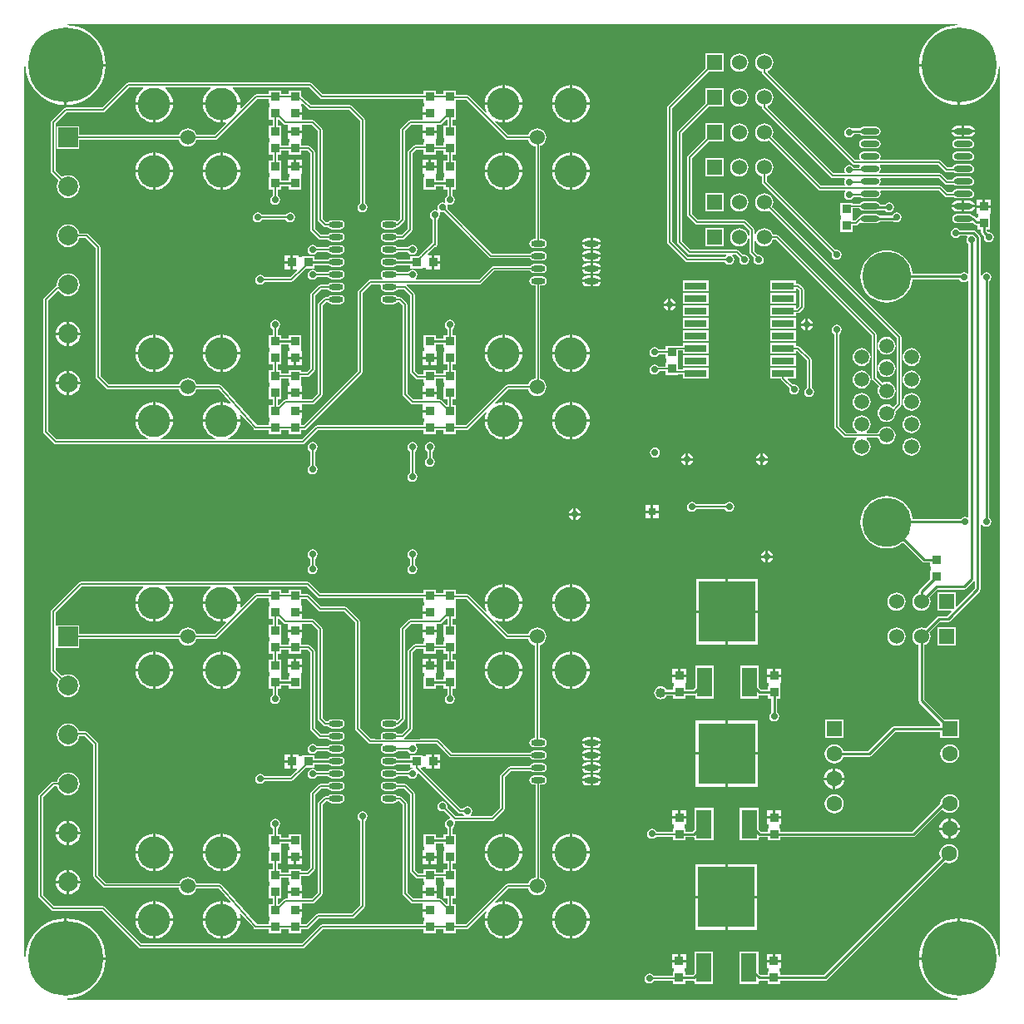
<source format=gbl>
G04*
G04 #@! TF.GenerationSoftware,Altium Limited,Altium Designer,20.1.14 (287)*
G04*
G04 Layer_Physical_Order=2*
G04 Layer_Color=16711680*
%FSLAX25Y25*%
%MOIN*%
G70*
G04*
G04 #@! TF.SameCoordinates,133998B2-DC8D-44E4-BDA6-9003E9527627*
G04*
G04*
G04 #@! TF.FilePolarity,Positive*
G04*
G01*
G75*
%ADD11C,0.01000*%
%ADD40R,0.03150X0.03150*%
%ADD44R,0.03740X0.03740*%
%ADD46R,0.03740X0.03740*%
%ADD47C,0.00600*%
%ADD48C,0.07874*%
%ADD49R,0.07874X0.07874*%
%ADD51C,0.13000*%
%ADD52R,0.06299X0.06299*%
%ADD53C,0.06299*%
%ADD54C,0.03000*%
%ADD55C,0.30000*%
%ADD56C,0.06000*%
%ADD57R,0.06000X0.06000*%
%ADD58C,0.05906*%
%ADD59C,0.19685*%
%ADD60C,0.02800*%
%ADD61C,0.04000*%
%ADD62O,0.05709X0.02362*%
%ADD63O,0.07480X0.02362*%
%ADD64R,0.09000X0.03000*%
%ADD65R,0.06299X0.11811*%
%ADD66R,0.22835X0.24410*%
G36*
X677370Y494501D02*
X677390Y494001D01*
X675489Y493852D01*
X673040Y493264D01*
X670714Y492300D01*
X668566Y490984D01*
X666651Y489349D01*
X665016Y487434D01*
X663700Y485286D01*
X662736Y482960D01*
X662148Y480511D01*
X661990Y478500D01*
X678000D01*
Y478000D01*
X678500D01*
Y461990D01*
X680511Y462148D01*
X682960Y462736D01*
X685286Y463700D01*
X687434Y465016D01*
X689349Y466651D01*
X690984Y468566D01*
X692300Y470714D01*
X693264Y473040D01*
X693852Y475489D01*
X694001Y477390D01*
X694501Y477370D01*
Y120630D01*
X694001Y120610D01*
X693852Y122511D01*
X693264Y124960D01*
X692300Y127286D01*
X690984Y129434D01*
X689349Y131349D01*
X687434Y132984D01*
X685286Y134300D01*
X682960Y135264D01*
X680511Y135852D01*
X678500Y136010D01*
Y120000D01*
X678000D01*
Y119500D01*
X661990D01*
X662148Y117489D01*
X662736Y115040D01*
X663700Y112714D01*
X665016Y110566D01*
X666651Y108651D01*
X668566Y107016D01*
X670714Y105700D01*
X673040Y104736D01*
X675489Y104148D01*
X677276Y104007D01*
X677256Y103507D01*
X320744Y103507D01*
X320725Y104007D01*
X322511Y104148D01*
X324960Y104736D01*
X327286Y105700D01*
X329434Y107016D01*
X331349Y108651D01*
X332984Y110566D01*
X334300Y112714D01*
X335264Y115040D01*
X335852Y117489D01*
X336010Y119500D01*
X320000D01*
Y120000D01*
X319500D01*
Y136010D01*
X317489Y135852D01*
X315040Y135264D01*
X312714Y134300D01*
X310566Y132984D01*
X308651Y131349D01*
X307016Y129434D01*
X305700Y127286D01*
X304736Y124960D01*
X304148Y122511D01*
X303998Y120610D01*
X303499Y120629D01*
Y477371D01*
X303998Y477390D01*
X304148Y475489D01*
X304736Y473040D01*
X305700Y470714D01*
X307016Y468566D01*
X308651Y466651D01*
X310566Y465016D01*
X312714Y463700D01*
X315040Y462736D01*
X317489Y462148D01*
X319500Y461990D01*
Y478000D01*
X320000D01*
Y478500D01*
X336010D01*
X335852Y480511D01*
X335264Y482960D01*
X334300Y485286D01*
X332984Y487434D01*
X331349Y489349D01*
X329434Y490984D01*
X327286Y492300D01*
X324960Y493264D01*
X322511Y493852D01*
X320609Y494001D01*
X320629Y494501D01*
X677370Y494501D01*
D02*
G37*
%LPC*%
G36*
X590000Y482631D02*
X589060Y482507D01*
X588184Y482145D01*
X587432Y481568D01*
X586855Y480816D01*
X586493Y479940D01*
X586369Y479000D01*
X586493Y478060D01*
X586855Y477184D01*
X587432Y476432D01*
X588184Y475855D01*
X589060Y475493D01*
X590000Y475369D01*
X590940Y475493D01*
X591816Y475855D01*
X592568Y476432D01*
X593145Y477184D01*
X593507Y478060D01*
X593631Y479000D01*
X593507Y479940D01*
X593145Y480816D01*
X592568Y481568D01*
X591816Y482145D01*
X590940Y482507D01*
X590000Y482631D01*
D02*
G37*
G36*
X414470Y467816D02*
X409530D01*
Y466264D01*
X406470D01*
Y467816D01*
X401530D01*
Y466264D01*
X396346D01*
X395995Y466194D01*
X395698Y465995D01*
X390253Y460551D01*
X389824Y460808D01*
X389892Y461030D01*
X389987Y462000D01*
X383000D01*
Y455013D01*
X383970Y455108D01*
X384192Y455176D01*
X384449Y454747D01*
X379620Y449918D01*
X372510D01*
X372507Y449940D01*
X372145Y450815D01*
X371568Y451568D01*
X370815Y452145D01*
X369940Y452507D01*
X369000Y452631D01*
X368060Y452507D01*
X367184Y452145D01*
X366432Y451568D01*
X365855Y450815D01*
X365493Y449940D01*
X365490Y449918D01*
X325537D01*
Y453537D01*
X316463D01*
Y444463D01*
X325537D01*
Y448082D01*
X365490D01*
X365493Y448060D01*
X365855Y447185D01*
X366432Y446432D01*
X367184Y445855D01*
X368060Y445493D01*
X369000Y445369D01*
X369940Y445493D01*
X370815Y445855D01*
X371568Y446432D01*
X372145Y447185D01*
X372507Y448060D01*
X372510Y448082D01*
X380000D01*
X380351Y448152D01*
X380649Y448351D01*
X396727Y464429D01*
X401530D01*
Y462876D01*
X401716D01*
X401776Y462787D01*
Y461213D01*
X401716Y461124D01*
X401530D01*
Y456183D01*
X403082D01*
Y453817D01*
X401530D01*
Y448876D01*
X401716D01*
X401776Y448787D01*
Y447213D01*
X401716Y447124D01*
X401530D01*
Y442183D01*
X403082D01*
Y439817D01*
X401530D01*
Y434876D01*
X401716D01*
X401776Y434787D01*
Y433213D01*
X401716Y433124D01*
X401530D01*
Y428184D01*
X403082D01*
Y425792D01*
X402558Y425442D01*
X402116Y424780D01*
X401961Y424000D01*
X402116Y423220D01*
X402558Y422558D01*
X403220Y422116D01*
X404000Y421961D01*
X404780Y422116D01*
X405442Y422558D01*
X405884Y423220D01*
X406039Y424000D01*
X405884Y424780D01*
X405442Y425442D01*
X404918Y425792D01*
Y428184D01*
X406470D01*
Y429532D01*
X409530D01*
Y428184D01*
X414470D01*
Y433124D01*
X414284D01*
X414224Y433213D01*
Y434476D01*
X414870D01*
Y436846D01*
X412000D01*
X409130D01*
Y434476D01*
X409776D01*
Y433213D01*
X409716Y433124D01*
X409530D01*
Y431775D01*
X406470D01*
Y433124D01*
X406284D01*
X406224Y433213D01*
Y434787D01*
X406284Y434876D01*
X406470D01*
Y439817D01*
X404918D01*
Y442183D01*
X406470D01*
Y443736D01*
X409530D01*
Y442183D01*
X414470D01*
Y443736D01*
X416966D01*
X418082Y442620D01*
Y412000D01*
X418152Y411649D01*
X418351Y411351D01*
X421351Y408351D01*
X421649Y408152D01*
X422000Y408082D01*
X425070D01*
X425314Y407716D01*
X425904Y407322D01*
X426598Y407184D01*
X429945D01*
X430640Y407322D01*
X431229Y407716D01*
X431623Y408305D01*
X431761Y409000D01*
X431623Y409695D01*
X431229Y410284D01*
X430640Y410678D01*
X429945Y410816D01*
X426598D01*
X425904Y410678D01*
X425314Y410284D01*
X425070Y409918D01*
X422380D01*
X419918Y412380D01*
Y443000D01*
X419848Y443351D01*
X419649Y443649D01*
X417995Y445302D01*
X417698Y445501D01*
X417346Y445571D01*
X414470D01*
Y447124D01*
X414284D01*
X414224Y447213D01*
Y448476D01*
X414870D01*
Y450846D01*
X412000D01*
X409130D01*
Y448476D01*
X409776D01*
Y447213D01*
X409716Y447124D01*
X409530D01*
Y445571D01*
X406470D01*
Y447124D01*
X406284D01*
X406224Y447213D01*
Y448787D01*
X406284Y448876D01*
X406470D01*
Y453817D01*
X404918D01*
Y456183D01*
X405519D01*
X407351Y454351D01*
X407649Y454152D01*
X408000Y454082D01*
X409130D01*
Y451847D01*
X412000D01*
X414870D01*
Y454082D01*
X418620D01*
X421082Y451620D01*
Y416000D01*
X421152Y415649D01*
X421351Y415351D01*
X423351Y413351D01*
X423649Y413152D01*
X424000Y413082D01*
X425070D01*
X425314Y412716D01*
X425904Y412322D01*
X426598Y412184D01*
X429945D01*
X430640Y412322D01*
X431229Y412716D01*
X431623Y413305D01*
X431761Y414000D01*
X431623Y414695D01*
X431229Y415284D01*
X430640Y415678D01*
X429945Y415816D01*
X426598D01*
X425904Y415678D01*
X425314Y415284D01*
X425070Y414918D01*
X424380D01*
X422918Y416380D01*
Y452000D01*
X422848Y452351D01*
X422649Y452649D01*
X419649Y455649D01*
X419351Y455848D01*
X419000Y455918D01*
X414870D01*
Y458153D01*
X412000D01*
Y459154D01*
X414870D01*
Y461524D01*
X414224D01*
Y462401D01*
X414724Y462629D01*
X417398Y460307D01*
X417526Y460234D01*
X417649Y460152D01*
X417681Y460146D01*
X417709Y460130D01*
X417856Y460111D01*
X418000Y460082D01*
X433620D01*
X438082Y455620D01*
Y422792D01*
X437558Y422442D01*
X437116Y421780D01*
X436961Y421000D01*
X437116Y420220D01*
X437558Y419558D01*
X438220Y419116D01*
X439000Y418961D01*
X439780Y419116D01*
X440442Y419558D01*
X440884Y420220D01*
X441039Y421000D01*
X440884Y421780D01*
X440442Y422442D01*
X439918Y422792D01*
Y456000D01*
X439848Y456351D01*
X439649Y456649D01*
X434649Y461649D01*
X434351Y461848D01*
X434000Y461918D01*
X418343D01*
X414470Y465280D01*
Y467816D01*
D02*
G37*
G36*
X496000Y469987D02*
Y463000D01*
X502987D01*
X502891Y463970D01*
X502463Y465384D01*
X501766Y466687D01*
X500829Y467829D01*
X499687Y468766D01*
X498384Y469463D01*
X496970Y469892D01*
X496000Y469987D01*
D02*
G37*
G36*
X523000D02*
Y463000D01*
X529987D01*
X529891Y463970D01*
X529463Y465384D01*
X528766Y466687D01*
X527829Y467829D01*
X526687Y468766D01*
X525384Y469463D01*
X523970Y469892D01*
X523000Y469987D01*
D02*
G37*
G36*
X495000D02*
X494030Y469892D01*
X492616Y469463D01*
X491313Y468766D01*
X490171Y467829D01*
X489234Y466687D01*
X488537Y465384D01*
X488108Y463970D01*
X488013Y463000D01*
X495000D01*
Y469987D01*
D02*
G37*
G36*
X522000D02*
X521030Y469892D01*
X519616Y469463D01*
X518313Y468766D01*
X517171Y467829D01*
X516234Y466687D01*
X515537Y465384D01*
X515108Y463970D01*
X515013Y463000D01*
X522000D01*
Y469987D01*
D02*
G37*
G36*
X336010Y477500D02*
X320500D01*
Y461990D01*
X322511Y462148D01*
X324960Y462736D01*
X327286Y463700D01*
X329434Y465016D01*
X331349Y466651D01*
X332984Y468566D01*
X334300Y470714D01*
X335264Y473040D01*
X335852Y475489D01*
X336010Y477500D01*
D02*
G37*
G36*
X677500D02*
X661990D01*
X662148Y475489D01*
X662736Y473040D01*
X663700Y470714D01*
X665016Y468566D01*
X666651Y466651D01*
X668566Y465016D01*
X670714Y463700D01*
X673040Y462736D01*
X675489Y462148D01*
X677500Y461990D01*
Y477500D01*
D02*
G37*
G36*
X590000Y468631D02*
X589060Y468507D01*
X588184Y468145D01*
X587432Y467568D01*
X586855Y466816D01*
X586493Y465940D01*
X586369Y465000D01*
X586493Y464060D01*
X586855Y463184D01*
X587432Y462432D01*
X588184Y461855D01*
X589060Y461493D01*
X590000Y461369D01*
X590940Y461493D01*
X591816Y461855D01*
X592568Y462432D01*
X593145Y463184D01*
X593507Y464060D01*
X593631Y465000D01*
X593507Y465940D01*
X593145Y466816D01*
X592568Y467568D01*
X591816Y468145D01*
X590940Y468507D01*
X590000Y468631D01*
D02*
G37*
G36*
X529987Y462000D02*
X523000D01*
Y455013D01*
X523970Y455108D01*
X525384Y455537D01*
X526687Y456234D01*
X527829Y457171D01*
X528766Y458313D01*
X529463Y459616D01*
X529891Y461030D01*
X529987Y462000D01*
D02*
G37*
G36*
X502987D02*
X496000D01*
Y455013D01*
X496970Y455108D01*
X498384Y455537D01*
X499687Y456234D01*
X500829Y457171D01*
X501766Y458313D01*
X502463Y459616D01*
X502891Y461030D01*
X502987Y462000D01*
D02*
G37*
G36*
X382000D02*
X375013D01*
X375109Y461030D01*
X375537Y459616D01*
X376234Y458313D01*
X377171Y457171D01*
X378313Y456234D01*
X379616Y455537D01*
X381030Y455108D01*
X382000Y455013D01*
Y462000D01*
D02*
G37*
G36*
X362987D02*
X356000D01*
Y455013D01*
X356970Y455108D01*
X358384Y455537D01*
X359687Y456234D01*
X360829Y457171D01*
X361766Y458313D01*
X362463Y459616D01*
X362892Y461030D01*
X362987Y462000D01*
D02*
G37*
G36*
X355000D02*
X348013D01*
X348109Y461030D01*
X348537Y459616D01*
X349234Y458313D01*
X350171Y457171D01*
X351313Y456234D01*
X352616Y455537D01*
X354030Y455108D01*
X355000Y455013D01*
Y462000D01*
D02*
G37*
G36*
X522000D02*
X515013D01*
X515108Y461030D01*
X515537Y459616D01*
X516234Y458313D01*
X517171Y457171D01*
X518313Y456234D01*
X519616Y455537D01*
X521030Y455108D01*
X522000Y455013D01*
Y462000D01*
D02*
G37*
G36*
X418000Y470918D02*
X345000Y470918D01*
X344649Y470848D01*
X344351Y470649D01*
X334620Y460918D01*
X320000D01*
X319649Y460848D01*
X319351Y460649D01*
X314351Y455649D01*
X314152Y455351D01*
X314082Y455000D01*
Y435315D01*
X314152Y434964D01*
X314351Y434666D01*
X317201Y431816D01*
X317037Y431603D01*
X316580Y430499D01*
X316424Y429315D01*
X316580Y428131D01*
X317037Y427027D01*
X317764Y426079D01*
X318712Y425352D01*
X319816Y424895D01*
X321000Y424739D01*
X322184Y424895D01*
X323288Y425352D01*
X324236Y426079D01*
X324963Y427027D01*
X325420Y428131D01*
X325576Y429315D01*
X325420Y430499D01*
X324963Y431603D01*
X324236Y432551D01*
X323288Y433278D01*
X322184Y433735D01*
X321000Y433891D01*
X319816Y433735D01*
X318712Y433278D01*
X318498Y433114D01*
X315918Y435695D01*
Y454620D01*
X320380Y459082D01*
X335000D01*
X335351Y459152D01*
X335649Y459351D01*
X345380Y469082D01*
X350910D01*
X351089Y468582D01*
X350171Y467829D01*
X349234Y466687D01*
X348537Y465384D01*
X348109Y463970D01*
X348013Y463000D01*
X362987D01*
X362892Y463970D01*
X362463Y465384D01*
X361766Y466687D01*
X360829Y467829D01*
X359911Y468582D01*
X360090Y469082D01*
X377910D01*
X378089Y468582D01*
X377171Y467829D01*
X376234Y466687D01*
X375537Y465384D01*
X375109Y463970D01*
X375013Y463000D01*
X389987D01*
X389892Y463970D01*
X389463Y465384D01*
X388766Y466687D01*
X387829Y467829D01*
X386911Y468582D01*
X387090Y469082D01*
X417620D01*
X422005Y464698D01*
X422302Y464499D01*
X422653Y464429D01*
X463530D01*
Y462876D01*
X463716D01*
X463776Y462787D01*
Y461524D01*
X463130D01*
Y459154D01*
X466000D01*
Y458153D01*
X463130D01*
Y455918D01*
X458000D01*
X457649Y455848D01*
X457351Y455649D01*
X454351Y452649D01*
X454152Y452351D01*
X454082Y452000D01*
Y416380D01*
X452959Y415257D01*
X452686Y415284D01*
X452097Y415678D01*
X451402Y415816D01*
X448055D01*
X447360Y415678D01*
X446771Y415284D01*
X446377Y414695D01*
X446239Y414000D01*
X446377Y413305D01*
X446771Y412716D01*
X447360Y412322D01*
X448055Y412184D01*
X451402D01*
X452097Y412322D01*
X452686Y412716D01*
X452979Y413155D01*
X453072D01*
X453424Y413225D01*
X453721Y413423D01*
X455649Y415351D01*
X455848Y415649D01*
X455918Y416000D01*
Y451620D01*
X458380Y454082D01*
X463130D01*
Y451847D01*
X466000D01*
X468870D01*
Y454082D01*
X470000D01*
X470351Y454152D01*
X470649Y454351D01*
X472481Y456183D01*
X473082D01*
Y453817D01*
X471530D01*
Y448876D01*
X471716D01*
X471776Y448787D01*
Y447213D01*
X471716Y447124D01*
X471530D01*
Y445571D01*
X468470D01*
Y447124D01*
X468284D01*
X468224Y447213D01*
Y448476D01*
X468870D01*
Y450846D01*
X466000D01*
X463130D01*
Y448476D01*
X463776D01*
Y447213D01*
X463716Y447124D01*
X463530D01*
Y445918D01*
X460000D01*
X459649Y445848D01*
X459351Y445649D01*
X457351Y443649D01*
X457152Y443351D01*
X457082Y443000D01*
Y412380D01*
X454620Y409918D01*
X452931D01*
X452686Y410284D01*
X452097Y410678D01*
X451402Y410816D01*
X448055D01*
X447360Y410678D01*
X446771Y410284D01*
X446377Y409695D01*
X446239Y409000D01*
X446377Y408305D01*
X446771Y407716D01*
X447360Y407322D01*
X448055Y407184D01*
X451402D01*
X452097Y407322D01*
X452686Y407716D01*
X452931Y408082D01*
X455000D01*
X455351Y408152D01*
X455649Y408351D01*
X458649Y411351D01*
X458848Y411649D01*
X458918Y412000D01*
Y442620D01*
X460380Y444082D01*
X463530D01*
Y442183D01*
X468470D01*
Y443736D01*
X471530D01*
Y442183D01*
X473082D01*
Y439817D01*
X471530D01*
Y434876D01*
X471716D01*
X471776Y434787D01*
Y433213D01*
X471716Y433124D01*
X471530D01*
Y431775D01*
X468470D01*
Y433124D01*
X468284D01*
X468224Y433213D01*
Y434476D01*
X468870D01*
Y436846D01*
X466000D01*
X463130D01*
Y434476D01*
X463776D01*
Y433213D01*
X463716Y433124D01*
X463530D01*
Y428184D01*
X468470D01*
Y429532D01*
X471530D01*
Y428184D01*
X473082D01*
Y425792D01*
X472558Y425442D01*
X472116Y424780D01*
X471961Y424000D01*
X472107Y423267D01*
X471938Y423062D01*
X471733Y422893D01*
X471000Y423039D01*
X470220Y422884D01*
X469558Y422442D01*
X469116Y421780D01*
X468961Y421000D01*
X469106Y420267D01*
X468938Y420062D01*
X468733Y419894D01*
X468000Y420039D01*
X467220Y419884D01*
X466558Y419442D01*
X466116Y418780D01*
X465961Y418000D01*
X466116Y417220D01*
X466558Y416558D01*
X467082Y416208D01*
Y406704D01*
X467024Y406668D01*
X462329Y402240D01*
X461960Y401903D01*
X461915Y401872D01*
X461856Y401785D01*
X461840Y401766D01*
X461583Y401470D01*
X458183D01*
Y400121D01*
X452794D01*
X452686Y400284D01*
X452097Y400678D01*
X451402Y400816D01*
X448055D01*
X447360Y400678D01*
X446771Y400284D01*
X446377Y399695D01*
X446239Y399000D01*
X446377Y398305D01*
X446771Y397716D01*
X447360Y397322D01*
X448055Y397184D01*
X451402D01*
X452097Y397322D01*
X452686Y397716D01*
X452794Y397879D01*
X458183D01*
Y396530D01*
X463124D01*
Y396716D01*
X463213Y396776D01*
X464476D01*
Y396130D01*
X466847D01*
Y399000D01*
Y401870D01*
X465289D01*
X465104Y402335D01*
X468023Y405087D01*
X468351Y405152D01*
X468649Y405351D01*
X468848Y405649D01*
X468918Y406000D01*
Y416208D01*
X469442Y416558D01*
X469884Y417220D01*
X470039Y418000D01*
X469894Y418733D01*
X470062Y418938D01*
X470267Y419106D01*
X471000Y418961D01*
X471619Y419084D01*
X489851Y400851D01*
X490149Y400652D01*
X490500Y400582D01*
X506069D01*
X506314Y400216D01*
X506904Y399822D01*
X507598Y399684D01*
X510945D01*
X511640Y399822D01*
X512229Y400216D01*
X512623Y400805D01*
X512761Y401500D01*
X512623Y402195D01*
X512229Y402784D01*
X511640Y403178D01*
X510945Y403316D01*
X507598D01*
X506904Y403178D01*
X506314Y402784D01*
X506069Y402418D01*
X490880D01*
X472916Y420381D01*
X473039Y421000D01*
X472893Y421733D01*
X473062Y421938D01*
X473267Y422107D01*
X474000Y421961D01*
X474780Y422116D01*
X475442Y422558D01*
X475884Y423220D01*
X476039Y424000D01*
X475884Y424780D01*
X475442Y425442D01*
X474918Y425792D01*
Y428184D01*
X476470D01*
Y433124D01*
X476284D01*
X476224Y433213D01*
Y434787D01*
X476284Y434876D01*
X476470D01*
Y439817D01*
X474918D01*
Y442183D01*
X476470D01*
Y447124D01*
X476284D01*
X476224Y447213D01*
Y448787D01*
X476284Y448876D01*
X476470D01*
Y453817D01*
X474918D01*
Y456183D01*
X476470D01*
Y461124D01*
X476284D01*
X476224Y461213D01*
Y462787D01*
X476284Y462876D01*
X476470D01*
Y464082D01*
X480620D01*
X496351Y448351D01*
X496649Y448152D01*
X497000Y448082D01*
X505490D01*
X505493Y448060D01*
X505855Y447185D01*
X506432Y446432D01*
X507185Y445855D01*
X508060Y445493D01*
X508354Y445454D01*
Y408316D01*
X507598D01*
X506904Y408178D01*
X506314Y407784D01*
X505921Y407195D01*
X505782Y406500D01*
X505921Y405805D01*
X506314Y405216D01*
X506904Y404822D01*
X507598Y404684D01*
X510945D01*
X511640Y404822D01*
X512229Y405216D01*
X512623Y405805D01*
X512761Y406500D01*
X512623Y407195D01*
X512229Y407784D01*
X511640Y408178D01*
X510945Y408316D01*
X510189D01*
Y445596D01*
X510815Y445855D01*
X511568Y446432D01*
X512145Y447185D01*
X512507Y448060D01*
X512631Y449000D01*
X512507Y449940D01*
X512145Y450815D01*
X511568Y451568D01*
X510815Y452145D01*
X509940Y452507D01*
X509000Y452631D01*
X508060Y452507D01*
X507185Y452145D01*
X506432Y451568D01*
X505855Y450815D01*
X505493Y449940D01*
X505490Y449918D01*
X497380D01*
X491996Y455302D01*
X492297Y455708D01*
X492616Y455537D01*
X494030Y455108D01*
X495000Y455013D01*
Y462000D01*
X488013D01*
X488108Y461030D01*
X488537Y459616D01*
X488708Y459297D01*
X488302Y458996D01*
X481649Y465649D01*
X481351Y465848D01*
X481000Y465918D01*
X476470D01*
Y467816D01*
X471530D01*
Y466264D01*
X468470D01*
Y467816D01*
X463530D01*
Y466264D01*
X423034D01*
X418649Y470649D01*
X418351Y470848D01*
X418000Y470918D01*
D02*
G37*
G36*
X644858Y453316D02*
X639740D01*
X639045Y453178D01*
X638456Y452784D01*
X638347Y452622D01*
X635173D01*
X634780Y452884D01*
X634000Y453039D01*
X633220Y452884D01*
X632558Y452442D01*
X632116Y451780D01*
X631961Y451000D01*
X632116Y450220D01*
X632558Y449558D01*
X633220Y449116D01*
X634000Y448961D01*
X634780Y449116D01*
X635442Y449558D01*
X635884Y450220D01*
X635916Y450378D01*
X638347D01*
X638456Y450216D01*
X639045Y449822D01*
X639740Y449684D01*
X644858D01*
X645553Y449822D01*
X646142Y450216D01*
X646536Y450805D01*
X646674Y451500D01*
X646536Y452195D01*
X646142Y452784D01*
X645553Y453178D01*
X644858Y453316D01*
D02*
G37*
G36*
X682260Y453724D02*
X680201D01*
Y452000D01*
X684384D01*
X684314Y452351D01*
X683832Y453073D01*
X683111Y453555D01*
X682260Y453724D01*
D02*
G37*
G36*
X679201D02*
X677142D01*
X676291Y453555D01*
X675569Y453073D01*
X675087Y452351D01*
X675017Y452000D01*
X679201D01*
Y453724D01*
D02*
G37*
G36*
X684384Y451000D02*
X680201D01*
Y449276D01*
X682260D01*
X683111Y449445D01*
X683832Y449928D01*
X684314Y450649D01*
X684384Y451000D01*
D02*
G37*
G36*
X679201D02*
X675017D01*
X675087Y450649D01*
X675569Y449928D01*
X676291Y449445D01*
X677142Y449276D01*
X679201D01*
Y451000D01*
D02*
G37*
G36*
X590000Y454631D02*
X589060Y454507D01*
X588184Y454145D01*
X587432Y453568D01*
X586855Y452815D01*
X586493Y451940D01*
X586369Y451000D01*
X586493Y450060D01*
X586855Y449185D01*
X587432Y448432D01*
X588184Y447855D01*
X589060Y447493D01*
X590000Y447369D01*
X590940Y447493D01*
X591816Y447855D01*
X592568Y448432D01*
X593145Y449185D01*
X593507Y450060D01*
X593631Y451000D01*
X593507Y451940D01*
X593145Y452815D01*
X592568Y453568D01*
X591816Y454145D01*
X590940Y454507D01*
X590000Y454631D01*
D02*
G37*
G36*
X682260Y448316D02*
X677142D01*
X676447Y448178D01*
X675858Y447784D01*
X675464Y447195D01*
X675326Y446500D01*
X675464Y445805D01*
X675858Y445216D01*
X676447Y444822D01*
X677142Y444684D01*
X682260D01*
X682955Y444822D01*
X683544Y445216D01*
X683938Y445805D01*
X684076Y446500D01*
X683938Y447195D01*
X683544Y447784D01*
X682955Y448178D01*
X682260Y448316D01*
D02*
G37*
G36*
X644858D02*
X639740D01*
X639045Y448178D01*
X638456Y447784D01*
X638062Y447195D01*
X637924Y446500D01*
X638062Y445805D01*
X638456Y445216D01*
X639045Y444822D01*
X639740Y444684D01*
X644858D01*
X645553Y444822D01*
X646142Y445216D01*
X646536Y445805D01*
X646674Y446500D01*
X646536Y447195D01*
X646142Y447784D01*
X645553Y448178D01*
X644858Y448316D01*
D02*
G37*
G36*
X682260Y443316D02*
X677142D01*
X676447Y443178D01*
X675858Y442784D01*
X675464Y442195D01*
X675326Y441500D01*
X675464Y440805D01*
X675858Y440216D01*
X676447Y439822D01*
X677142Y439684D01*
X682260D01*
X682955Y439822D01*
X683544Y440216D01*
X683938Y440805D01*
X684076Y441500D01*
X683938Y442195D01*
X683544Y442784D01*
X682955Y443178D01*
X682260Y443316D01*
D02*
G37*
G36*
X468870Y440216D02*
X466500D01*
Y437847D01*
X468870D01*
Y440216D01*
D02*
G37*
G36*
X414870D02*
X412500D01*
Y437847D01*
X414870D01*
Y440216D01*
D02*
G37*
G36*
X411500D02*
X409130D01*
Y437847D01*
X411500D01*
Y440216D01*
D02*
G37*
G36*
X465500D02*
X463130D01*
Y437847D01*
X465500D01*
Y440216D01*
D02*
G37*
G36*
X600000Y482631D02*
X599060Y482507D01*
X598184Y482145D01*
X597432Y481568D01*
X596855Y480816D01*
X596493Y479940D01*
X596369Y479000D01*
X596493Y478060D01*
X596855Y477184D01*
X597432Y476432D01*
X598184Y475855D01*
X599060Y475493D01*
X599082Y475490D01*
Y475000D01*
X599152Y474649D01*
X599351Y474351D01*
X635351Y438351D01*
X635649Y438152D01*
X636000Y438082D01*
X638071D01*
X638321Y437582D01*
X638062Y437195D01*
X637999Y436878D01*
X635792D01*
X635442Y437403D01*
X634780Y437845D01*
X634000Y438000D01*
X633220Y437845D01*
X632558Y437403D01*
X632116Y436741D01*
X631961Y435961D01*
X632116Y435181D01*
X632224Y435019D01*
X631988Y434578D01*
X627719D01*
X601227Y461070D01*
X601344Y461660D01*
X601816Y461855D01*
X602568Y462432D01*
X603145Y463184D01*
X603507Y464060D01*
X603631Y465000D01*
X603507Y465940D01*
X603145Y466816D01*
X602568Y467568D01*
X601816Y468145D01*
X600940Y468507D01*
X600000Y468631D01*
X599060Y468507D01*
X598184Y468145D01*
X597432Y467568D01*
X596855Y466816D01*
X596493Y465940D01*
X596369Y465000D01*
X596493Y464060D01*
X596855Y463184D01*
X597432Y462432D01*
X598184Y461855D01*
X599060Y461493D01*
X599082Y461490D01*
Y461000D01*
X599152Y460649D01*
X599351Y460351D01*
X626690Y433012D01*
X626988Y432813D01*
X627339Y432743D01*
X632177D01*
X632425Y432243D01*
X632116Y431780D01*
X631961Y431000D01*
X632116Y430220D01*
X632224Y430059D01*
X631988Y429618D01*
X622680D01*
X603131Y449167D01*
X603145Y449185D01*
X603507Y450060D01*
X603631Y451000D01*
X603507Y451940D01*
X603145Y452815D01*
X602568Y453568D01*
X601816Y454145D01*
X600940Y454507D01*
X600000Y454631D01*
X599060Y454507D01*
X598184Y454145D01*
X597432Y453568D01*
X596855Y452815D01*
X596493Y451940D01*
X596369Y451000D01*
X596493Y450060D01*
X596855Y449185D01*
X597432Y448432D01*
X598184Y447855D01*
X599060Y447493D01*
X600000Y447369D01*
X600940Y447493D01*
X601816Y447855D01*
X601833Y447869D01*
X621651Y428051D01*
X621949Y427852D01*
X622300Y427782D01*
X632236D01*
X632451Y427282D01*
X632116Y426780D01*
X631961Y426000D01*
X632116Y425220D01*
X632558Y424558D01*
X633220Y424116D01*
X634000Y423961D01*
X634780Y424116D01*
X635442Y424558D01*
X635792Y425082D01*
X638656D01*
X639045Y424822D01*
X639740Y424684D01*
X644858D01*
X645553Y424822D01*
X646142Y425216D01*
X646536Y425805D01*
X646674Y426500D01*
X646536Y427195D01*
X646438Y427341D01*
X646674Y427782D01*
X669920D01*
X672351Y425351D01*
X672649Y425152D01*
X673000Y425082D01*
X676057D01*
X676447Y424822D01*
X677142Y424684D01*
X682260D01*
X682955Y424822D01*
X683544Y425216D01*
X683938Y425805D01*
X684076Y426500D01*
X683938Y427195D01*
X683544Y427784D01*
X682955Y428178D01*
X682260Y428316D01*
X677142D01*
X676447Y428178D01*
X675858Y427784D01*
X675464Y427195D01*
X675409Y426918D01*
X673380D01*
X670949Y429349D01*
X670651Y429548D01*
X670300Y429618D01*
X646147D01*
X645995Y430118D01*
X646142Y430216D01*
X646536Y430805D01*
X646674Y431500D01*
X646536Y432195D01*
X646464Y432302D01*
X646700Y432743D01*
X669959D01*
X672351Y430351D01*
X672649Y430152D01*
X673000Y430082D01*
X676057D01*
X676447Y429822D01*
X677142Y429684D01*
X682260D01*
X682955Y429822D01*
X683544Y430216D01*
X683938Y430805D01*
X684076Y431500D01*
X683938Y432195D01*
X683544Y432784D01*
X682955Y433178D01*
X682260Y433316D01*
X677142D01*
X676447Y433178D01*
X675858Y432784D01*
X675464Y432195D01*
X675409Y431918D01*
X673380D01*
X670988Y434310D01*
X670690Y434509D01*
X670339Y434578D01*
X646088D01*
X645937Y435078D01*
X646142Y435216D01*
X646536Y435805D01*
X646674Y436500D01*
X646536Y437195D01*
X646277Y437582D01*
X646527Y438082D01*
X669620D01*
X672351Y435351D01*
X672649Y435152D01*
X673000Y435082D01*
X676057D01*
X676447Y434822D01*
X677142Y434684D01*
X682260D01*
X682955Y434822D01*
X683544Y435216D01*
X683938Y435805D01*
X684076Y436500D01*
X683938Y437195D01*
X683544Y437784D01*
X682955Y438178D01*
X682260Y438316D01*
X677142D01*
X676447Y438178D01*
X675858Y437784D01*
X675464Y437195D01*
X675409Y436918D01*
X673380D01*
X670649Y439649D01*
X670351Y439848D01*
X670000Y439918D01*
X646527D01*
X646277Y440418D01*
X646536Y440805D01*
X646674Y441500D01*
X646536Y442195D01*
X646142Y442784D01*
X645553Y443178D01*
X644858Y443316D01*
X639740D01*
X639045Y443178D01*
X638456Y442784D01*
X638062Y442195D01*
X637924Y441500D01*
X638062Y440805D01*
X638321Y440418D01*
X638071Y439918D01*
X636380D01*
X601227Y475070D01*
X601344Y475660D01*
X601816Y475855D01*
X602568Y476432D01*
X603145Y477184D01*
X603507Y478060D01*
X603631Y479000D01*
X603507Y479940D01*
X603145Y480816D01*
X602568Y481568D01*
X601816Y482145D01*
X600940Y482507D01*
X600000Y482631D01*
D02*
G37*
G36*
X496000Y442987D02*
Y436000D01*
X502987D01*
X502891Y436970D01*
X502463Y438384D01*
X501766Y439687D01*
X500829Y440829D01*
X499687Y441766D01*
X498384Y442463D01*
X496970Y442892D01*
X496000Y442987D01*
D02*
G37*
G36*
X523000D02*
Y436000D01*
X529987D01*
X529891Y436970D01*
X529463Y438384D01*
X528766Y439687D01*
X527829Y440829D01*
X526687Y441766D01*
X525384Y442463D01*
X523970Y442892D01*
X523000Y442987D01*
D02*
G37*
G36*
X383000D02*
Y436000D01*
X389987D01*
X389892Y436970D01*
X389463Y438384D01*
X388766Y439687D01*
X387829Y440829D01*
X386687Y441766D01*
X385384Y442463D01*
X383970Y442892D01*
X383000Y442987D01*
D02*
G37*
G36*
X382000D02*
X381030Y442892D01*
X379616Y442463D01*
X378313Y441766D01*
X377171Y440829D01*
X376234Y439687D01*
X375537Y438384D01*
X375109Y436970D01*
X375013Y436000D01*
X382000D01*
Y442987D01*
D02*
G37*
G36*
X356000D02*
Y436000D01*
X362987D01*
X362892Y436970D01*
X362463Y438384D01*
X361766Y439687D01*
X360829Y440829D01*
X359687Y441766D01*
X358384Y442463D01*
X356970Y442892D01*
X356000Y442987D01*
D02*
G37*
G36*
X355000D02*
X354030Y442892D01*
X352616Y442463D01*
X351313Y441766D01*
X350171Y440829D01*
X349234Y439687D01*
X348537Y438384D01*
X348109Y436970D01*
X348013Y436000D01*
X355000D01*
Y442987D01*
D02*
G37*
G36*
X495000D02*
X494030Y442892D01*
X492616Y442463D01*
X491313Y441766D01*
X490171Y440829D01*
X489234Y439687D01*
X488537Y438384D01*
X488108Y436970D01*
X488013Y436000D01*
X495000D01*
Y442987D01*
D02*
G37*
G36*
X522000D02*
X521030Y442892D01*
X519616Y442463D01*
X518313Y441766D01*
X517171Y440829D01*
X516234Y439687D01*
X515537Y438384D01*
X515108Y436970D01*
X515013Y436000D01*
X522000D01*
Y442987D01*
D02*
G37*
G36*
X583600Y440600D02*
X576400D01*
Y433400D01*
X583600D01*
Y440600D01*
D02*
G37*
G36*
X590000Y440631D02*
X589060Y440507D01*
X588184Y440145D01*
X587432Y439568D01*
X586855Y438815D01*
X586493Y437940D01*
X586369Y437000D01*
X586493Y436060D01*
X586855Y435184D01*
X587432Y434432D01*
X588184Y433855D01*
X589060Y433493D01*
X590000Y433369D01*
X590940Y433493D01*
X591816Y433855D01*
X592568Y434432D01*
X593145Y435184D01*
X593507Y436060D01*
X593631Y437000D01*
X593507Y437940D01*
X593145Y438815D01*
X592568Y439568D01*
X591816Y440145D01*
X590940Y440507D01*
X590000Y440631D01*
D02*
G37*
G36*
X529987Y435000D02*
X523000D01*
Y428013D01*
X523970Y428109D01*
X525384Y428537D01*
X526687Y429234D01*
X527829Y430171D01*
X528766Y431313D01*
X529463Y432616D01*
X529891Y434030D01*
X529987Y435000D01*
D02*
G37*
G36*
X502987D02*
X496000D01*
Y428013D01*
X496970Y428109D01*
X498384Y428537D01*
X499687Y429234D01*
X500829Y430171D01*
X501766Y431313D01*
X502463Y432616D01*
X502891Y434030D01*
X502987Y435000D01*
D02*
G37*
G36*
X389987D02*
X383000D01*
Y428013D01*
X383970Y428109D01*
X385384Y428537D01*
X386687Y429234D01*
X387829Y430171D01*
X388766Y431313D01*
X389463Y432616D01*
X389892Y434030D01*
X389987Y435000D01*
D02*
G37*
G36*
X382000D02*
X375013D01*
X375109Y434030D01*
X375537Y432616D01*
X376234Y431313D01*
X377171Y430171D01*
X378313Y429234D01*
X379616Y428537D01*
X381030Y428109D01*
X382000Y428013D01*
Y435000D01*
D02*
G37*
G36*
X362987D02*
X356000D01*
Y428013D01*
X356970Y428109D01*
X358384Y428537D01*
X359687Y429234D01*
X360829Y430171D01*
X361766Y431313D01*
X362463Y432616D01*
X362892Y434030D01*
X362987Y435000D01*
D02*
G37*
G36*
X355000D02*
X348013D01*
X348109Y434030D01*
X348537Y432616D01*
X349234Y431313D01*
X350171Y430171D01*
X351313Y429234D01*
X352616Y428537D01*
X354030Y428109D01*
X355000Y428013D01*
Y435000D01*
D02*
G37*
G36*
X522000D02*
X515013D01*
X515108Y434030D01*
X515537Y432616D01*
X516234Y431313D01*
X517171Y430171D01*
X518313Y429234D01*
X519616Y428537D01*
X521030Y428109D01*
X522000Y428013D01*
Y435000D01*
D02*
G37*
G36*
X495000D02*
X488013D01*
X488108Y434030D01*
X488537Y432616D01*
X489234Y431313D01*
X490171Y430171D01*
X491313Y429234D01*
X492616Y428537D01*
X494030Y428109D01*
X495000Y428013D01*
Y435000D01*
D02*
G37*
G36*
X644858Y423316D02*
X639740D01*
X639045Y423178D01*
X638456Y422784D01*
X638211Y422418D01*
X635470D01*
Y422817D01*
X630530D01*
Y417876D01*
X630716D01*
X630776Y417787D01*
Y416213D01*
X630716Y416124D01*
X630530D01*
Y411184D01*
X635470D01*
Y413736D01*
X636654D01*
X637005Y413806D01*
X637302Y414005D01*
X638491Y415193D01*
X639045Y414822D01*
X639740Y414684D01*
X644858D01*
X645553Y414822D01*
X646142Y415216D01*
X646251Y415378D01*
X651827D01*
X652220Y415116D01*
X653000Y414961D01*
X653780Y415116D01*
X654442Y415558D01*
X654884Y416220D01*
X655039Y417000D01*
X654884Y417780D01*
X654442Y418442D01*
X653780Y418884D01*
X653000Y419039D01*
X652220Y418884D01*
X651558Y418442D01*
X651116Y417780D01*
X651085Y417622D01*
X646251D01*
X646142Y417784D01*
X645553Y418178D01*
X644858Y418316D01*
X639740D01*
X639045Y418178D01*
X638456Y417784D01*
X638167Y417351D01*
X638149Y417348D01*
X637851Y417149D01*
X636273Y415571D01*
X635470D01*
Y416124D01*
X635284D01*
X635224Y416213D01*
Y417787D01*
X635284Y417876D01*
X635470D01*
Y420582D01*
X638211D01*
X638456Y420216D01*
X639045Y419822D01*
X639740Y419684D01*
X644858D01*
X645553Y419822D01*
X645637Y419878D01*
X648344D01*
X648558Y419558D01*
X649220Y419116D01*
X650000Y418961D01*
X650780Y419116D01*
X651442Y419558D01*
X651884Y420220D01*
X652039Y421000D01*
X651884Y421780D01*
X651442Y422442D01*
X650780Y422884D01*
X650000Y423039D01*
X649220Y422884D01*
X648558Y422442D01*
X648344Y422122D01*
X646551D01*
X646536Y422195D01*
X646142Y422784D01*
X645553Y423178D01*
X644858Y423316D01*
D02*
G37*
G36*
X682260Y423724D02*
X680201D01*
Y422000D01*
X684384D01*
X684314Y422351D01*
X683832Y423072D01*
X683111Y423555D01*
X682260Y423724D01*
D02*
G37*
G36*
X679201D02*
X677142D01*
X676291Y423555D01*
X675569Y423072D01*
X675087Y422351D01*
X675017Y422000D01*
X679201D01*
Y423724D01*
D02*
G37*
G36*
X690870Y424217D02*
X688500D01*
Y421846D01*
X690870D01*
Y424217D01*
D02*
G37*
G36*
X687500D02*
X685130D01*
Y421846D01*
X687500D01*
Y424217D01*
D02*
G37*
G36*
X583600Y426600D02*
X576400D01*
Y419400D01*
X583600D01*
Y426600D01*
D02*
G37*
G36*
X590000Y426631D02*
X589060Y426507D01*
X588184Y426145D01*
X587432Y425568D01*
X586855Y424816D01*
X586493Y423940D01*
X586369Y423000D01*
X586493Y422060D01*
X586855Y421184D01*
X587432Y420432D01*
X588184Y419855D01*
X589060Y419493D01*
X590000Y419369D01*
X590940Y419493D01*
X591816Y419855D01*
X592568Y420432D01*
X593145Y421184D01*
X593507Y422060D01*
X593631Y423000D01*
X593507Y423940D01*
X593145Y424816D01*
X592568Y425568D01*
X591816Y426145D01*
X590940Y426507D01*
X590000Y426631D01*
D02*
G37*
G36*
X684384Y421000D02*
X680201D01*
Y419276D01*
X682260D01*
X683111Y419445D01*
X683832Y419928D01*
X684314Y420649D01*
X684384Y421000D01*
D02*
G37*
G36*
X679201D02*
X675017D01*
X675087Y420649D01*
X675569Y419928D01*
X676291Y419445D01*
X677142Y419276D01*
X679201D01*
Y421000D01*
D02*
G37*
G36*
X410000Y419039D02*
X409220Y418884D01*
X408558Y418442D01*
X408208Y417918D01*
X398792D01*
X398442Y418442D01*
X397780Y418884D01*
X397000Y419039D01*
X396220Y418884D01*
X395558Y418442D01*
X395116Y417780D01*
X394961Y417000D01*
X395116Y416220D01*
X395558Y415558D01*
X396220Y415116D01*
X397000Y414961D01*
X397780Y415116D01*
X398442Y415558D01*
X398792Y416082D01*
X408208D01*
X408558Y415558D01*
X409220Y415116D01*
X410000Y414961D01*
X410780Y415116D01*
X411442Y415558D01*
X411884Y416220D01*
X412039Y417000D01*
X411884Y417780D01*
X411442Y418442D01*
X410780Y418884D01*
X410000Y419039D01*
D02*
G37*
G36*
X690870Y420847D02*
X688000D01*
X685130D01*
Y418476D01*
X685776D01*
Y417213D01*
X685716Y417124D01*
X685530D01*
Y416763D01*
X685030Y416556D01*
X684293Y417293D01*
X683929Y417536D01*
X683676Y417587D01*
X683544Y417784D01*
X682955Y418178D01*
X682260Y418316D01*
X677142D01*
X676447Y418178D01*
X675858Y417784D01*
X675464Y417195D01*
X675326Y416500D01*
X675464Y415805D01*
X675858Y415216D01*
X676447Y414822D01*
X677142Y414684D01*
X682260D01*
X682955Y414822D01*
X683336Y415077D01*
X684207Y414207D01*
X684571Y413964D01*
X685000Y413878D01*
X685000Y413878D01*
X685530D01*
Y412184D01*
X686878D01*
Y411000D01*
X686878Y411000D01*
X686964Y410571D01*
X687207Y410207D01*
X688036Y409378D01*
X687961Y409000D01*
X688116Y408220D01*
X688558Y407558D01*
X689220Y407116D01*
X690000Y406961D01*
X690780Y407116D01*
X691442Y407558D01*
X691884Y408220D01*
X692039Y409000D01*
X691884Y409780D01*
X691442Y410442D01*
X690780Y410884D01*
X690000Y411039D01*
X689622Y410964D01*
X689122Y411465D01*
Y412184D01*
X690470D01*
Y417124D01*
X690284D01*
X690224Y417213D01*
Y418476D01*
X690870D01*
Y420847D01*
D02*
G37*
G36*
X583600Y454600D02*
X576400D01*
Y448698D01*
X569351Y441649D01*
X569152Y441351D01*
X569082Y441000D01*
Y418000D01*
X569152Y417649D01*
X569351Y417351D01*
X572351Y414351D01*
X572649Y414152D01*
X573000Y414082D01*
X591620D01*
X594082Y411620D01*
Y409403D01*
X593582Y409370D01*
X593507Y409940D01*
X593145Y410815D01*
X592568Y411568D01*
X591816Y412145D01*
X590940Y412507D01*
X590000Y412631D01*
X589060Y412507D01*
X588184Y412145D01*
X587432Y411568D01*
X586855Y410815D01*
X586493Y409940D01*
X586369Y409000D01*
X586493Y408060D01*
X586855Y407185D01*
X587432Y406432D01*
X588184Y405855D01*
X589060Y405493D01*
X590000Y405369D01*
X590940Y405493D01*
X591816Y405855D01*
X592568Y406432D01*
X593145Y407185D01*
X593507Y408060D01*
X593582Y408630D01*
X594082Y408597D01*
Y403039D01*
X594152Y402688D01*
X594351Y402390D01*
X595874Y400867D01*
X595816Y400780D01*
X595661Y400000D01*
X595816Y399220D01*
X596258Y398558D01*
X596920Y398116D01*
X597700Y397961D01*
X598480Y398116D01*
X599142Y398558D01*
X599584Y399220D01*
X599739Y400000D01*
X599584Y400780D01*
X599142Y401442D01*
X598480Y401884D01*
X597700Y402039D01*
X597365Y401972D01*
X595918Y403419D01*
Y408597D01*
X596418Y408630D01*
X596493Y408060D01*
X596855Y407185D01*
X597432Y406432D01*
X598184Y405855D01*
X599060Y405493D01*
X600000Y405369D01*
X600940Y405493D01*
X601816Y405855D01*
X602568Y406432D01*
X603145Y407185D01*
X603507Y408060D01*
X603510Y408082D01*
X604620D01*
X643082Y369620D01*
Y352535D01*
X643152Y352184D01*
X643351Y351887D01*
X645903Y349335D01*
X645897Y349327D01*
X645539Y348463D01*
X645417Y347535D01*
X645539Y346608D01*
X645897Y345744D01*
X646466Y345002D01*
X647208Y344432D01*
X648072Y344074D01*
X649000Y343952D01*
X649928Y344074D01*
X650792Y344432D01*
X651534Y345002D01*
X652103Y345744D01*
X652461Y346608D01*
X652583Y347535D01*
X652461Y348463D01*
X652103Y349327D01*
X651534Y350069D01*
X650792Y350639D01*
X649928Y350997D01*
X649000Y351119D01*
X648072Y350997D01*
X647208Y350639D01*
X647200Y350633D01*
X644918Y352916D01*
Y370000D01*
X644848Y370351D01*
X644649Y370649D01*
X605649Y409649D01*
X605351Y409848D01*
X605000Y409918D01*
X603510D01*
X603507Y409940D01*
X603145Y410815D01*
X602568Y411568D01*
X601816Y412145D01*
X600940Y412507D01*
X600000Y412631D01*
X599060Y412507D01*
X598184Y412145D01*
X597432Y411568D01*
X596855Y410815D01*
X596493Y409940D01*
X596418Y409370D01*
X595918Y409403D01*
Y412000D01*
X595848Y412351D01*
X595649Y412649D01*
X592649Y415649D01*
X592351Y415848D01*
X592000Y415918D01*
X573380D01*
X570918Y418380D01*
Y440620D01*
X577698Y447400D01*
X583600D01*
Y454600D01*
D02*
G37*
G36*
X532402Y408724D02*
X531228D01*
Y407000D01*
X534526D01*
X534456Y407351D01*
X533974Y408073D01*
X533253Y408555D01*
X532402Y408724D01*
D02*
G37*
G36*
X530228D02*
X529055D01*
X528204Y408555D01*
X527483Y408073D01*
X527001Y407351D01*
X526931Y407000D01*
X530228D01*
Y408724D01*
D02*
G37*
G36*
X583600Y412600D02*
X576400D01*
Y405400D01*
X583600D01*
Y412600D01*
D02*
G37*
G36*
X459000Y406039D02*
X458220Y405884D01*
X457558Y405442D01*
X457208Y404918D01*
X452931D01*
X452686Y405284D01*
X452097Y405678D01*
X451402Y405816D01*
X448055D01*
X447360Y405678D01*
X446771Y405284D01*
X446377Y404695D01*
X446239Y404000D01*
X446377Y403305D01*
X446771Y402716D01*
X447360Y402322D01*
X448055Y402184D01*
X451402D01*
X452097Y402322D01*
X452686Y402716D01*
X452931Y403082D01*
X457208D01*
X457558Y402558D01*
X458220Y402116D01*
X459000Y401961D01*
X459780Y402116D01*
X460442Y402558D01*
X460884Y403220D01*
X461039Y404000D01*
X460884Y404780D01*
X460442Y405442D01*
X459780Y405884D01*
X459000Y406039D01*
D02*
G37*
G36*
X534526Y406000D02*
X531228D01*
Y404276D01*
X532402D01*
X533253Y404445D01*
X533974Y404927D01*
X534456Y405649D01*
X534526Y406000D01*
D02*
G37*
G36*
X530228D02*
X526931D01*
X527001Y405649D01*
X527483Y404927D01*
X528204Y404445D01*
X529055Y404276D01*
X530228D01*
Y406000D01*
D02*
G37*
G36*
X419000Y406039D02*
X418220Y405884D01*
X417558Y405442D01*
X417116Y404780D01*
X416961Y404000D01*
X417116Y403220D01*
X417558Y402558D01*
X418220Y402116D01*
X419000Y401961D01*
X419780Y402116D01*
X420442Y402558D01*
X420792Y403082D01*
X425070D01*
X425314Y402716D01*
X425904Y402322D01*
X426598Y402184D01*
X429945D01*
X430640Y402322D01*
X431229Y402716D01*
X431623Y403305D01*
X431761Y404000D01*
X431623Y404695D01*
X431229Y405284D01*
X430640Y405678D01*
X429945Y405816D01*
X426598D01*
X425904Y405678D01*
X425314Y405284D01*
X425070Y404918D01*
X420792D01*
X420442Y405442D01*
X419780Y405884D01*
X419000Y406039D01*
D02*
G37*
G36*
X532402Y403724D02*
X531228D01*
Y402000D01*
X534526D01*
X534456Y402351D01*
X533974Y403073D01*
X533253Y403555D01*
X532402Y403724D01*
D02*
G37*
G36*
X530228D02*
X529055D01*
X528204Y403555D01*
X527483Y403073D01*
X527001Y402351D01*
X526931Y402000D01*
X530228D01*
Y403724D01*
D02*
G37*
G36*
X600000Y440631D02*
X599060Y440507D01*
X598184Y440145D01*
X597432Y439568D01*
X596855Y438815D01*
X596493Y437940D01*
X596369Y437000D01*
X596493Y436060D01*
X596855Y435184D01*
X597432Y434432D01*
X598184Y433855D01*
X599060Y433493D01*
X599082Y433490D01*
Y431000D01*
X599152Y430649D01*
X599351Y430351D01*
X627084Y402618D01*
X626961Y402000D01*
X627116Y401220D01*
X627558Y400558D01*
X628220Y400116D01*
X629000Y399961D01*
X629780Y400116D01*
X630442Y400558D01*
X630884Y401220D01*
X631039Y402000D01*
X630884Y402780D01*
X630442Y403442D01*
X629780Y403884D01*
X629000Y404039D01*
X628381Y403916D01*
X600918Y431380D01*
Y433490D01*
X600940Y433493D01*
X601816Y433855D01*
X602568Y434432D01*
X603145Y435184D01*
X603507Y436060D01*
X603631Y437000D01*
X603507Y437940D01*
X603145Y438815D01*
X602568Y439568D01*
X601816Y440145D01*
X600940Y440507D01*
X600000Y440631D01*
D02*
G37*
G36*
X470217Y401870D02*
X467846D01*
Y399500D01*
X470217D01*
Y401870D01*
D02*
G37*
G36*
X410153D02*
X407784D01*
Y399500D01*
X410153D01*
Y401870D01*
D02*
G37*
G36*
X534526Y401000D02*
X531228D01*
Y399276D01*
X532402D01*
X533253Y399445D01*
X533974Y399927D01*
X534456Y400649D01*
X534526Y401000D01*
D02*
G37*
G36*
X530228D02*
X526931D01*
X527001Y400649D01*
X527483Y399927D01*
X528204Y399445D01*
X529055Y399276D01*
X530228D01*
Y401000D01*
D02*
G37*
G36*
X583600Y482600D02*
X576400D01*
Y476698D01*
X561351Y461649D01*
X561152Y461351D01*
X561082Y461000D01*
Y407000D01*
X561152Y406649D01*
X561351Y406351D01*
X568351Y399351D01*
X568649Y399152D01*
X569000Y399082D01*
X584169D01*
X584519Y398558D01*
X585181Y398116D01*
X585961Y397961D01*
X586741Y398116D01*
X587403Y398558D01*
X587845Y399220D01*
X588000Y400000D01*
X587845Y400780D01*
X587403Y401442D01*
X587193Y401582D01*
X587344Y402082D01*
X588620D01*
X590084Y400618D01*
X589961Y400000D01*
X590116Y399220D01*
X590558Y398558D01*
X591220Y398116D01*
X592000Y397961D01*
X592780Y398116D01*
X593442Y398558D01*
X593884Y399220D01*
X594039Y400000D01*
X593884Y400780D01*
X593442Y401442D01*
X592780Y401884D01*
X592000Y402039D01*
X591382Y401916D01*
X589649Y403649D01*
X589351Y403848D01*
X589000Y403918D01*
X570380D01*
X566918Y407380D01*
Y450620D01*
X577698Y461400D01*
X583600D01*
Y468600D01*
X576400D01*
Y462698D01*
X565351Y451649D01*
X565152Y451351D01*
X565082Y451000D01*
Y407000D01*
X565152Y406649D01*
X565351Y406351D01*
X569351Y402351D01*
X569649Y402152D01*
X570000Y402082D01*
X584577D01*
X584729Y401582D01*
X584519Y401442D01*
X584169Y400918D01*
X569380D01*
X562918Y407380D01*
Y460620D01*
X577698Y475400D01*
X583600D01*
Y482600D01*
D02*
G37*
G36*
X413524Y401870D02*
X411154D01*
Y399000D01*
Y396130D01*
X412711D01*
X412895Y395665D01*
X409982Y392918D01*
X399792D01*
X399442Y393442D01*
X398780Y393884D01*
X398000Y394039D01*
X397220Y393884D01*
X396558Y393442D01*
X396116Y392780D01*
X395961Y392000D01*
X396116Y391220D01*
X396558Y390558D01*
X397220Y390116D01*
X398000Y389961D01*
X398780Y390116D01*
X399442Y390558D01*
X399792Y391082D01*
X410347D01*
X410509Y391115D01*
X410673Y391142D01*
X410684Y391149D01*
X410698Y391152D01*
X410836Y391244D01*
X410976Y391332D01*
X416034Y396103D01*
X416040Y396097D01*
X416085Y396128D01*
X416144Y396215D01*
X416160Y396234D01*
X416417Y396530D01*
X419816D01*
Y397879D01*
X425206D01*
X425314Y397716D01*
X425904Y397322D01*
X426598Y397184D01*
X429945D01*
X430640Y397322D01*
X431229Y397716D01*
X431623Y398305D01*
X431761Y399000D01*
X431623Y399695D01*
X431229Y400284D01*
X430640Y400678D01*
X429945Y400816D01*
X426598D01*
X425904Y400678D01*
X425314Y400284D01*
X425206Y400121D01*
X419816D01*
Y401470D01*
X414876D01*
Y401284D01*
X414787Y401224D01*
X413524D01*
Y401870D01*
D02*
G37*
G36*
X532402Y398724D02*
X531228D01*
Y397000D01*
X534526D01*
X534456Y397351D01*
X533974Y398073D01*
X533253Y398555D01*
X532402Y398724D01*
D02*
G37*
G36*
X530228D02*
X529055D01*
X528204Y398555D01*
X527483Y398073D01*
X527001Y397351D01*
X526931Y397000D01*
X530228D01*
Y398724D01*
D02*
G37*
G36*
X470217Y398500D02*
X467846D01*
Y396130D01*
X470217D01*
Y398500D01*
D02*
G37*
G36*
X410153D02*
X407784D01*
Y396130D01*
X410153D01*
Y398500D01*
D02*
G37*
G36*
X321000Y414206D02*
X319816Y414050D01*
X318712Y413593D01*
X317764Y412866D01*
X317037Y411918D01*
X316580Y410814D01*
X316424Y409630D01*
X316580Y408446D01*
X317037Y407342D01*
X317764Y406394D01*
X318712Y405667D01*
X319816Y405210D01*
X321000Y405054D01*
X322184Y405210D01*
X323288Y405667D01*
X324236Y406394D01*
X324963Y407342D01*
X325420Y408446D01*
X325455Y408712D01*
X327990D01*
X332082Y404620D01*
Y353082D01*
X332152Y352731D01*
X332351Y352433D01*
X336434Y348351D01*
X336731Y348152D01*
X337082Y348082D01*
X365490D01*
X365493Y348060D01*
X365855Y347184D01*
X366432Y346432D01*
X367184Y345855D01*
X368060Y345493D01*
X369000Y345369D01*
X369940Y345493D01*
X370815Y345855D01*
X371568Y346432D01*
X372145Y347184D01*
X372507Y348060D01*
X372510Y348082D01*
X381260D01*
X386060Y342669D01*
X385745Y342270D01*
X385384Y342463D01*
X383970Y342892D01*
X383000Y342987D01*
Y336000D01*
X389987D01*
X389892Y336970D01*
X389605Y337916D01*
X390051Y338166D01*
X395310Y332233D01*
X395333Y332216D01*
X395348Y332193D01*
X395537Y332005D01*
X395834Y331806D01*
X396185Y331736D01*
X401530D01*
Y330184D01*
X406470D01*
Y331736D01*
X409530D01*
Y330184D01*
X414470D01*
Y331736D01*
X415654D01*
X416005Y331806D01*
X416302Y332005D01*
X438649Y354351D01*
X438848Y354649D01*
X438918Y355000D01*
Y386620D01*
X442483Y390185D01*
X446111D01*
X446393Y389776D01*
X446375Y389685D01*
X446239Y389000D01*
X446377Y388305D01*
X446771Y387716D01*
X447360Y387322D01*
X448055Y387184D01*
X451402D01*
X452097Y387322D01*
X452686Y387716D01*
X452931Y388082D01*
X455620D01*
X458082Y385620D01*
Y355000D01*
X458152Y354649D01*
X458351Y354351D01*
X460351Y352351D01*
X460649Y352152D01*
X461000Y352082D01*
X463530D01*
Y350876D01*
X463716D01*
X463776Y350787D01*
Y349524D01*
X463130D01*
Y347153D01*
X466000D01*
X468870D01*
Y349524D01*
X468224D01*
Y350787D01*
X468284Y350876D01*
X468470D01*
Y352429D01*
X471530D01*
Y350876D01*
X471716D01*
X471776Y350787D01*
Y349213D01*
X471716Y349124D01*
X471530D01*
Y344183D01*
X473082D01*
Y341816D01*
X472481D01*
X470649Y343649D01*
X470351Y343848D01*
X470000Y343918D01*
X468870D01*
Y346153D01*
X466000D01*
X463130D01*
Y343918D01*
X459380D01*
X456918Y346380D01*
Y382000D01*
X456848Y382351D01*
X456649Y382649D01*
X454649Y384649D01*
X454351Y384848D01*
X454000Y384918D01*
X452931D01*
X452686Y385284D01*
X452097Y385678D01*
X451402Y385816D01*
X448055D01*
X447360Y385678D01*
X446771Y385284D01*
X446377Y384695D01*
X446239Y384000D01*
X446377Y383305D01*
X446771Y382716D01*
X447360Y382322D01*
X448055Y382184D01*
X451402D01*
X452097Y382322D01*
X452686Y382716D01*
X452931Y383082D01*
X453620D01*
X455082Y381620D01*
Y346000D01*
X455152Y345649D01*
X455351Y345351D01*
X458351Y342351D01*
X458649Y342152D01*
X459000Y342082D01*
X463130D01*
Y339846D01*
X466000D01*
Y338846D01*
X463130D01*
Y336476D01*
X463776D01*
Y335213D01*
X463716Y335124D01*
X463530D01*
Y333571D01*
X420653D01*
X420302Y333501D01*
X420005Y333302D01*
X414620Y327918D01*
X385063D01*
X384989Y328418D01*
X385384Y328537D01*
X386687Y329234D01*
X387829Y330171D01*
X388766Y331313D01*
X389463Y332616D01*
X389892Y334030D01*
X389987Y335000D01*
X375013D01*
X375109Y334030D01*
X375537Y332616D01*
X376234Y331313D01*
X377171Y330171D01*
X378313Y329234D01*
X379616Y328537D01*
X380011Y328418D01*
X379937Y327918D01*
X358063D01*
X357989Y328418D01*
X358384Y328537D01*
X359687Y329234D01*
X360829Y330171D01*
X361766Y331313D01*
X362463Y332616D01*
X362892Y334030D01*
X362987Y335000D01*
X348013D01*
X348109Y334030D01*
X348537Y332616D01*
X349234Y331313D01*
X350171Y330171D01*
X351313Y329234D01*
X352616Y328537D01*
X353011Y328418D01*
X352937Y327918D01*
X316380D01*
X312918Y331380D01*
Y383620D01*
X316645Y387347D01*
X317308Y387303D01*
X317764Y386709D01*
X318712Y385982D01*
X319816Y385525D01*
X321000Y385369D01*
X322184Y385525D01*
X323288Y385982D01*
X324236Y386709D01*
X324963Y387657D01*
X325420Y388760D01*
X325576Y389945D01*
X325420Y391129D01*
X324963Y392233D01*
X324236Y393181D01*
X323288Y393908D01*
X322184Y394365D01*
X321000Y394521D01*
X319816Y394365D01*
X318712Y393908D01*
X317764Y393181D01*
X317037Y392233D01*
X316580Y391129D01*
X316424Y389945D01*
X316478Y389535D01*
X316301Y389500D01*
X316003Y389301D01*
X311351Y384649D01*
X311152Y384351D01*
X311082Y384000D01*
Y331000D01*
X311152Y330649D01*
X311351Y330351D01*
X315351Y326351D01*
X315649Y326152D01*
X316000Y326082D01*
X415000D01*
X415351Y326152D01*
X415649Y326351D01*
X421034Y331736D01*
X463530D01*
Y330184D01*
X468470D01*
Y331736D01*
X471530D01*
Y330184D01*
X476470D01*
Y331736D01*
X480653D01*
X481005Y331806D01*
X481302Y332005D01*
X488302Y339004D01*
X488708Y338703D01*
X488537Y338384D01*
X488108Y336970D01*
X488013Y336000D01*
X495000D01*
Y342987D01*
X494030Y342892D01*
X492616Y342463D01*
X492297Y342292D01*
X491996Y342698D01*
X497380Y348082D01*
X505490D01*
X505493Y348060D01*
X505855Y347184D01*
X506432Y346432D01*
X507185Y345855D01*
X508060Y345493D01*
X509000Y345369D01*
X509940Y345493D01*
X510815Y345855D01*
X511568Y346432D01*
X512145Y347184D01*
X512507Y348060D01*
X512631Y349000D01*
X512507Y349940D01*
X512145Y350816D01*
X511568Y351568D01*
X510815Y352145D01*
X510189Y352404D01*
Y389684D01*
X510945D01*
X511640Y389822D01*
X512229Y390216D01*
X512623Y390805D01*
X512761Y391500D01*
X512623Y392195D01*
X512229Y392784D01*
X511640Y393178D01*
X510945Y393316D01*
X507598D01*
X506904Y393178D01*
X506314Y392784D01*
X505921Y392195D01*
X505782Y391500D01*
X505921Y390805D01*
X506314Y390216D01*
X506904Y389822D01*
X507598Y389684D01*
X508354D01*
Y352546D01*
X508060Y352507D01*
X507185Y352145D01*
X506432Y351568D01*
X505855Y350816D01*
X505493Y349940D01*
X505490Y349918D01*
X497000D01*
X496649Y349848D01*
X496351Y349649D01*
X480273Y333571D01*
X476470D01*
Y335124D01*
X476284D01*
X476224Y335213D01*
Y336787D01*
X476284Y336876D01*
X476470D01*
Y341816D01*
X474918D01*
Y344183D01*
X476470D01*
Y349124D01*
X476284D01*
X476224Y349213D01*
Y350787D01*
X476284Y350876D01*
X476470D01*
Y355817D01*
X474918D01*
Y358184D01*
X476470D01*
Y363124D01*
X476284D01*
X476224Y363213D01*
Y364787D01*
X476284Y364876D01*
X476470D01*
Y369816D01*
X474918D01*
Y372208D01*
X475442Y372558D01*
X475884Y373220D01*
X476039Y374000D01*
X475884Y374780D01*
X475442Y375442D01*
X474780Y375884D01*
X474000Y376039D01*
X473220Y375884D01*
X472558Y375442D01*
X472116Y374780D01*
X471961Y374000D01*
X472116Y373220D01*
X472558Y372558D01*
X473082Y372208D01*
Y369816D01*
X471530D01*
Y368468D01*
X468470D01*
Y369816D01*
X463530D01*
Y364876D01*
X463716D01*
X463776Y364787D01*
Y363524D01*
X463130D01*
Y361154D01*
X466000D01*
X468870D01*
Y363524D01*
X468224D01*
Y364787D01*
X468284Y364876D01*
X468470D01*
Y366225D01*
X471530D01*
Y364876D01*
X471716D01*
X471776Y364787D01*
Y363213D01*
X471716Y363124D01*
X471530D01*
Y358184D01*
X473082D01*
Y355817D01*
X471530D01*
Y354264D01*
X468470D01*
Y355817D01*
X463530D01*
Y353918D01*
X461380D01*
X459918Y355380D01*
Y386000D01*
X459848Y386351D01*
X459649Y386649D01*
X456649Y389649D01*
X456594Y389685D01*
X456746Y390185D01*
X486103D01*
X486454Y390255D01*
X486752Y390454D01*
X491880Y395582D01*
X506069D01*
X506314Y395216D01*
X506904Y394822D01*
X507598Y394684D01*
X510945D01*
X511640Y394822D01*
X512229Y395216D01*
X512623Y395805D01*
X512761Y396500D01*
X512623Y397195D01*
X512229Y397784D01*
X511640Y398178D01*
X510945Y398316D01*
X507598D01*
X506904Y398178D01*
X506314Y397784D01*
X506069Y397418D01*
X491500D01*
X491149Y397348D01*
X490851Y397149D01*
X485723Y392021D01*
X460537D01*
X460386Y392520D01*
X460442Y392558D01*
X460884Y393220D01*
X461039Y394000D01*
X460884Y394780D01*
X460442Y395442D01*
X459780Y395884D01*
X459000Y396039D01*
X458220Y395884D01*
X457558Y395442D01*
X457208Y394918D01*
X452931D01*
X452686Y395284D01*
X452097Y395678D01*
X451402Y395816D01*
X448055D01*
X447360Y395678D01*
X446771Y395284D01*
X446377Y394695D01*
X446239Y394000D01*
X446377Y393305D01*
X446771Y392716D01*
X447063Y392520D01*
X446912Y392021D01*
X442103D01*
X441752Y391951D01*
X441454Y391752D01*
X437351Y387649D01*
X437152Y387351D01*
X437082Y387000D01*
Y355380D01*
X415273Y333571D01*
X414470D01*
Y335124D01*
X414284D01*
X414224Y335213D01*
Y336476D01*
X414870D01*
Y338846D01*
X412000D01*
Y339846D01*
X414870D01*
Y342082D01*
X419000D01*
X419351Y342152D01*
X419649Y342351D01*
X422649Y345351D01*
X422848Y345649D01*
X422918Y346000D01*
Y381620D01*
X424380Y383082D01*
X425070D01*
X425314Y382716D01*
X425904Y382322D01*
X426598Y382184D01*
X429945D01*
X430640Y382322D01*
X431229Y382716D01*
X431623Y383305D01*
X431761Y384000D01*
X431623Y384695D01*
X431229Y385284D01*
X430640Y385678D01*
X429945Y385816D01*
X426598D01*
X425904Y385678D01*
X425314Y385284D01*
X425070Y384918D01*
X424000D01*
X423649Y384848D01*
X423351Y384649D01*
X421351Y382649D01*
X421152Y382351D01*
X421082Y382000D01*
Y346380D01*
X418620Y343918D01*
X414870D01*
Y346153D01*
X412000D01*
X409130D01*
Y343918D01*
X408000D01*
X407649Y343848D01*
X407351Y343649D01*
X405519Y341816D01*
X404918D01*
Y344183D01*
X406470D01*
Y349124D01*
X406284D01*
X406224Y349213D01*
Y350787D01*
X406284Y350876D01*
X406470D01*
Y352429D01*
X409530D01*
Y350876D01*
X409716D01*
X409776Y350787D01*
Y349524D01*
X409130D01*
Y347153D01*
X412000D01*
X414870D01*
Y349524D01*
X414224D01*
Y350787D01*
X414284Y350876D01*
X414470D01*
Y353082D01*
X417000D01*
X417351Y353152D01*
X417649Y353351D01*
X419649Y355351D01*
X419848Y355649D01*
X419918Y356000D01*
Y385620D01*
X422380Y388082D01*
X425070D01*
X425314Y387716D01*
X425904Y387322D01*
X426598Y387184D01*
X429945D01*
X430640Y387322D01*
X431229Y387716D01*
X431623Y388305D01*
X431761Y389000D01*
X431623Y389695D01*
X431229Y390284D01*
X430640Y390678D01*
X429945Y390816D01*
X426598D01*
X425904Y390678D01*
X425314Y390284D01*
X425070Y389918D01*
X422000D01*
X421649Y389848D01*
X421351Y389649D01*
X418351Y386649D01*
X418152Y386351D01*
X418082Y386000D01*
Y356380D01*
X416620Y354918D01*
X414470D01*
Y355817D01*
X409530D01*
Y354264D01*
X406470D01*
Y355817D01*
X404918D01*
Y358184D01*
X406470D01*
Y363124D01*
X406284D01*
X406224Y363213D01*
Y364787D01*
X406284Y364876D01*
X406470D01*
Y366225D01*
X409530D01*
Y364876D01*
X409716D01*
X409776Y364787D01*
Y363524D01*
X409130D01*
Y361154D01*
X412000D01*
X414870D01*
Y363524D01*
X414224D01*
Y364787D01*
X414284Y364876D01*
X414470D01*
Y369816D01*
X409530D01*
Y368468D01*
X406470D01*
Y369816D01*
X404918D01*
Y372208D01*
X405442Y372558D01*
X405884Y373220D01*
X406039Y374000D01*
X405884Y374780D01*
X405442Y375442D01*
X404780Y375884D01*
X404000Y376039D01*
X403220Y375884D01*
X402558Y375442D01*
X402116Y374780D01*
X401961Y374000D01*
X402116Y373220D01*
X402558Y372558D01*
X403082Y372208D01*
Y369816D01*
X401530D01*
Y364876D01*
X401716D01*
X401776Y364787D01*
Y363213D01*
X401716Y363124D01*
X401530D01*
Y358184D01*
X403082D01*
Y355817D01*
X401530D01*
Y350876D01*
X401716D01*
X401776Y350787D01*
Y349213D01*
X401716Y349124D01*
X401530D01*
Y344183D01*
X403082D01*
Y341816D01*
X401530D01*
Y336876D01*
X401716D01*
X401776Y336787D01*
Y335213D01*
X401716Y335124D01*
X401530D01*
Y333571D01*
X396577D01*
X382360Y349609D01*
X382337Y349626D01*
X382322Y349649D01*
X382196Y349733D01*
X382074Y349825D01*
X382047Y349832D01*
X382024Y349848D01*
X381875Y349877D01*
X381728Y349916D01*
X381700Y349912D01*
X381673Y349918D01*
X372510D01*
X372507Y349940D01*
X372145Y350816D01*
X371568Y351568D01*
X370815Y352145D01*
X369940Y352507D01*
X369000Y352631D01*
X368060Y352507D01*
X367184Y352145D01*
X366432Y351568D01*
X365855Y350816D01*
X365493Y349940D01*
X365490Y349918D01*
X337462D01*
X333918Y353463D01*
Y405000D01*
X333848Y405351D01*
X333649Y405649D01*
X329019Y410279D01*
X328721Y410478D01*
X328370Y410547D01*
X325455D01*
X325420Y410814D01*
X324963Y411918D01*
X324236Y412866D01*
X323288Y413593D01*
X322184Y414050D01*
X321000Y414206D01*
D02*
G37*
G36*
X676734Y412773D02*
X675953Y412618D01*
X675292Y412176D01*
X674850Y411514D01*
X674694Y410734D01*
X674850Y409953D01*
X675292Y409292D01*
X675953Y408850D01*
X676734Y408695D01*
X677514Y408850D01*
X678176Y409292D01*
X678390Y409612D01*
X681070D01*
X681338Y409112D01*
X681116Y408780D01*
X680961Y408000D01*
X681116Y407220D01*
X681558Y406558D01*
X681878Y406344D01*
Y394620D01*
X681378Y394484D01*
X680780Y394884D01*
X680000Y395039D01*
X679220Y394884D01*
X678558Y394442D01*
X678507Y394366D01*
X659386D01*
X659346Y394883D01*
X658962Y396481D01*
X658333Y398000D01*
X657474Y399401D01*
X656407Y400651D01*
X655157Y401718D01*
X653756Y402577D01*
X652237Y403206D01*
X650639Y403590D01*
X649000Y403719D01*
X647361Y403590D01*
X645763Y403206D01*
X644244Y402577D01*
X642843Y401718D01*
X641593Y400651D01*
X640526Y399401D01*
X639667Y398000D01*
X639038Y396481D01*
X638654Y394883D01*
X638525Y393244D01*
X638654Y391605D01*
X639038Y390007D01*
X639667Y388489D01*
X640526Y387087D01*
X641593Y385837D01*
X642843Y384770D01*
X644244Y383911D01*
X645763Y383282D01*
X647361Y382898D01*
X649000Y382769D01*
X650639Y382898D01*
X652237Y383282D01*
X653756Y383911D01*
X655157Y384770D01*
X656407Y385837D01*
X657474Y387087D01*
X658333Y388489D01*
X658962Y390007D01*
X659346Y391605D01*
X659386Y392123D01*
X678181D01*
X678558Y391558D01*
X679220Y391116D01*
X680000Y390961D01*
X680780Y391116D01*
X681378Y391516D01*
X681878Y391380D01*
Y297015D01*
X681437Y296779D01*
X681280Y296884D01*
X680500Y297039D01*
X679720Y296884D01*
X679058Y296442D01*
X678844Y296122D01*
X659375D01*
X659346Y296497D01*
X658962Y298095D01*
X658333Y299614D01*
X657474Y301015D01*
X656407Y302265D01*
X655157Y303333D01*
X653756Y304191D01*
X652237Y304820D01*
X650639Y305204D01*
X649000Y305333D01*
X647361Y305204D01*
X645763Y304820D01*
X644244Y304191D01*
X642843Y303333D01*
X641593Y302265D01*
X640526Y301015D01*
X639667Y299614D01*
X639038Y298095D01*
X638654Y296497D01*
X638525Y294858D01*
X638654Y293220D01*
X639038Y291621D01*
X639667Y290103D01*
X640526Y288701D01*
X641593Y287452D01*
X642843Y286384D01*
X644244Y285525D01*
X645763Y284896D01*
X647361Y284512D01*
X649000Y284384D01*
X650639Y284512D01*
X652237Y284896D01*
X653756Y285525D01*
X655157Y286384D01*
X655551Y286721D01*
X663372Y278900D01*
X663372Y278900D01*
X663736Y278657D01*
X664165Y278571D01*
X664165Y278571D01*
X666530D01*
Y277223D01*
X666716D01*
X666776Y277134D01*
Y275559D01*
X666716Y275470D01*
X666530D01*
Y272116D01*
X662207Y267793D01*
X661964Y267429D01*
X661878Y267000D01*
X661878Y267000D01*
Y266432D01*
X661185Y266145D01*
X660432Y265567D01*
X659855Y264815D01*
X659493Y263940D01*
X659369Y263000D01*
X659493Y262060D01*
X659855Y261185D01*
X660432Y260433D01*
X661185Y259855D01*
X662060Y259493D01*
X663000Y259369D01*
X663940Y259493D01*
X664816Y259855D01*
X665568Y260433D01*
X666145Y261185D01*
X666507Y262060D01*
X666631Y263000D01*
X666507Y263940D01*
X666220Y264634D01*
X669465Y267879D01*
X680000D01*
X680000Y267878D01*
X680429Y267964D01*
X680793Y268207D01*
X683793Y271207D01*
X683878Y271335D01*
X684378Y271183D01*
Y268409D01*
X677062Y261092D01*
X676600Y261284D01*
Y266600D01*
X669400D01*
Y259400D01*
X674716D01*
X674908Y258938D01*
X673091Y257121D01*
X670000D01*
X669571Y257036D01*
X669207Y256793D01*
X669207Y256793D01*
X664634Y252220D01*
X663940Y252507D01*
X663000Y252631D01*
X662060Y252507D01*
X661185Y252145D01*
X660432Y251568D01*
X659855Y250816D01*
X659493Y249940D01*
X659369Y249000D01*
X659493Y248060D01*
X659855Y247184D01*
X660432Y246432D01*
X661185Y245855D01*
X661878Y245568D01*
Y223275D01*
X661878Y223275D01*
X661964Y222845D01*
X662207Y222481D01*
X670507Y214181D01*
Y213139D01*
X652018D01*
X652018Y213139D01*
X651588Y213054D01*
X651225Y212811D01*
X651225Y212811D01*
X641535Y203122D01*
X631594D01*
X631275Y203891D01*
X630674Y204674D01*
X629891Y205275D01*
X628979Y205653D01*
X628000Y205782D01*
X627021Y205653D01*
X626109Y205275D01*
X625326Y204674D01*
X624725Y203891D01*
X624347Y202979D01*
X624218Y202000D01*
X624347Y201021D01*
X624725Y200109D01*
X625326Y199326D01*
X626109Y198725D01*
X627021Y198347D01*
X628000Y198218D01*
X628979Y198347D01*
X629891Y198725D01*
X630674Y199326D01*
X631275Y200109D01*
X631594Y200878D01*
X642000D01*
X642000Y200878D01*
X642429Y200964D01*
X642793Y201207D01*
X652482Y210896D01*
X670507D01*
Y208268D01*
X678007D01*
Y215767D01*
X672093D01*
X664122Y223739D01*
Y245568D01*
X664816Y245855D01*
X665568Y246432D01*
X666145Y247184D01*
X666507Y248060D01*
X666631Y249000D01*
X666507Y249940D01*
X666220Y250634D01*
X670465Y254878D01*
X673556D01*
X673556Y254878D01*
X673985Y254964D01*
X674349Y255207D01*
X686293Y267151D01*
X686536Y267515D01*
X686622Y267944D01*
X686622Y267944D01*
Y294143D01*
X687116Y294220D01*
X687558Y293558D01*
X688220Y293116D01*
X689000Y292961D01*
X689780Y293116D01*
X690442Y293558D01*
X690884Y294220D01*
X691039Y295000D01*
X690884Y295780D01*
X690442Y296442D01*
X690122Y296656D01*
Y391344D01*
X690442Y391558D01*
X690884Y392220D01*
X691039Y393000D01*
X690884Y393780D01*
X690442Y394442D01*
X689780Y394884D01*
X689000Y395039D01*
X688220Y394884D01*
X687558Y394442D01*
X687116Y393780D01*
X686622Y393857D01*
Y409035D01*
X686536Y409465D01*
X686293Y409829D01*
X686293Y409829D01*
X684595Y411527D01*
X684231Y411770D01*
X683802Y411855D01*
X683802Y411855D01*
X678390D01*
X678176Y412176D01*
X677514Y412618D01*
X676734Y412773D01*
D02*
G37*
G36*
X534526Y396000D02*
X531228D01*
Y394276D01*
X532402D01*
X533253Y394445D01*
X533974Y394928D01*
X534456Y395649D01*
X534526Y396000D01*
D02*
G37*
G36*
X530228D02*
X526931D01*
X527001Y395649D01*
X527483Y394928D01*
X528204Y394445D01*
X529055Y394276D01*
X530228D01*
Y396000D01*
D02*
G37*
G36*
X419000Y396039D02*
X418220Y395884D01*
X417558Y395442D01*
X417116Y394780D01*
X416961Y394000D01*
X417116Y393220D01*
X417558Y392558D01*
X418220Y392116D01*
X419000Y391961D01*
X419780Y392116D01*
X420442Y392558D01*
X420792Y393082D01*
X425070D01*
X425314Y392716D01*
X425904Y392322D01*
X426598Y392184D01*
X429945D01*
X430640Y392322D01*
X431229Y392716D01*
X431623Y393305D01*
X431761Y394000D01*
X431623Y394695D01*
X431229Y395284D01*
X430640Y395678D01*
X429945Y395816D01*
X426598D01*
X425904Y395678D01*
X425314Y395284D01*
X425070Y394918D01*
X420792D01*
X420442Y395442D01*
X419780Y395884D01*
X419000Y396039D01*
D02*
G37*
G36*
X532402Y393724D02*
X531228D01*
Y392000D01*
X534526D01*
X534456Y392351D01*
X533974Y393073D01*
X533253Y393555D01*
X532402Y393724D01*
D02*
G37*
G36*
X530228D02*
X529055D01*
X528204Y393555D01*
X527483Y393073D01*
X527001Y392351D01*
X526931Y392000D01*
X530228D01*
Y393724D01*
D02*
G37*
G36*
X534526Y391000D02*
X531228D01*
Y389276D01*
X532402D01*
X533253Y389445D01*
X533974Y389928D01*
X534456Y390649D01*
X534526Y391000D01*
D02*
G37*
G36*
X530228D02*
X526931D01*
X527001Y390649D01*
X527483Y389928D01*
X528204Y389445D01*
X529055Y389276D01*
X530228D01*
Y391000D01*
D02*
G37*
G36*
X577600Y391600D02*
X567400D01*
Y387400D01*
X577600D01*
Y391600D01*
D02*
G37*
G36*
X562500Y384348D02*
Y382500D01*
X564348D01*
X564261Y382936D01*
X563730Y383730D01*
X562936Y384261D01*
X562500Y384348D01*
D02*
G37*
G36*
X561500D02*
X561064Y384261D01*
X560270Y383730D01*
X559739Y382936D01*
X559652Y382500D01*
X561500D01*
Y384348D01*
D02*
G37*
G36*
X612600Y386600D02*
X602400D01*
Y382400D01*
X612600D01*
Y386600D01*
D02*
G37*
G36*
X577600D02*
X567400D01*
Y382400D01*
X577600D01*
Y386600D01*
D02*
G37*
G36*
X612600Y391600D02*
X602400D01*
Y387400D01*
X612600D01*
Y388582D01*
X613120D01*
X614082Y387620D01*
Y381380D01*
X613120Y380418D01*
X612600D01*
Y381600D01*
X602400D01*
Y377400D01*
X612600D01*
Y378582D01*
X613500D01*
X613851Y378652D01*
X614149Y378851D01*
X615649Y380351D01*
X615848Y380649D01*
X615918Y381000D01*
Y388000D01*
X615848Y388351D01*
X615649Y388649D01*
X614149Y390149D01*
X613851Y390348D01*
X613500Y390418D01*
X612600D01*
Y391600D01*
D02*
G37*
G36*
X564348Y381500D02*
X562500D01*
Y379652D01*
X562936Y379739D01*
X563730Y380270D01*
X564261Y381064D01*
X564348Y381500D01*
D02*
G37*
G36*
X561500D02*
X559652D01*
X559739Y381064D01*
X560270Y380270D01*
X561064Y379739D01*
X561500Y379652D01*
Y381500D01*
D02*
G37*
G36*
X577600Y381600D02*
X567400D01*
Y377400D01*
X577600D01*
Y381600D01*
D02*
G37*
G36*
X617500Y376348D02*
Y374500D01*
X619348D01*
X619261Y374936D01*
X618730Y375730D01*
X617936Y376261D01*
X617500Y376348D01*
D02*
G37*
G36*
X616500D02*
X616064Y376261D01*
X615270Y375730D01*
X614739Y374936D01*
X614652Y374500D01*
X616500D01*
Y376348D01*
D02*
G37*
G36*
X612600Y376600D02*
X602400D01*
Y372400D01*
X612600D01*
Y376600D01*
D02*
G37*
G36*
X577600D02*
X567400D01*
Y372400D01*
X577600D01*
Y376600D01*
D02*
G37*
G36*
X619348Y373500D02*
X617500D01*
Y371652D01*
X617936Y371739D01*
X618730Y372270D01*
X619261Y373064D01*
X619348Y373500D01*
D02*
G37*
G36*
X616500D02*
X614652D01*
X614739Y373064D01*
X615270Y372270D01*
X616064Y371739D01*
X616500Y371652D01*
Y373500D01*
D02*
G37*
G36*
X321500Y375174D02*
Y370760D01*
X325914D01*
X325810Y371549D01*
X325312Y372750D01*
X324521Y373781D01*
X323490Y374572D01*
X322289Y375070D01*
X321500Y375174D01*
D02*
G37*
G36*
X320500D02*
X319711Y375070D01*
X318510Y374572D01*
X317479Y373781D01*
X316687Y372750D01*
X316190Y371549D01*
X316086Y370760D01*
X320500D01*
Y375174D01*
D02*
G37*
G36*
X612600Y371600D02*
X602400D01*
Y367400D01*
X612600D01*
Y371600D01*
D02*
G37*
G36*
X577600D02*
X567400D01*
Y367400D01*
X577600D01*
Y371600D01*
D02*
G37*
G36*
Y366600D02*
X567400D01*
Y365418D01*
X565470D01*
Y365470D01*
X560530D01*
Y363918D01*
X557792D01*
X557442Y364442D01*
X556780Y364884D01*
X556000Y365039D01*
X555220Y364884D01*
X554558Y364442D01*
X554116Y363780D01*
X553961Y363000D01*
X554116Y362220D01*
X554558Y361558D01*
X555220Y361116D01*
X556000Y360961D01*
X556780Y361116D01*
X557442Y361558D01*
X557792Y362082D01*
X560530D01*
Y360530D01*
X560716D01*
X560776Y360441D01*
Y358866D01*
X560716Y358777D01*
X560530D01*
Y357225D01*
X557587D01*
X557442Y357442D01*
X556780Y357884D01*
X556000Y358039D01*
X555220Y357884D01*
X554558Y357442D01*
X554116Y356780D01*
X553961Y356000D01*
X554116Y355220D01*
X554558Y354558D01*
X555220Y354116D01*
X556000Y353961D01*
X556780Y354116D01*
X557442Y354558D01*
X557884Y355220D01*
X557918Y355389D01*
X560530D01*
Y353837D01*
X565470D01*
Y354082D01*
X567400D01*
Y352400D01*
X577600D01*
Y356600D01*
X567400D01*
Y355918D01*
X565470D01*
Y358777D01*
X565284D01*
X565224Y358866D01*
Y360441D01*
X565284Y360530D01*
X565470D01*
Y363582D01*
X567400D01*
Y362400D01*
X577600D01*
Y366600D01*
D02*
G37*
G36*
X325914Y369760D02*
X321500D01*
Y365346D01*
X322289Y365450D01*
X323490Y365947D01*
X324521Y366739D01*
X325312Y367770D01*
X325810Y368971D01*
X325914Y369760D01*
D02*
G37*
G36*
X320500D02*
X316086D01*
X316190Y368971D01*
X316687Y367770D01*
X317479Y366739D01*
X318510Y365947D01*
X319711Y365450D01*
X320500Y365346D01*
Y369760D01*
D02*
G37*
G36*
X496000Y369987D02*
Y363000D01*
X502987D01*
X502891Y363970D01*
X502463Y365384D01*
X501766Y366687D01*
X500829Y367829D01*
X499687Y368766D01*
X498384Y369463D01*
X496970Y369892D01*
X496000Y369987D01*
D02*
G37*
G36*
X523000D02*
Y363000D01*
X529987D01*
X529891Y363970D01*
X529463Y365384D01*
X528766Y366687D01*
X527829Y367829D01*
X526687Y368766D01*
X525384Y369463D01*
X523970Y369892D01*
X523000Y369987D01*
D02*
G37*
G36*
X383000D02*
Y363000D01*
X389987D01*
X389892Y363970D01*
X389463Y365384D01*
X388766Y366687D01*
X387829Y367829D01*
X386687Y368766D01*
X385384Y369463D01*
X383970Y369892D01*
X383000Y369987D01*
D02*
G37*
G36*
X382000D02*
X381030Y369892D01*
X379616Y369463D01*
X378313Y368766D01*
X377171Y367829D01*
X376234Y366687D01*
X375537Y365384D01*
X375109Y363970D01*
X375013Y363000D01*
X382000D01*
Y369987D01*
D02*
G37*
G36*
X356000D02*
Y363000D01*
X362987D01*
X362892Y363970D01*
X362463Y365384D01*
X361766Y366687D01*
X360829Y367829D01*
X359687Y368766D01*
X358384Y369463D01*
X356970Y369892D01*
X356000Y369987D01*
D02*
G37*
G36*
X355000D02*
X354030Y369892D01*
X352616Y369463D01*
X351313Y368766D01*
X350171Y367829D01*
X349234Y366687D01*
X348537Y365384D01*
X348109Y363970D01*
X348013Y363000D01*
X355000D01*
Y369987D01*
D02*
G37*
G36*
X495000D02*
X494030Y369892D01*
X492616Y369463D01*
X491313Y368766D01*
X490171Y367829D01*
X489234Y366687D01*
X488537Y365384D01*
X488108Y363970D01*
X488013Y363000D01*
X495000D01*
Y369987D01*
D02*
G37*
G36*
X522000D02*
X521030Y369892D01*
X519616Y369463D01*
X518313Y368766D01*
X517171Y367829D01*
X516234Y366687D01*
X515537Y365384D01*
X515108Y363970D01*
X515013Y363000D01*
X522000D01*
Y369987D01*
D02*
G37*
G36*
X649000Y369072D02*
X648072Y368950D01*
X647208Y368591D01*
X646466Y368022D01*
X645897Y367280D01*
X645539Y366416D01*
X645417Y365488D01*
X645539Y364561D01*
X645897Y363697D01*
X646466Y362954D01*
X647208Y362385D01*
X648072Y362027D01*
X649000Y361905D01*
X649928Y362027D01*
X650792Y362385D01*
X651534Y362954D01*
X652103Y363697D01*
X652461Y364561D01*
X652583Y365488D01*
X652461Y366416D01*
X652103Y367280D01*
X651534Y368022D01*
X650792Y368591D01*
X649928Y368950D01*
X649000Y369072D01*
D02*
G37*
G36*
X468870Y360154D02*
X466500D01*
Y357784D01*
X468870D01*
Y360154D01*
D02*
G37*
G36*
X465500D02*
X463130D01*
Y357784D01*
X465500D01*
Y360154D01*
D02*
G37*
G36*
X414870D02*
X412500D01*
Y357784D01*
X414870D01*
Y360154D01*
D02*
G37*
G36*
X411500D02*
X409130D01*
Y357784D01*
X411500D01*
Y360154D01*
D02*
G37*
G36*
X659000Y364583D02*
X658073Y364461D01*
X657208Y364103D01*
X656466Y363534D01*
X655897Y362792D01*
X655539Y361927D01*
X655417Y361000D01*
X655539Y360073D01*
X655897Y359208D01*
X656466Y358466D01*
X657208Y357897D01*
X658073Y357539D01*
X659000Y357417D01*
X659928Y357539D01*
X660792Y357897D01*
X661534Y358466D01*
X662103Y359208D01*
X662461Y360073D01*
X662583Y361000D01*
X662461Y361927D01*
X662103Y362792D01*
X661534Y363534D01*
X660792Y364103D01*
X659928Y364461D01*
X659000Y364583D01*
D02*
G37*
G36*
X639000D02*
X638072Y364461D01*
X637208Y364103D01*
X636466Y363534D01*
X635897Y362792D01*
X635539Y361927D01*
X635417Y361000D01*
X635539Y360073D01*
X635897Y359208D01*
X636466Y358466D01*
X637208Y357897D01*
X638072Y357539D01*
X639000Y357417D01*
X639927Y357539D01*
X640792Y357897D01*
X641534Y358466D01*
X642103Y359208D01*
X642461Y360073D01*
X642583Y361000D01*
X642461Y361927D01*
X642103Y362792D01*
X641534Y363534D01*
X640792Y364103D01*
X639927Y364461D01*
X639000Y364583D01*
D02*
G37*
G36*
X612600Y361600D02*
X602400D01*
Y357400D01*
X612600D01*
Y361600D01*
D02*
G37*
G36*
X577600D02*
X567400D01*
Y357400D01*
X577600D01*
Y361600D01*
D02*
G37*
G36*
X529987Y362000D02*
X523000D01*
Y355013D01*
X523970Y355108D01*
X525384Y355537D01*
X526687Y356234D01*
X527829Y357171D01*
X528766Y358313D01*
X529463Y359616D01*
X529891Y361030D01*
X529987Y362000D01*
D02*
G37*
G36*
X502987D02*
X496000D01*
Y355013D01*
X496970Y355108D01*
X498384Y355537D01*
X499687Y356234D01*
X500829Y357171D01*
X501766Y358313D01*
X502463Y359616D01*
X502891Y361030D01*
X502987Y362000D01*
D02*
G37*
G36*
X389987D02*
X383000D01*
Y355013D01*
X383970Y355108D01*
X385384Y355537D01*
X386687Y356234D01*
X387829Y357171D01*
X388766Y358313D01*
X389463Y359616D01*
X389892Y361030D01*
X389987Y362000D01*
D02*
G37*
G36*
X382000D02*
X375013D01*
X375109Y361030D01*
X375537Y359616D01*
X376234Y358313D01*
X377171Y357171D01*
X378313Y356234D01*
X379616Y355537D01*
X381030Y355108D01*
X382000Y355013D01*
Y362000D01*
D02*
G37*
G36*
X362987D02*
X356000D01*
Y355013D01*
X356970Y355108D01*
X358384Y355537D01*
X359687Y356234D01*
X360829Y357171D01*
X361766Y358313D01*
X362463Y359616D01*
X362892Y361030D01*
X362987Y362000D01*
D02*
G37*
G36*
X355000D02*
X348013D01*
X348109Y361030D01*
X348537Y359616D01*
X349234Y358313D01*
X350171Y357171D01*
X351313Y356234D01*
X352616Y355537D01*
X354030Y355108D01*
X355000Y355013D01*
Y362000D01*
D02*
G37*
G36*
X522000D02*
X515013D01*
X515108Y361030D01*
X515537Y359616D01*
X516234Y358313D01*
X517171Y357171D01*
X518313Y356234D01*
X519616Y355537D01*
X521030Y355108D01*
X522000Y355013D01*
Y362000D01*
D02*
G37*
G36*
X495000D02*
X488013D01*
X488108Y361030D01*
X488537Y359616D01*
X489234Y358313D01*
X490171Y357171D01*
X491313Y356234D01*
X492616Y355537D01*
X494030Y355108D01*
X495000Y355013D01*
Y362000D01*
D02*
G37*
G36*
X649000Y360095D02*
X648072Y359973D01*
X647208Y359615D01*
X646466Y359046D01*
X645897Y358303D01*
X645539Y357439D01*
X645417Y356512D01*
X645539Y355584D01*
X645897Y354720D01*
X646466Y353978D01*
X647208Y353409D01*
X648072Y353050D01*
X649000Y352928D01*
X649928Y353050D01*
X650792Y353409D01*
X651534Y353978D01*
X652103Y354720D01*
X652461Y355584D01*
X652583Y356512D01*
X652461Y357439D01*
X652103Y358303D01*
X651534Y359046D01*
X650792Y359615D01*
X649928Y359973D01*
X649000Y360095D01*
D02*
G37*
G36*
X321500Y355489D02*
Y351075D01*
X325914D01*
X325810Y351864D01*
X325312Y353065D01*
X324521Y354096D01*
X323490Y354887D01*
X322289Y355385D01*
X321500Y355489D01*
D02*
G37*
G36*
X320500D02*
X319711Y355385D01*
X318510Y354887D01*
X317479Y354096D01*
X316687Y353065D01*
X316190Y351864D01*
X316086Y351075D01*
X320500D01*
Y355489D01*
D02*
G37*
G36*
X659000Y355607D02*
X658073Y355485D01*
X657208Y355127D01*
X656466Y354557D01*
X655897Y353815D01*
X655539Y352951D01*
X655417Y352024D01*
X655539Y351096D01*
X655897Y350232D01*
X656466Y349490D01*
X657208Y348920D01*
X658073Y348562D01*
X659000Y348440D01*
X659928Y348562D01*
X660792Y348920D01*
X661534Y349490D01*
X662103Y350232D01*
X662461Y351096D01*
X662583Y352024D01*
X662461Y352951D01*
X662103Y353815D01*
X661534Y354557D01*
X660792Y355127D01*
X659928Y355485D01*
X659000Y355607D01*
D02*
G37*
G36*
X639000D02*
X638072Y355485D01*
X637208Y355127D01*
X636466Y354557D01*
X635897Y353815D01*
X635539Y352951D01*
X635417Y352024D01*
X635539Y351096D01*
X635897Y350232D01*
X636466Y349490D01*
X637208Y348920D01*
X638072Y348562D01*
X639000Y348440D01*
X639927Y348562D01*
X640792Y348920D01*
X641534Y349490D01*
X642103Y350232D01*
X642461Y351096D01*
X642583Y352024D01*
X642461Y352951D01*
X642103Y353815D01*
X641534Y354557D01*
X640792Y355127D01*
X639927Y355485D01*
X639000Y355607D01*
D02*
G37*
G36*
X612600Y356600D02*
X602400D01*
Y352400D01*
X606602D01*
X606652Y352149D01*
X606851Y351851D01*
X610084Y348618D01*
X609961Y348000D01*
X610116Y347220D01*
X610558Y346558D01*
X611220Y346116D01*
X612000Y345961D01*
X612780Y346116D01*
X613442Y346558D01*
X613884Y347220D01*
X614039Y348000D01*
X613884Y348780D01*
X613442Y349442D01*
X612780Y349884D01*
X612000Y350039D01*
X611381Y349916D01*
X609360Y351938D01*
X609551Y352400D01*
X612600D01*
Y356600D01*
D02*
G37*
G36*
X325914Y350075D02*
X321500D01*
Y345661D01*
X322289Y345765D01*
X323490Y346262D01*
X324521Y347054D01*
X325312Y348085D01*
X325810Y349286D01*
X325914Y350075D01*
D02*
G37*
G36*
X320500D02*
X316086D01*
X316190Y349286D01*
X316687Y348085D01*
X317479Y347054D01*
X318510Y346262D01*
X319711Y345765D01*
X320500Y345661D01*
Y350075D01*
D02*
G37*
G36*
X612600Y366600D02*
X602400D01*
Y362400D01*
X612600D01*
Y363582D01*
X613120D01*
X617082Y359620D01*
Y348792D01*
X616558Y348442D01*
X616116Y347780D01*
X615961Y347000D01*
X616116Y346220D01*
X616558Y345558D01*
X617220Y345116D01*
X618000Y344961D01*
X618780Y345116D01*
X619442Y345558D01*
X619884Y346220D01*
X620039Y347000D01*
X619884Y347780D01*
X619442Y348442D01*
X618918Y348792D01*
Y360000D01*
X618848Y360351D01*
X618649Y360649D01*
X614149Y365149D01*
X613851Y365348D01*
X613500Y365418D01*
X612600D01*
Y366600D01*
D02*
G37*
G36*
X600000Y426631D02*
X599060Y426507D01*
X598184Y426145D01*
X597432Y425568D01*
X596855Y424816D01*
X596493Y423940D01*
X596369Y423000D01*
X596493Y422060D01*
X596855Y421184D01*
X597432Y420432D01*
X598184Y419855D01*
X599060Y419493D01*
X600000Y419369D01*
X600940Y419493D01*
X601816Y419855D01*
X601833Y419869D01*
X653082Y368620D01*
Y342380D01*
X651779Y341077D01*
X651534Y341093D01*
X650792Y341662D01*
X649928Y342020D01*
X649000Y342143D01*
X648072Y342020D01*
X647208Y341662D01*
X646466Y341093D01*
X645897Y340351D01*
X645539Y339487D01*
X645417Y338559D01*
X645539Y337632D01*
X645897Y336767D01*
X646466Y336025D01*
X647208Y335456D01*
X648072Y335098D01*
X649000Y334976D01*
X649928Y335098D01*
X650792Y335456D01*
X651534Y336025D01*
X652103Y336767D01*
X652461Y337632D01*
X652583Y338559D01*
X652499Y339201D01*
X654649Y341351D01*
X654848Y341649D01*
X654918Y342000D01*
Y369000D01*
X654848Y369351D01*
X654649Y369649D01*
X603131Y421167D01*
X603145Y421184D01*
X603507Y422060D01*
X603631Y423000D01*
X603507Y423940D01*
X603145Y424816D01*
X602568Y425568D01*
X601816Y426145D01*
X600940Y426507D01*
X600000Y426631D01*
D02*
G37*
G36*
X659000Y346631D02*
X658073Y346509D01*
X657208Y346151D01*
X656466Y345581D01*
X655897Y344839D01*
X655539Y343975D01*
X655417Y343047D01*
X655539Y342120D01*
X655897Y341255D01*
X656466Y340513D01*
X657208Y339944D01*
X658073Y339586D01*
X659000Y339464D01*
X659928Y339586D01*
X660792Y339944D01*
X661534Y340513D01*
X662103Y341255D01*
X662461Y342120D01*
X662583Y343047D01*
X662461Y343975D01*
X662103Y344839D01*
X661534Y345581D01*
X660792Y346151D01*
X659928Y346509D01*
X659000Y346631D01*
D02*
G37*
G36*
X639000Y346631D02*
X638072Y346509D01*
X637208Y346151D01*
X636466Y345581D01*
X635897Y344839D01*
X635539Y343975D01*
X635417Y343047D01*
X635539Y342120D01*
X635897Y341255D01*
X636466Y340513D01*
X637208Y339944D01*
X638072Y339586D01*
X639000Y339464D01*
X639927Y339586D01*
X640792Y339944D01*
X641534Y340513D01*
X642103Y341255D01*
X642461Y342120D01*
X642583Y343047D01*
X642461Y343975D01*
X642103Y344839D01*
X641534Y345581D01*
X640792Y346151D01*
X639927Y346509D01*
X639000Y346631D01*
D02*
G37*
G36*
X523000Y342987D02*
Y336000D01*
X529987D01*
X529891Y336970D01*
X529463Y338384D01*
X528766Y339687D01*
X527829Y340829D01*
X526687Y341766D01*
X525384Y342463D01*
X523970Y342892D01*
X523000Y342987D01*
D02*
G37*
G36*
X496000D02*
Y336000D01*
X502987D01*
X502891Y336970D01*
X502463Y338384D01*
X501766Y339687D01*
X500829Y340829D01*
X499687Y341766D01*
X498384Y342463D01*
X496970Y342892D01*
X496000Y342987D01*
D02*
G37*
G36*
X382000D02*
X381030Y342892D01*
X379616Y342463D01*
X378313Y341766D01*
X377171Y340829D01*
X376234Y339687D01*
X375537Y338384D01*
X375109Y336970D01*
X375013Y336000D01*
X382000D01*
Y342987D01*
D02*
G37*
G36*
X356000D02*
Y336000D01*
X362987D01*
X362892Y336970D01*
X362463Y338384D01*
X361766Y339687D01*
X360829Y340829D01*
X359687Y341766D01*
X358384Y342463D01*
X356970Y342892D01*
X356000Y342987D01*
D02*
G37*
G36*
X355000D02*
X354030Y342892D01*
X352616Y342463D01*
X351313Y341766D01*
X350171Y340829D01*
X349234Y339687D01*
X348537Y338384D01*
X348109Y336970D01*
X348013Y336000D01*
X355000D01*
Y342987D01*
D02*
G37*
G36*
X522000D02*
X521030Y342892D01*
X519616Y342463D01*
X518313Y341766D01*
X517171Y340829D01*
X516234Y339687D01*
X515537Y338384D01*
X515108Y336970D01*
X515013Y336000D01*
X522000D01*
Y342987D01*
D02*
G37*
G36*
X659000Y337654D02*
X658073Y337532D01*
X657208Y337174D01*
X656466Y336605D01*
X655897Y335863D01*
X655539Y334998D01*
X655417Y334071D01*
X655539Y333143D01*
X655897Y332279D01*
X656466Y331537D01*
X657208Y330967D01*
X658073Y330610D01*
X659000Y330487D01*
X659928Y330610D01*
X660792Y330967D01*
X661534Y331537D01*
X662103Y332279D01*
X662461Y333143D01*
X662583Y334071D01*
X662461Y334998D01*
X662103Y335863D01*
X661534Y336605D01*
X660792Y337174D01*
X659928Y337532D01*
X659000Y337654D01*
D02*
G37*
G36*
X529987Y335000D02*
X523000D01*
Y328013D01*
X523970Y328109D01*
X525384Y328537D01*
X526687Y329234D01*
X527829Y330171D01*
X528766Y331313D01*
X529463Y332616D01*
X529891Y334030D01*
X529987Y335000D01*
D02*
G37*
G36*
X502987D02*
X496000D01*
Y328013D01*
X496970Y328109D01*
X498384Y328537D01*
X499687Y329234D01*
X500829Y330171D01*
X501766Y331313D01*
X502463Y332616D01*
X502891Y334030D01*
X502987Y335000D01*
D02*
G37*
G36*
X522000D02*
X515013D01*
X515108Y334030D01*
X515537Y332616D01*
X516234Y331313D01*
X517171Y330171D01*
X518313Y329234D01*
X519616Y328537D01*
X521030Y328109D01*
X522000Y328013D01*
Y335000D01*
D02*
G37*
G36*
X495000D02*
X488013D01*
X488108Y334030D01*
X488537Y332616D01*
X489234Y331313D01*
X490171Y330171D01*
X491313Y329234D01*
X492616Y328537D01*
X494030Y328109D01*
X495000Y328013D01*
Y335000D01*
D02*
G37*
G36*
X629000Y374039D02*
X628220Y373884D01*
X627558Y373442D01*
X627116Y372780D01*
X626961Y372000D01*
X627116Y371220D01*
X627558Y370558D01*
X628082Y370208D01*
Y333000D01*
X628152Y332649D01*
X628351Y332351D01*
X631769Y328934D01*
X632066Y328735D01*
X632417Y328665D01*
X636819D01*
X636893Y328570D01*
X636810Y327892D01*
X636466Y327628D01*
X635897Y326886D01*
X635539Y326022D01*
X635417Y325095D01*
X635539Y324167D01*
X635897Y323303D01*
X636466Y322561D01*
X637208Y321991D01*
X638072Y321633D01*
X639000Y321511D01*
X639927Y321633D01*
X640792Y321991D01*
X641534Y322561D01*
X642103Y323303D01*
X642461Y324167D01*
X642583Y325095D01*
X642461Y326022D01*
X642103Y326886D01*
X641534Y327628D01*
X641190Y327892D01*
X641107Y328570D01*
X641181Y328665D01*
X645537D01*
X645539Y328655D01*
X645897Y327791D01*
X646466Y327049D01*
X647208Y326479D01*
X648072Y326121D01*
X649000Y325999D01*
X649928Y326121D01*
X650792Y326479D01*
X651534Y327049D01*
X652103Y327791D01*
X652461Y328655D01*
X652583Y329583D01*
X652461Y330510D01*
X652103Y331374D01*
X651534Y332117D01*
X650792Y332686D01*
X649928Y333044D01*
X649000Y333166D01*
X648072Y333044D01*
X647208Y332686D01*
X646466Y332117D01*
X645897Y331374D01*
X645539Y330510D01*
X645537Y330500D01*
X641181D01*
X641107Y330595D01*
X641190Y331273D01*
X641534Y331537D01*
X642103Y332279D01*
X642461Y333143D01*
X642583Y334071D01*
X642461Y334998D01*
X642103Y335863D01*
X641534Y336605D01*
X640792Y337174D01*
X639927Y337532D01*
X639000Y337654D01*
X638072Y337532D01*
X637208Y337174D01*
X636466Y336605D01*
X635897Y335863D01*
X635539Y334998D01*
X635417Y334071D01*
X635539Y333143D01*
X635897Y332279D01*
X636466Y331537D01*
X636810Y331273D01*
X636893Y330595D01*
X636819Y330500D01*
X632797D01*
X629918Y333380D01*
Y370208D01*
X630442Y370558D01*
X630884Y371220D01*
X631039Y372000D01*
X630884Y372780D01*
X630442Y373442D01*
X629780Y373884D01*
X629000Y374039D01*
D02*
G37*
G36*
X659000Y328678D02*
X658073Y328556D01*
X657208Y328198D01*
X656466Y327628D01*
X655897Y326886D01*
X655539Y326022D01*
X655417Y325095D01*
X655539Y324167D01*
X655897Y323303D01*
X656466Y322561D01*
X657208Y321991D01*
X658073Y321633D01*
X659000Y321511D01*
X659928Y321633D01*
X660792Y321991D01*
X661534Y322561D01*
X662103Y323303D01*
X662461Y324167D01*
X662583Y325095D01*
X662461Y326022D01*
X662103Y326886D01*
X661534Y327628D01*
X660792Y328198D01*
X659928Y328556D01*
X659000Y328678D01*
D02*
G37*
G36*
X556116Y324819D02*
X555336Y324664D01*
X554674Y324222D01*
X554232Y323561D01*
X554077Y322780D01*
X554232Y322000D01*
X554674Y321338D01*
X555336Y320896D01*
X556116Y320741D01*
X556896Y320896D01*
X557558Y321338D01*
X558000Y322000D01*
X558155Y322780D01*
X558000Y323561D01*
X557558Y324222D01*
X556896Y324664D01*
X556116Y324819D01*
D02*
G37*
G36*
X599500Y322348D02*
Y320500D01*
X601348D01*
X601261Y320936D01*
X600730Y321730D01*
X599936Y322261D01*
X599500Y322348D01*
D02*
G37*
G36*
X598500D02*
X598064Y322261D01*
X597270Y321730D01*
X596739Y320936D01*
X596652Y320500D01*
X598500D01*
Y322348D01*
D02*
G37*
G36*
X569500D02*
Y320500D01*
X571348D01*
X571261Y320936D01*
X570730Y321730D01*
X569936Y322261D01*
X569500Y322348D01*
D02*
G37*
G36*
X568500D02*
X568064Y322261D01*
X567270Y321730D01*
X566739Y320936D01*
X566652Y320500D01*
X568500D01*
Y322348D01*
D02*
G37*
G36*
X601348Y319500D02*
X599500D01*
Y317652D01*
X599936Y317739D01*
X600730Y318270D01*
X601261Y319064D01*
X601348Y319500D01*
D02*
G37*
G36*
X598500D02*
X596652D01*
X596739Y319064D01*
X597270Y318270D01*
X598064Y317739D01*
X598500Y317652D01*
Y319500D01*
D02*
G37*
G36*
X571348D02*
X569500D01*
Y317652D01*
X569936Y317739D01*
X570730Y318270D01*
X571261Y319064D01*
X571348Y319500D01*
D02*
G37*
G36*
X568500D02*
X566652D01*
X566739Y319064D01*
X567270Y318270D01*
X568064Y317739D01*
X568500Y317652D01*
Y319500D01*
D02*
G37*
G36*
X466000Y327039D02*
X465220Y326884D01*
X464558Y326442D01*
X464116Y325780D01*
X463961Y325000D01*
X464116Y324220D01*
X464558Y323558D01*
X465082Y323208D01*
Y320792D01*
X464558Y320442D01*
X464116Y319780D01*
X463961Y319000D01*
X464116Y318220D01*
X464558Y317558D01*
X465220Y317116D01*
X466000Y316961D01*
X466780Y317116D01*
X467442Y317558D01*
X467884Y318220D01*
X468039Y319000D01*
X467884Y319780D01*
X467442Y320442D01*
X466918Y320792D01*
Y323208D01*
X467442Y323558D01*
X467884Y324220D01*
X468039Y325000D01*
X467884Y325780D01*
X467442Y326442D01*
X466780Y326884D01*
X466000Y327039D01*
D02*
G37*
G36*
X419000D02*
X418220Y326884D01*
X417558Y326442D01*
X417116Y325780D01*
X416961Y325000D01*
X417116Y324220D01*
X417558Y323558D01*
X418082Y323208D01*
Y317792D01*
X417558Y317442D01*
X417116Y316780D01*
X416961Y316000D01*
X417116Y315220D01*
X417558Y314558D01*
X418220Y314116D01*
X419000Y313961D01*
X419780Y314116D01*
X420442Y314558D01*
X420884Y315220D01*
X421039Y316000D01*
X420884Y316780D01*
X420442Y317442D01*
X419918Y317792D01*
Y323208D01*
X420442Y323558D01*
X420884Y324220D01*
X421039Y325000D01*
X420884Y325780D01*
X420442Y326442D01*
X419780Y326884D01*
X419000Y327039D01*
D02*
G37*
G36*
X459000D02*
X458220Y326884D01*
X457558Y326442D01*
X457116Y325780D01*
X456961Y325000D01*
X457116Y324220D01*
X457558Y323558D01*
X458082Y323208D01*
Y314792D01*
X457558Y314442D01*
X457116Y313780D01*
X456961Y313000D01*
X457116Y312220D01*
X457558Y311558D01*
X458220Y311116D01*
X459000Y310961D01*
X459780Y311116D01*
X460442Y311558D01*
X460884Y312220D01*
X461039Y313000D01*
X460884Y313780D01*
X460442Y314442D01*
X459918Y314792D01*
Y323208D01*
X460442Y323558D01*
X460884Y324220D01*
X461039Y325000D01*
X460884Y325780D01*
X460442Y326442D01*
X459780Y326884D01*
X459000Y327039D01*
D02*
G37*
G36*
X586000Y303039D02*
X585220Y302884D01*
X584558Y302442D01*
X584208Y301918D01*
X572792D01*
X572442Y302442D01*
X571780Y302884D01*
X571000Y303039D01*
X570220Y302884D01*
X569558Y302442D01*
X569116Y301780D01*
X568961Y301000D01*
X569116Y300220D01*
X569558Y299558D01*
X570220Y299116D01*
X571000Y298961D01*
X571780Y299116D01*
X572442Y299558D01*
X572792Y300082D01*
X584208D01*
X584558Y299558D01*
X585220Y299116D01*
X586000Y298961D01*
X586780Y299116D01*
X587442Y299558D01*
X587884Y300220D01*
X588039Y301000D01*
X587884Y301780D01*
X587442Y302442D01*
X586780Y302884D01*
X586000Y303039D01*
D02*
G37*
G36*
X557575Y301575D02*
X555500D01*
Y299500D01*
X557575D01*
Y301575D01*
D02*
G37*
G36*
X554500D02*
X552425D01*
Y299500D01*
X554500D01*
Y301575D01*
D02*
G37*
G36*
X524500Y300348D02*
Y298500D01*
X526348D01*
X526261Y298936D01*
X525730Y299730D01*
X524936Y300261D01*
X524500Y300348D01*
D02*
G37*
G36*
X523500D02*
X523064Y300261D01*
X522270Y299730D01*
X521739Y298936D01*
X521652Y298500D01*
X523500D01*
Y300348D01*
D02*
G37*
G36*
X557575Y298500D02*
X555500D01*
Y296425D01*
X557575D01*
Y298500D01*
D02*
G37*
G36*
X554500D02*
X552425D01*
Y296425D01*
X554500D01*
Y298500D01*
D02*
G37*
G36*
X526348Y297500D02*
X524500D01*
Y295652D01*
X524936Y295739D01*
X525730Y296270D01*
X526261Y297064D01*
X526348Y297500D01*
D02*
G37*
G36*
X523500D02*
X521652D01*
X521739Y297064D01*
X522270Y296270D01*
X523064Y295739D01*
X523500Y295652D01*
Y297500D01*
D02*
G37*
G36*
X601500Y283348D02*
Y281500D01*
X603348D01*
X603261Y281936D01*
X602730Y282730D01*
X601936Y283261D01*
X601500Y283348D01*
D02*
G37*
G36*
X600500D02*
X600064Y283261D01*
X599270Y282730D01*
X598739Y281936D01*
X598652Y281500D01*
X600500D01*
Y283348D01*
D02*
G37*
G36*
X603348Y280500D02*
X601500D01*
Y278652D01*
X601936Y278739D01*
X602730Y279270D01*
X603261Y280064D01*
X603348Y280500D01*
D02*
G37*
G36*
X600500D02*
X598652D01*
X598739Y280064D01*
X599270Y279270D01*
X600064Y278739D01*
X600500Y278652D01*
Y280500D01*
D02*
G37*
G36*
X459000Y284039D02*
X458220Y283884D01*
X457558Y283442D01*
X457116Y282780D01*
X456961Y282000D01*
X457116Y281220D01*
X457558Y280558D01*
X458082Y280208D01*
Y277792D01*
X457558Y277442D01*
X457116Y276780D01*
X456961Y276000D01*
X457116Y275220D01*
X457558Y274558D01*
X458220Y274116D01*
X459000Y273961D01*
X459780Y274116D01*
X460442Y274558D01*
X460884Y275220D01*
X461039Y276000D01*
X460884Y276780D01*
X460442Y277442D01*
X459918Y277792D01*
Y280208D01*
X460442Y280558D01*
X460884Y281220D01*
X461039Y282000D01*
X460884Y282780D01*
X460442Y283442D01*
X459780Y283884D01*
X459000Y284039D01*
D02*
G37*
G36*
X419000D02*
X418220Y283884D01*
X417558Y283442D01*
X417116Y282780D01*
X416961Y282000D01*
X417116Y281220D01*
X417558Y280558D01*
X418082Y280208D01*
Y277792D01*
X417558Y277442D01*
X417116Y276780D01*
X416961Y276000D01*
X417116Y275220D01*
X417558Y274558D01*
X418220Y274116D01*
X419000Y273961D01*
X419780Y274116D01*
X420442Y274558D01*
X420884Y275220D01*
X421039Y276000D01*
X420884Y276780D01*
X420442Y277442D01*
X419918Y277792D01*
Y280208D01*
X420442Y280558D01*
X420884Y281220D01*
X421039Y282000D01*
X420884Y282780D01*
X420442Y283442D01*
X419780Y283884D01*
X419000Y284039D01*
D02*
G37*
G36*
X496000Y269987D02*
Y263000D01*
X502987D01*
X502891Y263970D01*
X502463Y265384D01*
X501766Y266687D01*
X500829Y267829D01*
X499687Y268766D01*
X498384Y269463D01*
X496970Y269892D01*
X496000Y269987D01*
D02*
G37*
G36*
X523000D02*
Y263000D01*
X529987D01*
X529891Y263970D01*
X529463Y265384D01*
X528766Y266687D01*
X527829Y267829D01*
X526687Y268766D01*
X525384Y269463D01*
X523970Y269892D01*
X523000Y269987D01*
D02*
G37*
G36*
X495000D02*
X494030Y269892D01*
X492616Y269463D01*
X491313Y268766D01*
X490171Y267829D01*
X489234Y266687D01*
X488537Y265384D01*
X488108Y263970D01*
X488013Y263000D01*
X495000D01*
Y269987D01*
D02*
G37*
G36*
X522000D02*
X521030Y269892D01*
X519616Y269463D01*
X518313Y268766D01*
X517171Y267829D01*
X516234Y266687D01*
X515537Y265384D01*
X515108Y263970D01*
X515013Y263000D01*
X522000D01*
Y269987D01*
D02*
G37*
G36*
X597417Y272205D02*
X585500D01*
Y259500D01*
X597417D01*
Y272205D01*
D02*
G37*
G36*
X584500D02*
X572583D01*
Y259500D01*
X584500D01*
Y272205D01*
D02*
G37*
G36*
X653000Y266631D02*
X652060Y266507D01*
X651185Y266145D01*
X650432Y265567D01*
X649855Y264815D01*
X649493Y263940D01*
X649369Y263000D01*
X649493Y262060D01*
X649855Y261185D01*
X650432Y260433D01*
X651185Y259855D01*
X652060Y259493D01*
X653000Y259369D01*
X653940Y259493D01*
X654815Y259855D01*
X655568Y260433D01*
X656145Y261185D01*
X656507Y262060D01*
X656631Y263000D01*
X656507Y263940D01*
X656145Y264815D01*
X655568Y265567D01*
X654815Y266145D01*
X653940Y266507D01*
X653000Y266631D01*
D02*
G37*
G36*
X529987Y262000D02*
X523000D01*
Y255013D01*
X523970Y255108D01*
X525384Y255537D01*
X526687Y256234D01*
X527829Y257171D01*
X528766Y258313D01*
X529463Y259616D01*
X529891Y261030D01*
X529987Y262000D01*
D02*
G37*
G36*
X502987D02*
X496000D01*
Y255013D01*
X496970Y255108D01*
X498384Y255537D01*
X499687Y256234D01*
X500829Y257171D01*
X501766Y258313D01*
X502463Y259616D01*
X502891Y261030D01*
X502987Y262000D01*
D02*
G37*
G36*
X382000D02*
X375013D01*
X375109Y261030D01*
X375537Y259616D01*
X376234Y258313D01*
X377171Y257171D01*
X378313Y256234D01*
X379616Y255537D01*
X381030Y255108D01*
X382000Y255013D01*
Y262000D01*
D02*
G37*
G36*
X362987D02*
X356000D01*
Y255013D01*
X356970Y255108D01*
X358384Y255537D01*
X359687Y256234D01*
X360829Y257171D01*
X361766Y258313D01*
X362463Y259616D01*
X362892Y261030D01*
X362987Y262000D01*
D02*
G37*
G36*
X355000D02*
X348013D01*
X348109Y261030D01*
X348537Y259616D01*
X349234Y258313D01*
X350171Y257171D01*
X351313Y256234D01*
X352616Y255537D01*
X354030Y255108D01*
X355000Y255013D01*
Y262000D01*
D02*
G37*
G36*
X522000D02*
X515013D01*
X515108Y261030D01*
X515537Y259616D01*
X516234Y258313D01*
X517171Y257171D01*
X518313Y256234D01*
X519616Y255537D01*
X521030Y255108D01*
X522000Y255013D01*
Y262000D01*
D02*
G37*
G36*
X597417Y258500D02*
X585500D01*
Y245795D01*
X597417D01*
Y258500D01*
D02*
G37*
G36*
X584500D02*
X572583D01*
Y245795D01*
X584500D01*
Y258500D01*
D02*
G37*
G36*
X417000Y270918D02*
X326000D01*
X325649Y270848D01*
X325351Y270649D01*
X314351Y259649D01*
X314152Y259351D01*
X314082Y259000D01*
Y235315D01*
X314152Y234964D01*
X314351Y234666D01*
X317201Y231817D01*
X317037Y231603D01*
X316580Y230499D01*
X316424Y229315D01*
X316580Y228131D01*
X317037Y227027D01*
X317764Y226079D01*
X318712Y225352D01*
X319816Y224895D01*
X321000Y224739D01*
X322184Y224895D01*
X323288Y225352D01*
X324236Y226079D01*
X324963Y227027D01*
X325420Y228131D01*
X325576Y229315D01*
X325420Y230499D01*
X324963Y231603D01*
X324236Y232551D01*
X323288Y233278D01*
X322184Y233735D01*
X321000Y233891D01*
X319816Y233735D01*
X318712Y233278D01*
X318498Y233114D01*
X315918Y235695D01*
Y258620D01*
X326380Y269082D01*
X350910D01*
X351089Y268582D01*
X350171Y267829D01*
X349234Y266687D01*
X348537Y265384D01*
X348109Y263970D01*
X348013Y263000D01*
X362987D01*
X362892Y263970D01*
X362463Y265384D01*
X361766Y266687D01*
X360829Y267829D01*
X359911Y268582D01*
X360090Y269082D01*
X377910D01*
X378089Y268582D01*
X377171Y267829D01*
X376234Y266687D01*
X375537Y265384D01*
X375109Y263970D01*
X375013Y263000D01*
X389987D01*
X389892Y263970D01*
X389463Y265384D01*
X388766Y266687D01*
X387829Y267829D01*
X386911Y268582D01*
X387090Y269082D01*
X416620D01*
X421005Y264698D01*
X421302Y264499D01*
X421654Y264429D01*
X463530D01*
Y262876D01*
X463716D01*
X463776Y262787D01*
Y261524D01*
X463130D01*
Y259154D01*
X466000D01*
Y258154D01*
X463130D01*
Y255918D01*
X458000D01*
X457649Y255848D01*
X457351Y255649D01*
X454351Y252649D01*
X454152Y252351D01*
X454082Y252000D01*
Y216380D01*
X452959Y215257D01*
X452686Y215284D01*
X452097Y215678D01*
X451402Y215816D01*
X448055D01*
X447360Y215678D01*
X446771Y215284D01*
X446377Y214695D01*
X446239Y214000D01*
X446377Y213305D01*
X446771Y212716D01*
X447360Y212322D01*
X448055Y212184D01*
X451402D01*
X452097Y212322D01*
X452686Y212716D01*
X452979Y213155D01*
X453072D01*
X453424Y213225D01*
X453721Y213423D01*
X455649Y215351D01*
X455848Y215649D01*
X455918Y216000D01*
Y251620D01*
X458380Y254082D01*
X463130D01*
Y251847D01*
X466000D01*
X468870D01*
Y254082D01*
X470000D01*
X470351Y254152D01*
X470649Y254351D01*
X472481Y256184D01*
X473082D01*
Y253817D01*
X471530D01*
Y248876D01*
X471716D01*
X471776Y248787D01*
Y247213D01*
X471716Y247124D01*
X471530D01*
Y245571D01*
X468470D01*
Y247124D01*
X468284D01*
X468224Y247213D01*
Y248476D01*
X468870D01*
Y250847D01*
X466000D01*
X463130D01*
Y248476D01*
X463776D01*
Y247213D01*
X463716Y247124D01*
X463530D01*
Y245918D01*
X460000D01*
X459649Y245848D01*
X459351Y245649D01*
X457351Y243649D01*
X457152Y243351D01*
X457082Y243000D01*
Y212380D01*
X454620Y209918D01*
X452931D01*
X452686Y210284D01*
X452097Y210678D01*
X451402Y210816D01*
X448055D01*
X447360Y210678D01*
X446771Y210284D01*
X446377Y209695D01*
X446239Y209000D01*
X446367Y208359D01*
X446329Y208209D01*
X446141Y207862D01*
X442385Y207912D01*
X437918Y212380D01*
Y255000D01*
X437848Y255351D01*
X437649Y255649D01*
X432649Y260649D01*
X432351Y260848D01*
X432000Y260918D01*
X422380D01*
X417649Y265649D01*
X417351Y265848D01*
X417000Y265918D01*
X414470D01*
Y267816D01*
X409530D01*
Y266264D01*
X406470D01*
Y267816D01*
X401530D01*
Y266264D01*
X396346D01*
X395995Y266194D01*
X395698Y265995D01*
X390253Y260551D01*
X389824Y260808D01*
X389892Y261030D01*
X389987Y262000D01*
X383000D01*
Y255013D01*
X383970Y255108D01*
X384192Y255176D01*
X384449Y254747D01*
X379620Y249918D01*
X372510D01*
X372507Y249940D01*
X372145Y250816D01*
X371568Y251568D01*
X370815Y252145D01*
X369940Y252507D01*
X369000Y252631D01*
X368060Y252507D01*
X367184Y252145D01*
X366432Y251568D01*
X365855Y250816D01*
X365493Y249940D01*
X365490Y249918D01*
X325537D01*
Y253537D01*
X316463D01*
Y244463D01*
X325537D01*
Y248082D01*
X365490D01*
X365493Y248060D01*
X365855Y247184D01*
X366432Y246432D01*
X367184Y245855D01*
X368060Y245493D01*
X369000Y245369D01*
X369940Y245493D01*
X370815Y245855D01*
X371568Y246432D01*
X372145Y247184D01*
X372507Y248060D01*
X372510Y248082D01*
X380000D01*
X380351Y248152D01*
X380649Y248351D01*
X396727Y264429D01*
X401530D01*
Y262876D01*
X401716D01*
X401776Y262787D01*
Y261213D01*
X401716Y261124D01*
X401530D01*
Y256184D01*
X403082D01*
Y253817D01*
X401530D01*
Y248876D01*
X401716D01*
X401776Y248787D01*
Y247213D01*
X401716Y247124D01*
X401530D01*
Y242183D01*
X403082D01*
Y239816D01*
X401530D01*
Y234876D01*
X401716D01*
X401776Y234787D01*
Y233213D01*
X401716Y233124D01*
X401530D01*
Y228184D01*
X403082D01*
Y225792D01*
X402558Y225442D01*
X402116Y224780D01*
X401961Y224000D01*
X402116Y223220D01*
X402558Y222558D01*
X403220Y222116D01*
X404000Y221961D01*
X404780Y222116D01*
X405442Y222558D01*
X405884Y223220D01*
X406039Y224000D01*
X405884Y224780D01*
X405442Y225442D01*
X404918Y225792D01*
Y228184D01*
X406470D01*
Y229532D01*
X409530D01*
Y228184D01*
X414470D01*
Y233124D01*
X414284D01*
X414224Y233213D01*
Y234476D01*
X414870D01*
Y236846D01*
X412000D01*
X409130D01*
Y234476D01*
X409776D01*
Y233213D01*
X409716Y233124D01*
X409530D01*
Y231775D01*
X406470D01*
Y233124D01*
X406284D01*
X406224Y233213D01*
Y234787D01*
X406284Y234876D01*
X406470D01*
Y239816D01*
X404918D01*
Y242183D01*
X406470D01*
Y243736D01*
X409530D01*
Y242183D01*
X414470D01*
Y243736D01*
X416966D01*
X418082Y242620D01*
Y212000D01*
X418152Y211649D01*
X418351Y211351D01*
X421351Y208351D01*
X421649Y208152D01*
X422000Y208082D01*
X425070D01*
X425314Y207716D01*
X425904Y207322D01*
X426598Y207184D01*
X429945D01*
X430640Y207322D01*
X431229Y207716D01*
X431623Y208305D01*
X431761Y209000D01*
X431623Y209695D01*
X431229Y210284D01*
X430640Y210678D01*
X429945Y210816D01*
X426598D01*
X425904Y210678D01*
X425314Y210284D01*
X425070Y209918D01*
X422380D01*
X419918Y212380D01*
Y243000D01*
X419848Y243351D01*
X419649Y243649D01*
X417995Y245302D01*
X417698Y245501D01*
X417346Y245571D01*
X414470D01*
Y247124D01*
X414284D01*
X414224Y247213D01*
Y248476D01*
X414870D01*
Y250847D01*
X412000D01*
X409130D01*
Y248476D01*
X409776D01*
Y247213D01*
X409716Y247124D01*
X409530D01*
Y245571D01*
X406470D01*
Y247124D01*
X406284D01*
X406224Y247213D01*
Y248787D01*
X406284Y248876D01*
X406470D01*
Y253817D01*
X404918D01*
Y256184D01*
X405519D01*
X407351Y254351D01*
X407649Y254152D01*
X408000Y254082D01*
X409130D01*
Y251847D01*
X412000D01*
X414870D01*
Y254082D01*
X418620D01*
X421082Y251620D01*
Y216000D01*
X421152Y215649D01*
X421351Y215351D01*
X423351Y213351D01*
X423649Y213152D01*
X424000Y213082D01*
X425070D01*
X425314Y212716D01*
X425904Y212322D01*
X426598Y212184D01*
X429945D01*
X430640Y212322D01*
X431229Y212716D01*
X431623Y213305D01*
X431761Y214000D01*
X431623Y214695D01*
X431229Y215284D01*
X430640Y215678D01*
X429945Y215816D01*
X426598D01*
X425904Y215678D01*
X425314Y215284D01*
X425070Y214918D01*
X424380D01*
X422918Y216380D01*
Y252000D01*
X422848Y252351D01*
X422649Y252649D01*
X419649Y255649D01*
X419351Y255848D01*
X419000Y255918D01*
X414870D01*
Y258154D01*
X412000D01*
Y259154D01*
X414870D01*
Y261524D01*
X414224D01*
Y262787D01*
X414284Y262876D01*
X414470D01*
Y264082D01*
X416620D01*
X421351Y259351D01*
X421649Y259152D01*
X422000Y259082D01*
X431620D01*
X436082Y254620D01*
Y212000D01*
X436152Y211649D01*
X436351Y211351D01*
X441351Y206351D01*
X441495Y206255D01*
X441638Y206157D01*
X441644Y206156D01*
X441649Y206152D01*
X441818Y206118D01*
X441988Y206083D01*
X446966Y206016D01*
X447114Y205514D01*
X446771Y205284D01*
X446377Y204695D01*
X446239Y204000D01*
X446377Y203305D01*
X446771Y202716D01*
X447360Y202322D01*
X448055Y202184D01*
X451402D01*
X452097Y202322D01*
X452686Y202716D01*
X452931Y203082D01*
X457208D01*
X457558Y202558D01*
X458220Y202116D01*
X459000Y201961D01*
X459780Y202116D01*
X460442Y202558D01*
X460884Y203220D01*
X461039Y204000D01*
X460884Y204780D01*
X460442Y205442D01*
X460291Y205543D01*
X460442Y206044D01*
X468620Y206082D01*
X473851Y200851D01*
X474149Y200652D01*
X474500Y200582D01*
X506069D01*
X506314Y200216D01*
X506904Y199822D01*
X507598Y199684D01*
X510945D01*
X511640Y199822D01*
X512229Y200216D01*
X512623Y200805D01*
X512761Y201500D01*
X512623Y202195D01*
X512229Y202784D01*
X511640Y203178D01*
X510945Y203316D01*
X507598D01*
X506904Y203178D01*
X506314Y202784D01*
X506069Y202418D01*
X474880D01*
X469649Y207649D01*
X469351Y207848D01*
X469000Y207918D01*
X468751Y207927D01*
X468751Y207929D01*
X468742Y207928D01*
X468256Y207915D01*
X468256Y207915D01*
X468293Y207916D01*
X468256Y207915D01*
X455809Y207857D01*
X455654Y208334D01*
X455654Y208356D01*
X458649Y211351D01*
X458848Y211649D01*
X458918Y212000D01*
Y242620D01*
X460380Y244082D01*
X463530D01*
Y242183D01*
X468470D01*
Y243736D01*
X471530D01*
Y242183D01*
X473082D01*
Y239816D01*
X471530D01*
Y234876D01*
X471716D01*
X471776Y234787D01*
Y233213D01*
X471716Y233124D01*
X471530D01*
Y231775D01*
X468470D01*
Y233124D01*
X468284D01*
X468224Y233213D01*
Y234476D01*
X468870D01*
Y236846D01*
X466000D01*
X463130D01*
Y234476D01*
X463776D01*
Y233213D01*
X463716Y233124D01*
X463530D01*
Y228184D01*
X468470D01*
Y229532D01*
X471530D01*
Y228184D01*
X473082D01*
Y225792D01*
X472558Y225442D01*
X472116Y224780D01*
X471961Y224000D01*
X472116Y223220D01*
X472558Y222558D01*
X473220Y222116D01*
X474000Y221961D01*
X474780Y222116D01*
X475442Y222558D01*
X475884Y223220D01*
X476039Y224000D01*
X475884Y224780D01*
X475442Y225442D01*
X474918Y225792D01*
Y228184D01*
X476470D01*
Y233124D01*
X476284D01*
X476224Y233213D01*
Y234787D01*
X476284Y234876D01*
X476470D01*
Y239816D01*
X474918D01*
Y242183D01*
X476470D01*
Y247124D01*
X476284D01*
X476224Y247213D01*
Y248787D01*
X476284Y248876D01*
X476470D01*
Y253817D01*
X474918D01*
Y256184D01*
X476470D01*
Y261124D01*
X476284D01*
X476224Y261213D01*
Y262787D01*
X476284Y262876D01*
X476470D01*
Y264082D01*
X480620D01*
X496351Y248351D01*
X496649Y248152D01*
X497000Y248082D01*
X505490D01*
X505493Y248060D01*
X505855Y247184D01*
X506432Y246432D01*
X507185Y245855D01*
X508060Y245493D01*
X508082Y245490D01*
Y208316D01*
X507598D01*
X506904Y208178D01*
X506314Y207784D01*
X505921Y207195D01*
X505782Y206500D01*
X505921Y205805D01*
X506314Y205216D01*
X506904Y204822D01*
X507598Y204684D01*
X510945D01*
X511640Y204822D01*
X512229Y205216D01*
X512623Y205805D01*
X512761Y206500D01*
X512623Y207195D01*
X512229Y207784D01*
X511640Y208178D01*
X510945Y208316D01*
X509918D01*
Y245490D01*
X509940Y245493D01*
X510815Y245855D01*
X511568Y246432D01*
X512145Y247184D01*
X512507Y248060D01*
X512631Y249000D01*
X512507Y249940D01*
X512145Y250816D01*
X511568Y251568D01*
X510815Y252145D01*
X509940Y252507D01*
X509000Y252631D01*
X508060Y252507D01*
X507185Y252145D01*
X506432Y251568D01*
X505855Y250816D01*
X505493Y249940D01*
X505490Y249918D01*
X497380D01*
X491996Y255302D01*
X492297Y255708D01*
X492616Y255537D01*
X494030Y255108D01*
X495000Y255013D01*
Y262000D01*
X488013D01*
X488108Y261030D01*
X488537Y259616D01*
X488708Y259297D01*
X488302Y258996D01*
X481649Y265649D01*
X481351Y265848D01*
X481000Y265918D01*
X476470D01*
Y267816D01*
X471530D01*
Y266264D01*
X468470D01*
Y267816D01*
X463530D01*
Y266264D01*
X422034D01*
X417649Y270649D01*
X417351Y270848D01*
X417000Y270918D01*
D02*
G37*
G36*
X676600Y252600D02*
X669400D01*
Y245400D01*
X676600D01*
Y252600D01*
D02*
G37*
G36*
X653000Y252631D02*
X652060Y252507D01*
X651185Y252145D01*
X650432Y251568D01*
X649855Y250816D01*
X649493Y249940D01*
X649369Y249000D01*
X649493Y248060D01*
X649855Y247184D01*
X650432Y246432D01*
X651185Y245855D01*
X652060Y245493D01*
X653000Y245369D01*
X653940Y245493D01*
X654815Y245855D01*
X655568Y246432D01*
X656145Y247184D01*
X656507Y248060D01*
X656631Y249000D01*
X656507Y249940D01*
X656145Y250816D01*
X655568Y251568D01*
X654815Y252145D01*
X653940Y252507D01*
X653000Y252631D01*
D02*
G37*
G36*
X468870Y240216D02*
X466500D01*
Y237846D01*
X468870D01*
Y240216D01*
D02*
G37*
G36*
X414870D02*
X412500D01*
Y237846D01*
X414870D01*
Y240216D01*
D02*
G37*
G36*
X465500D02*
X463130D01*
Y237846D01*
X465500D01*
Y240216D01*
D02*
G37*
G36*
X411500D02*
X409130D01*
Y237846D01*
X411500D01*
Y240216D01*
D02*
G37*
G36*
X496000Y242987D02*
Y236000D01*
X502987D01*
X502891Y236970D01*
X502463Y238384D01*
X501766Y239687D01*
X500829Y240829D01*
X499687Y241766D01*
X498384Y242463D01*
X496970Y242892D01*
X496000Y242987D01*
D02*
G37*
G36*
X523000D02*
Y236000D01*
X529987D01*
X529891Y236970D01*
X529463Y238384D01*
X528766Y239687D01*
X527829Y240829D01*
X526687Y241766D01*
X525384Y242463D01*
X523970Y242892D01*
X523000Y242987D01*
D02*
G37*
G36*
X383000D02*
Y236000D01*
X389987D01*
X389892Y236970D01*
X389463Y238384D01*
X388766Y239687D01*
X387829Y240829D01*
X386687Y241766D01*
X385384Y242463D01*
X383970Y242892D01*
X383000Y242987D01*
D02*
G37*
G36*
X382000D02*
X381030Y242892D01*
X379616Y242463D01*
X378313Y241766D01*
X377171Y240829D01*
X376234Y239687D01*
X375537Y238384D01*
X375109Y236970D01*
X375013Y236000D01*
X382000D01*
Y242987D01*
D02*
G37*
G36*
X356000D02*
Y236000D01*
X362987D01*
X362892Y236970D01*
X362463Y238384D01*
X361766Y239687D01*
X360829Y240829D01*
X359687Y241766D01*
X358384Y242463D01*
X356970Y242892D01*
X356000Y242987D01*
D02*
G37*
G36*
X355000D02*
X354030Y242892D01*
X352616Y242463D01*
X351313Y241766D01*
X350171Y240829D01*
X349234Y239687D01*
X348537Y238384D01*
X348109Y236970D01*
X348013Y236000D01*
X355000D01*
Y242987D01*
D02*
G37*
G36*
X495000D02*
X494030Y242892D01*
X492616Y242463D01*
X491313Y241766D01*
X490171Y240829D01*
X489234Y239687D01*
X488537Y238384D01*
X488108Y236970D01*
X488013Y236000D01*
X495000D01*
Y242987D01*
D02*
G37*
G36*
X522000D02*
X521030Y242892D01*
X519616Y242463D01*
X518313Y241766D01*
X517171Y240829D01*
X516234Y239687D01*
X515537Y238384D01*
X515108Y236970D01*
X515013Y236000D01*
X522000D01*
Y242987D01*
D02*
G37*
G36*
X606870Y236216D02*
X604500D01*
Y233846D01*
X606870D01*
Y236216D01*
D02*
G37*
G36*
X568870D02*
X566500D01*
Y233846D01*
X568870D01*
Y236216D01*
D02*
G37*
G36*
X603500D02*
X601130D01*
Y233846D01*
X603500D01*
Y236216D01*
D02*
G37*
G36*
X565500D02*
X563130D01*
Y233846D01*
X565500D01*
Y236216D01*
D02*
G37*
G36*
X529987Y235000D02*
X523000D01*
Y228013D01*
X523970Y228109D01*
X525384Y228537D01*
X526687Y229234D01*
X527829Y230171D01*
X528766Y231313D01*
X529463Y232616D01*
X529891Y234030D01*
X529987Y235000D01*
D02*
G37*
G36*
X502987D02*
X496000D01*
Y228013D01*
X496970Y228109D01*
X498384Y228537D01*
X499687Y229234D01*
X500829Y230171D01*
X501766Y231313D01*
X502463Y232616D01*
X502891Y234030D01*
X502987Y235000D01*
D02*
G37*
G36*
X389987D02*
X383000D01*
Y228013D01*
X383970Y228109D01*
X385384Y228537D01*
X386687Y229234D01*
X387829Y230171D01*
X388766Y231313D01*
X389463Y232616D01*
X389892Y234030D01*
X389987Y235000D01*
D02*
G37*
G36*
X382000D02*
X375013D01*
X375109Y234030D01*
X375537Y232616D01*
X376234Y231313D01*
X377171Y230171D01*
X378313Y229234D01*
X379616Y228537D01*
X381030Y228109D01*
X382000Y228013D01*
Y235000D01*
D02*
G37*
G36*
X362987D02*
X356000D01*
Y228013D01*
X356970Y228109D01*
X358384Y228537D01*
X359687Y229234D01*
X360829Y230171D01*
X361766Y231313D01*
X362463Y232616D01*
X362892Y234030D01*
X362987Y235000D01*
D02*
G37*
G36*
X355000D02*
X348013D01*
X348109Y234030D01*
X348537Y232616D01*
X349234Y231313D01*
X350171Y230171D01*
X351313Y229234D01*
X352616Y228537D01*
X354030Y228109D01*
X355000Y228013D01*
Y235000D01*
D02*
G37*
G36*
X522000D02*
X515013D01*
X515108Y234030D01*
X515537Y232616D01*
X516234Y231313D01*
X517171Y230171D01*
X518313Y229234D01*
X519616Y228537D01*
X521030Y228109D01*
X522000Y228013D01*
Y235000D01*
D02*
G37*
G36*
X495000D02*
X488013D01*
X488108Y234030D01*
X488537Y232616D01*
X489234Y231313D01*
X490171Y230171D01*
X491313Y229234D01*
X492616Y228537D01*
X494030Y228109D01*
X495000Y228013D01*
Y235000D01*
D02*
G37*
G36*
X579734Y237238D02*
X572235D01*
Y228569D01*
X571441Y227775D01*
X568470D01*
Y229124D01*
X568284D01*
X568224Y229213D01*
Y230476D01*
X568870D01*
Y232846D01*
X566000D01*
X563130D01*
Y230476D01*
X563776D01*
Y229213D01*
X563716Y229124D01*
X563530D01*
Y227622D01*
X560850D01*
X560771Y227811D01*
X560354Y228354D01*
X559811Y228771D01*
X559179Y229033D01*
X558500Y229122D01*
X557821Y229033D01*
X557189Y228771D01*
X556646Y228354D01*
X556229Y227811D01*
X555967Y227179D01*
X555878Y226500D01*
X555967Y225821D01*
X556229Y225189D01*
X556646Y224646D01*
X557189Y224229D01*
X557821Y223967D01*
X558500Y223878D01*
X559179Y223967D01*
X559811Y224229D01*
X560354Y224646D01*
X560771Y225189D01*
X560850Y225378D01*
X563530D01*
Y224184D01*
X568470D01*
Y225532D01*
X571906D01*
X571906Y225532D01*
X572235Y225262D01*
Y224227D01*
X579734D01*
Y237238D01*
D02*
G37*
G36*
X597765D02*
X590266D01*
Y224227D01*
X597765D01*
Y225262D01*
X598095Y225532D01*
X598095Y225532D01*
X601530D01*
Y224184D01*
X602878D01*
Y218656D01*
X602558Y218442D01*
X602116Y217780D01*
X601961Y217000D01*
X602116Y216220D01*
X602558Y215558D01*
X603220Y215116D01*
X604000Y214961D01*
X604780Y215116D01*
X605442Y215558D01*
X605884Y216220D01*
X606039Y217000D01*
X605884Y217780D01*
X605442Y218442D01*
X605122Y218656D01*
Y224184D01*
X606470D01*
Y229124D01*
X606284D01*
X606224Y229213D01*
Y230476D01*
X606870D01*
Y232846D01*
X604000D01*
X601130D01*
Y230476D01*
X601776D01*
Y229213D01*
X601716Y229124D01*
X601530D01*
Y227775D01*
X598559D01*
X597765Y228569D01*
Y237238D01*
D02*
G37*
G36*
X631750Y215750D02*
X624250D01*
Y208250D01*
X631750D01*
Y215750D01*
D02*
G37*
G36*
X532402Y208724D02*
X531228D01*
Y207000D01*
X534526D01*
X534456Y207351D01*
X533974Y208072D01*
X533253Y208555D01*
X532402Y208724D01*
D02*
G37*
G36*
X530228D02*
X529055D01*
X528204Y208555D01*
X527483Y208072D01*
X527001Y207351D01*
X526931Y207000D01*
X530228D01*
Y208724D01*
D02*
G37*
G36*
X534526Y206000D02*
X531228D01*
Y204276D01*
X532402D01*
X533253Y204446D01*
X533974Y204927D01*
X534456Y205649D01*
X534526Y206000D01*
D02*
G37*
G36*
X530228D02*
X526931D01*
X527001Y205649D01*
X527483Y204927D01*
X528204Y204446D01*
X529055Y204276D01*
X530228D01*
Y206000D01*
D02*
G37*
G36*
X597317Y215305D02*
X585400D01*
Y202600D01*
X597317D01*
Y215305D01*
D02*
G37*
G36*
X584400D02*
X572483D01*
Y202600D01*
X584400D01*
Y215305D01*
D02*
G37*
G36*
X419000Y206039D02*
X418220Y205884D01*
X417558Y205442D01*
X417116Y204780D01*
X416961Y204000D01*
X417116Y203220D01*
X417558Y202558D01*
X418220Y202116D01*
X419000Y201961D01*
X419780Y202116D01*
X420442Y202558D01*
X420792Y203082D01*
X425070D01*
X425314Y202716D01*
X425904Y202322D01*
X426598Y202184D01*
X429945D01*
X430640Y202322D01*
X431229Y202716D01*
X431623Y203305D01*
X431761Y204000D01*
X431623Y204695D01*
X431229Y205284D01*
X430640Y205678D01*
X429945Y205816D01*
X426598D01*
X425904Y205678D01*
X425314Y205284D01*
X425070Y204918D01*
X420792D01*
X420442Y205442D01*
X419780Y205884D01*
X419000Y206039D01*
D02*
G37*
G36*
X532402Y203724D02*
X531228D01*
Y202000D01*
X534526D01*
X534456Y202351D01*
X533974Y203073D01*
X533253Y203555D01*
X532402Y203724D01*
D02*
G37*
G36*
X530228D02*
X529055D01*
X528204Y203555D01*
X527483Y203073D01*
X527001Y202351D01*
X526931Y202000D01*
X530228D01*
Y203724D01*
D02*
G37*
G36*
X466847Y201870D02*
X464476D01*
Y201224D01*
X463213D01*
X463124Y201284D01*
Y201470D01*
X458183D01*
Y200122D01*
X452794D01*
X452686Y200284D01*
X452097Y200678D01*
X451402Y200816D01*
X448055D01*
X447360Y200678D01*
X446771Y200284D01*
X446377Y199695D01*
X446239Y199000D01*
X446377Y198305D01*
X446771Y197716D01*
X447360Y197322D01*
X448055Y197184D01*
X451402D01*
X452097Y197322D01*
X452686Y197716D01*
X452794Y197878D01*
X458183D01*
Y196530D01*
X459177D01*
X459183Y196513D01*
X459136Y196391D01*
X458835Y196006D01*
X458220Y195884D01*
X457558Y195442D01*
X457208Y194918D01*
X452931D01*
X452686Y195284D01*
X452097Y195678D01*
X451402Y195816D01*
X448055D01*
X447360Y195678D01*
X446771Y195284D01*
X446377Y194695D01*
X446239Y194000D01*
X446377Y193305D01*
X446771Y192716D01*
X447360Y192322D01*
X448055Y192184D01*
X451402D01*
X452097Y192322D01*
X452686Y192716D01*
X452931Y193082D01*
X457208D01*
X457558Y192558D01*
X458220Y192116D01*
X459000Y191961D01*
X459780Y192116D01*
X460442Y192558D01*
X460884Y193220D01*
X461032Y193963D01*
X461174Y194055D01*
X461511Y194191D01*
X477351Y178351D01*
X477649Y178152D01*
X478000Y178082D01*
X479208D01*
X479558Y177558D01*
X479768Y177418D01*
X479617Y176918D01*
X476380D01*
X472916Y180382D01*
X473039Y181000D01*
X472884Y181780D01*
X472442Y182442D01*
X471780Y182884D01*
X471000Y183039D01*
X470220Y182884D01*
X469558Y182442D01*
X469116Y181780D01*
X468961Y181000D01*
X469116Y180220D01*
X469558Y179558D01*
X470220Y179116D01*
X471000Y178961D01*
X471619Y179084D01*
X474191Y176511D01*
X474055Y176174D01*
X473963Y176032D01*
X473220Y175884D01*
X472558Y175442D01*
X472116Y174780D01*
X471961Y174000D01*
X472116Y173220D01*
X472558Y172558D01*
X473082Y172208D01*
Y169817D01*
X471530D01*
Y168468D01*
X468470D01*
Y169817D01*
X463530D01*
Y164876D01*
X463716D01*
X463776Y164787D01*
Y163524D01*
X463130D01*
Y161153D01*
X466000D01*
X468870D01*
Y163524D01*
X468224D01*
Y164787D01*
X468284Y164876D01*
X468470D01*
Y166225D01*
X471530D01*
Y164876D01*
X471716D01*
X471776Y164787D01*
Y163213D01*
X471716Y163124D01*
X471530D01*
Y158184D01*
X473082D01*
Y155816D01*
X471530D01*
Y154264D01*
X468470D01*
Y155816D01*
X463530D01*
Y153918D01*
X461380D01*
X459918Y155380D01*
Y186000D01*
X459848Y186351D01*
X459649Y186649D01*
X456649Y189649D01*
X456351Y189848D01*
X456000Y189918D01*
X452931D01*
X452686Y190284D01*
X452097Y190678D01*
X451402Y190816D01*
X448055D01*
X447360Y190678D01*
X446771Y190284D01*
X446377Y189695D01*
X446239Y189000D01*
X446377Y188305D01*
X446771Y187716D01*
X447360Y187322D01*
X448055Y187184D01*
X451402D01*
X452097Y187322D01*
X452686Y187716D01*
X452931Y188082D01*
X455620D01*
X458082Y185620D01*
Y155000D01*
X458152Y154649D01*
X458351Y154351D01*
X460351Y152351D01*
X460649Y152152D01*
X461000Y152082D01*
X463530D01*
Y150876D01*
X463716D01*
X463776Y150787D01*
Y149524D01*
X463130D01*
Y147153D01*
X466000D01*
X468870D01*
Y149524D01*
X468224D01*
Y150787D01*
X468284Y150876D01*
X468470D01*
Y152429D01*
X471530D01*
Y150876D01*
X471716D01*
X471776Y150787D01*
Y149213D01*
X471716Y149124D01*
X471530D01*
Y144184D01*
X473082D01*
Y141816D01*
X472481D01*
X470649Y143649D01*
X470351Y143848D01*
X470000Y143918D01*
X468870D01*
Y146153D01*
X466000D01*
X463130D01*
Y143918D01*
X459380D01*
X456918Y146380D01*
Y182000D01*
X456848Y182351D01*
X456649Y182649D01*
X454649Y184649D01*
X454351Y184848D01*
X454000Y184918D01*
X452931D01*
X452686Y185284D01*
X452097Y185678D01*
X451402Y185816D01*
X448055D01*
X447360Y185678D01*
X446771Y185284D01*
X446377Y184695D01*
X446239Y184000D01*
X446377Y183305D01*
X446771Y182716D01*
X447360Y182322D01*
X448055Y182184D01*
X451402D01*
X452097Y182322D01*
X452686Y182716D01*
X452931Y183082D01*
X453620D01*
X455082Y181620D01*
Y146000D01*
X455152Y145649D01*
X455351Y145351D01*
X458351Y142351D01*
X458649Y142152D01*
X459000Y142082D01*
X463130D01*
Y139847D01*
X466000D01*
Y138847D01*
X463130D01*
Y136476D01*
X463776D01*
Y135213D01*
X463716Y135124D01*
X463530D01*
Y133571D01*
X422653D01*
X422302Y133501D01*
X422005Y133302D01*
X414620Y125918D01*
X350380D01*
X335649Y140649D01*
X335351Y140848D01*
X335000Y140918D01*
X315380D01*
X310918Y145380D01*
Y184620D01*
X315325Y189027D01*
X316545D01*
X316580Y188760D01*
X317037Y187657D01*
X317764Y186709D01*
X318712Y185982D01*
X319816Y185525D01*
X321000Y185369D01*
X322184Y185525D01*
X323288Y185982D01*
X324236Y186709D01*
X324963Y187657D01*
X325420Y188760D01*
X325576Y189945D01*
X325420Y191129D01*
X324963Y192233D01*
X324236Y193181D01*
X323288Y193908D01*
X322184Y194365D01*
X321000Y194521D01*
X319816Y194365D01*
X318712Y193908D01*
X317764Y193181D01*
X317037Y192233D01*
X316580Y191129D01*
X316545Y190863D01*
X314945D01*
X314594Y190793D01*
X314296Y190594D01*
X309351Y185649D01*
X309152Y185351D01*
X309082Y185000D01*
Y145000D01*
X309152Y144649D01*
X309351Y144351D01*
X314351Y139351D01*
X314649Y139152D01*
X315000Y139082D01*
X334620D01*
X349351Y124351D01*
X349649Y124152D01*
X350000Y124082D01*
X415000D01*
X415351Y124152D01*
X415649Y124351D01*
X423034Y131736D01*
X463530D01*
Y130183D01*
X468470D01*
Y131736D01*
X471530D01*
Y130183D01*
X476470D01*
Y131736D01*
X480653D01*
X481005Y131806D01*
X481302Y132005D01*
X488302Y139004D01*
X488708Y138703D01*
X488537Y138384D01*
X488108Y136970D01*
X488013Y136000D01*
X495000D01*
Y142987D01*
X494030Y142892D01*
X492616Y142463D01*
X492297Y142292D01*
X491996Y142698D01*
X497380Y148082D01*
X505490D01*
X505493Y148060D01*
X505855Y147185D01*
X506432Y146432D01*
X507185Y145855D01*
X508060Y145493D01*
X509000Y145369D01*
X509940Y145493D01*
X510815Y145855D01*
X511568Y146432D01*
X512145Y147185D01*
X512507Y148060D01*
X512631Y149000D01*
X512507Y149940D01*
X512145Y150815D01*
X511568Y151568D01*
X510815Y152145D01*
X510189Y152404D01*
Y189684D01*
X510945D01*
X511640Y189822D01*
X512229Y190216D01*
X512623Y190805D01*
X512761Y191500D01*
X512623Y192195D01*
X512229Y192784D01*
X511640Y193178D01*
X510945Y193316D01*
X507598D01*
X506904Y193178D01*
X506314Y192784D01*
X505921Y192195D01*
X505782Y191500D01*
X505921Y190805D01*
X506314Y190216D01*
X506904Y189822D01*
X507598Y189684D01*
X508354D01*
Y152546D01*
X508060Y152507D01*
X507185Y152145D01*
X506432Y151568D01*
X505855Y150815D01*
X505493Y149940D01*
X505490Y149918D01*
X497000D01*
X496649Y149848D01*
X496351Y149649D01*
X480273Y133571D01*
X476470D01*
Y135124D01*
X476284D01*
X476224Y135213D01*
Y136787D01*
X476284Y136876D01*
X476470D01*
Y141816D01*
X474918D01*
Y144184D01*
X476470D01*
Y149124D01*
X476284D01*
X476224Y149213D01*
Y150787D01*
X476284Y150876D01*
X476470D01*
Y155816D01*
X474918D01*
Y158184D01*
X476470D01*
Y163124D01*
X476284D01*
X476224Y163213D01*
Y164787D01*
X476284Y164876D01*
X476470D01*
Y169817D01*
X474918D01*
Y172208D01*
X475442Y172558D01*
X475884Y173220D01*
X476039Y174000D01*
X475921Y174596D01*
X475927Y174632D01*
X476188Y175010D01*
X476284Y175082D01*
X491000D01*
X491351Y175152D01*
X491649Y175351D01*
X495649Y179351D01*
X495848Y179649D01*
X495918Y180000D01*
Y192620D01*
X498380Y195082D01*
X506366D01*
X506480Y195105D01*
X506904Y194822D01*
X507598Y194684D01*
X510945D01*
X511640Y194822D01*
X512229Y195216D01*
X512623Y195805D01*
X512761Y196500D01*
X512623Y197195D01*
X512229Y197784D01*
X511640Y198178D01*
X510945Y198316D01*
X507598D01*
X506904Y198178D01*
X506314Y197784D01*
X505921Y197195D01*
X505865Y196918D01*
X498000D01*
X497649Y196848D01*
X497351Y196649D01*
X494351Y193649D01*
X494152Y193351D01*
X494082Y193000D01*
Y180380D01*
X490620Y176918D01*
X482383D01*
X482232Y177418D01*
X482442Y177558D01*
X482884Y178220D01*
X483039Y179000D01*
X482884Y179780D01*
X482442Y180442D01*
X481780Y180884D01*
X481000Y181039D01*
X480220Y180884D01*
X479558Y180442D01*
X479208Y179918D01*
X478380D01*
X462230Y196068D01*
X462421Y196530D01*
X463124D01*
Y196716D01*
X463213Y196776D01*
X464476D01*
Y196130D01*
X466847D01*
Y199000D01*
Y201870D01*
D02*
G37*
G36*
X470217D02*
X467846D01*
Y199500D01*
X470217D01*
Y201870D01*
D02*
G37*
G36*
X410153D02*
X407784D01*
Y199500D01*
X410153D01*
Y201870D01*
D02*
G37*
G36*
X534526Y201000D02*
X531228D01*
Y199276D01*
X532402D01*
X533253Y199445D01*
X533974Y199927D01*
X534456Y200649D01*
X534526Y201000D01*
D02*
G37*
G36*
X530228D02*
X526931D01*
X527001Y200649D01*
X527483Y199927D01*
X528204Y199445D01*
X529055Y199276D01*
X530228D01*
Y201000D01*
D02*
G37*
G36*
X674257Y205800D02*
X673278Y205671D01*
X672366Y205293D01*
X671583Y204692D01*
X670982Y203909D01*
X670604Y202996D01*
X670475Y202018D01*
X670604Y201039D01*
X670982Y200127D01*
X671583Y199343D01*
X672366Y198742D01*
X673278Y198364D01*
X674257Y198236D01*
X675236Y198364D01*
X676148Y198742D01*
X676931Y199343D01*
X677532Y200127D01*
X677910Y201039D01*
X678039Y202018D01*
X677910Y202996D01*
X677532Y203909D01*
X676931Y204692D01*
X676148Y205293D01*
X675236Y205671D01*
X674257Y205800D01*
D02*
G37*
G36*
X413524Y201870D02*
X411154D01*
Y199000D01*
Y196130D01*
X412711D01*
X412895Y195665D01*
X409982Y192918D01*
X399792D01*
X399442Y193442D01*
X398780Y193884D01*
X398000Y194039D01*
X397220Y193884D01*
X396558Y193442D01*
X396116Y192780D01*
X395961Y192000D01*
X396116Y191220D01*
X396558Y190558D01*
X397220Y190116D01*
X398000Y189961D01*
X398780Y190116D01*
X399442Y190558D01*
X399792Y191082D01*
X410347D01*
X410509Y191115D01*
X410673Y191142D01*
X410684Y191149D01*
X410698Y191152D01*
X410836Y191244D01*
X410976Y191332D01*
X416034Y196103D01*
X416040Y196097D01*
X416085Y196127D01*
X416144Y196215D01*
X416160Y196234D01*
X416417Y196530D01*
X419816D01*
Y197878D01*
X425206D01*
X425314Y197716D01*
X425904Y197322D01*
X426598Y197184D01*
X429945D01*
X430640Y197322D01*
X431229Y197716D01*
X431623Y198305D01*
X431761Y199000D01*
X431623Y199695D01*
X431229Y200284D01*
X430640Y200678D01*
X429945Y200816D01*
X426598D01*
X425904Y200678D01*
X425314Y200284D01*
X425206Y200122D01*
X419816D01*
Y201470D01*
X414876D01*
Y201284D01*
X414787Y201224D01*
X413524D01*
Y201870D01*
D02*
G37*
G36*
X532402Y198724D02*
X531228D01*
Y197000D01*
X534526D01*
X534456Y197351D01*
X533974Y198073D01*
X533253Y198555D01*
X532402Y198724D01*
D02*
G37*
G36*
X530228D02*
X529055D01*
X528204Y198555D01*
X527483Y198073D01*
X527001Y197351D01*
X526931Y197000D01*
X530228D01*
Y198724D01*
D02*
G37*
G36*
X470217Y198500D02*
X467846D01*
Y196130D01*
X470217D01*
Y198500D01*
D02*
G37*
G36*
X410153D02*
X407784D01*
Y196130D01*
X410153D01*
Y198500D01*
D02*
G37*
G36*
X534526Y196000D02*
X531228D01*
Y194276D01*
X532402D01*
X533253Y194446D01*
X533974Y194928D01*
X534456Y195649D01*
X534526Y196000D01*
D02*
G37*
G36*
X530228D02*
X526931D01*
X527001Y195649D01*
X527483Y194928D01*
X528204Y194446D01*
X529055Y194276D01*
X530228D01*
Y196000D01*
D02*
G37*
G36*
X628500Y196120D02*
Y192500D01*
X632120D01*
X632043Y193083D01*
X631625Y194093D01*
X630960Y194959D01*
X630093Y195625D01*
X629083Y196043D01*
X628500Y196120D01*
D02*
G37*
G36*
X627500D02*
X626917Y196043D01*
X625907Y195625D01*
X625040Y194959D01*
X624375Y194093D01*
X623957Y193083D01*
X623880Y192500D01*
X627500D01*
Y196120D01*
D02*
G37*
G36*
X419000Y196039D02*
X418220Y195884D01*
X417558Y195442D01*
X417116Y194780D01*
X416961Y194000D01*
X417116Y193220D01*
X417558Y192558D01*
X418220Y192116D01*
X419000Y191961D01*
X419780Y192116D01*
X420442Y192558D01*
X420792Y193082D01*
X425070D01*
X425314Y192716D01*
X425904Y192322D01*
X426598Y192184D01*
X429945D01*
X430640Y192322D01*
X431229Y192716D01*
X431623Y193305D01*
X431761Y194000D01*
X431623Y194695D01*
X431229Y195284D01*
X430640Y195678D01*
X429945Y195816D01*
X426598D01*
X425904Y195678D01*
X425314Y195284D01*
X425070Y194918D01*
X420792D01*
X420442Y195442D01*
X419780Y195884D01*
X419000Y196039D01*
D02*
G37*
G36*
X532402Y193724D02*
X531228D01*
Y192000D01*
X534526D01*
X534456Y192351D01*
X533974Y193072D01*
X533253Y193554D01*
X532402Y193724D01*
D02*
G37*
G36*
X530228D02*
X529055D01*
X528204Y193554D01*
X527483Y193072D01*
X527001Y192351D01*
X526931Y192000D01*
X530228D01*
Y193724D01*
D02*
G37*
G36*
X534526Y191000D02*
X531228D01*
Y189276D01*
X532402D01*
X533253Y189445D01*
X533974Y189927D01*
X534456Y190649D01*
X534526Y191000D01*
D02*
G37*
G36*
X530228D02*
X526931D01*
X527001Y190649D01*
X527483Y189927D01*
X528204Y189445D01*
X529055Y189276D01*
X530228D01*
Y191000D01*
D02*
G37*
G36*
X597317Y201600D02*
X585400D01*
Y188895D01*
X597317D01*
Y201600D01*
D02*
G37*
G36*
X584400D02*
X572483D01*
Y188895D01*
X584400D01*
Y201600D01*
D02*
G37*
G36*
X632120Y191500D02*
X628500D01*
Y187880D01*
X629083Y187957D01*
X630093Y188375D01*
X630960Y189041D01*
X631625Y189907D01*
X632043Y190917D01*
X632120Y191500D01*
D02*
G37*
G36*
X627500D02*
X623880D01*
X623957Y190917D01*
X624375Y189907D01*
X625040Y189041D01*
X625907Y188375D01*
X626917Y187957D01*
X627500Y187880D01*
Y191500D01*
D02*
G37*
G36*
X321000Y214206D02*
X319816Y214050D01*
X318712Y213593D01*
X317764Y212866D01*
X317037Y211918D01*
X316580Y210814D01*
X316424Y209630D01*
X316580Y208446D01*
X317037Y207342D01*
X317764Y206394D01*
X318712Y205667D01*
X319816Y205210D01*
X321000Y205054D01*
X322184Y205210D01*
X323288Y205667D01*
X324236Y206394D01*
X324963Y207342D01*
X325420Y208446D01*
X325504Y209082D01*
X327620D01*
X331165Y205538D01*
Y153000D01*
X331235Y152649D01*
X331434Y152351D01*
X335181Y148603D01*
X335479Y148404D01*
X335830Y148334D01*
X365457D01*
X365493Y148060D01*
X365855Y147185D01*
X366432Y146432D01*
X367184Y145855D01*
X368060Y145493D01*
X369000Y145369D01*
X369940Y145493D01*
X370815Y145855D01*
X371568Y146432D01*
X372145Y147185D01*
X372507Y148060D01*
X372510Y148082D01*
X381260D01*
X386060Y142668D01*
X385745Y142270D01*
X385384Y142463D01*
X383970Y142892D01*
X383000Y142987D01*
Y136000D01*
X389987D01*
X389892Y136970D01*
X389605Y137916D01*
X390051Y138166D01*
X395310Y132233D01*
X395333Y132217D01*
X395348Y132193D01*
X395537Y132005D01*
X395834Y131806D01*
X396185Y131736D01*
X401530D01*
Y130183D01*
X406470D01*
Y131736D01*
X409530D01*
Y130183D01*
X414470D01*
Y131736D01*
X416653D01*
X417005Y131806D01*
X417302Y132005D01*
X421380Y136082D01*
X435000D01*
X435351Y136152D01*
X435649Y136351D01*
X439649Y140351D01*
X439848Y140649D01*
X439918Y141000D01*
Y175208D01*
X440442Y175558D01*
X440884Y176220D01*
X441039Y177000D01*
X440884Y177780D01*
X440442Y178442D01*
X439780Y178884D01*
X439000Y179039D01*
X438220Y178884D01*
X437558Y178442D01*
X437116Y177780D01*
X436961Y177000D01*
X437116Y176220D01*
X437558Y175558D01*
X438082Y175208D01*
Y141380D01*
X434620Y137918D01*
X421000D01*
X420649Y137848D01*
X420351Y137649D01*
X416273Y133571D01*
X414470D01*
Y135124D01*
X414284D01*
X414224Y135213D01*
Y136476D01*
X414870D01*
Y138847D01*
X412000D01*
Y139847D01*
X414870D01*
Y142082D01*
X419000D01*
X419351Y142152D01*
X419649Y142351D01*
X422649Y145351D01*
X422848Y145649D01*
X422918Y146000D01*
Y181620D01*
X424380Y183082D01*
X425070D01*
X425314Y182716D01*
X425904Y182322D01*
X426598Y182184D01*
X429945D01*
X430640Y182322D01*
X431229Y182716D01*
X431623Y183305D01*
X431761Y184000D01*
X431623Y184695D01*
X431229Y185284D01*
X430640Y185678D01*
X429945Y185816D01*
X426598D01*
X425904Y185678D01*
X425314Y185284D01*
X425070Y184918D01*
X424000D01*
X423649Y184848D01*
X423351Y184649D01*
X421351Y182649D01*
X421152Y182351D01*
X421082Y182000D01*
Y146380D01*
X418620Y143918D01*
X414870D01*
Y146153D01*
X412000D01*
X409130D01*
Y143918D01*
X408000D01*
X407649Y143848D01*
X407351Y143649D01*
X405519Y141816D01*
X404918D01*
Y144184D01*
X406470D01*
Y149124D01*
X406284D01*
X406224Y149213D01*
Y150787D01*
X406284Y150876D01*
X406470D01*
Y152429D01*
X409530D01*
Y150876D01*
X409716D01*
X409776Y150787D01*
Y149524D01*
X409130D01*
Y147153D01*
X412000D01*
X414870D01*
Y149524D01*
X414224D01*
Y150787D01*
X414284Y150876D01*
X414470D01*
Y153082D01*
X417000D01*
X417351Y153152D01*
X417649Y153351D01*
X419649Y155351D01*
X419848Y155649D01*
X419918Y156000D01*
Y185620D01*
X422380Y188082D01*
X425070D01*
X425314Y187716D01*
X425904Y187322D01*
X426598Y187184D01*
X429945D01*
X430640Y187322D01*
X431229Y187716D01*
X431623Y188305D01*
X431761Y189000D01*
X431623Y189695D01*
X431229Y190284D01*
X430640Y190678D01*
X429945Y190816D01*
X426598D01*
X425904Y190678D01*
X425314Y190284D01*
X425070Y189918D01*
X422000D01*
X421649Y189848D01*
X421351Y189649D01*
X418351Y186649D01*
X418152Y186351D01*
X418082Y186000D01*
Y156380D01*
X416620Y154918D01*
X414470D01*
Y155816D01*
X409530D01*
Y154264D01*
X406470D01*
Y155816D01*
X404918D01*
Y158184D01*
X406470D01*
Y163124D01*
X406284D01*
X406224Y163213D01*
Y164787D01*
X406284Y164876D01*
X406470D01*
Y166225D01*
X409530D01*
Y164876D01*
X409716D01*
X409776Y164787D01*
Y163524D01*
X409130D01*
Y161153D01*
X412000D01*
X414870D01*
Y163524D01*
X414224D01*
Y164787D01*
X414284Y164876D01*
X414470D01*
Y169817D01*
X409530D01*
Y168468D01*
X406470D01*
Y169817D01*
X404918D01*
Y172208D01*
X405442Y172558D01*
X405884Y173220D01*
X406039Y174000D01*
X405884Y174780D01*
X405442Y175442D01*
X404780Y175884D01*
X404000Y176039D01*
X403220Y175884D01*
X402558Y175442D01*
X402116Y174780D01*
X401961Y174000D01*
X402116Y173220D01*
X402558Y172558D01*
X403082Y172208D01*
Y169817D01*
X401530D01*
Y164876D01*
X401716D01*
X401776Y164787D01*
Y163213D01*
X401716Y163124D01*
X401530D01*
Y158184D01*
X403082D01*
Y155816D01*
X401530D01*
Y150876D01*
X401716D01*
X401776Y150787D01*
Y149213D01*
X401716Y149124D01*
X401530D01*
Y144184D01*
X403082D01*
Y141816D01*
X401530D01*
Y136876D01*
X401716D01*
X401776Y136787D01*
Y135213D01*
X401716Y135124D01*
X401530D01*
Y133571D01*
X396577D01*
X382360Y149609D01*
X382337Y149626D01*
X382322Y149649D01*
X382196Y149733D01*
X382074Y149825D01*
X382047Y149832D01*
X382024Y149848D01*
X381875Y149877D01*
X381728Y149916D01*
X381700Y149912D01*
X381673Y149918D01*
X372510D01*
X372507Y149940D01*
X372145Y150815D01*
X371568Y151568D01*
X370815Y152145D01*
X369940Y152507D01*
X369000Y152631D01*
X368060Y152507D01*
X367184Y152145D01*
X366432Y151568D01*
X365855Y150815D01*
X365588Y150170D01*
X336210D01*
X333000Y153380D01*
Y205918D01*
X332930Y206269D01*
X332731Y206567D01*
X328649Y210649D01*
X328351Y210848D01*
X328000Y210918D01*
X325377D01*
X324963Y211918D01*
X324236Y212866D01*
X323288Y213593D01*
X322184Y214050D01*
X321000Y214206D01*
D02*
G37*
G36*
X628000Y185782D02*
X627021Y185653D01*
X626109Y185275D01*
X625326Y184674D01*
X624725Y183891D01*
X624347Y182979D01*
X624218Y182000D01*
X624347Y181021D01*
X624725Y180109D01*
X625326Y179326D01*
X626109Y178725D01*
X627021Y178347D01*
X628000Y178218D01*
X628979Y178347D01*
X629891Y178725D01*
X630674Y179326D01*
X631275Y180109D01*
X631653Y181021D01*
X631782Y182000D01*
X631653Y182979D01*
X631275Y183891D01*
X630674Y184674D01*
X629891Y185275D01*
X628979Y185653D01*
X628000Y185782D01*
D02*
G37*
G36*
X606770Y179316D02*
X604400D01*
Y176946D01*
X606770D01*
Y179316D01*
D02*
G37*
G36*
X568770D02*
X566400D01*
Y176946D01*
X568770D01*
Y179316D01*
D02*
G37*
G36*
X603400D02*
X601030D01*
Y176946D01*
X603400D01*
Y179316D01*
D02*
G37*
G36*
X565400D02*
X563030D01*
Y176946D01*
X565400D01*
Y179316D01*
D02*
G37*
G36*
X674757Y176137D02*
Y172518D01*
X678377D01*
X678300Y173101D01*
X677882Y174110D01*
X677216Y174977D01*
X676350Y175642D01*
X675340Y176060D01*
X674757Y176137D01*
D02*
G37*
G36*
X673757D02*
X673174Y176060D01*
X672164Y175642D01*
X671297Y174977D01*
X670632Y174110D01*
X670214Y173101D01*
X670137Y172518D01*
X673757D01*
Y176137D01*
D02*
G37*
G36*
X674257Y185800D02*
X673278Y185671D01*
X672366Y185293D01*
X671583Y184692D01*
X670982Y183909D01*
X670604Y182996D01*
X670482Y182068D01*
X659289Y170875D01*
X606370D01*
Y172224D01*
X606184D01*
X606124Y172313D01*
Y173576D01*
X606770D01*
Y175946D01*
X603900D01*
X601030D01*
Y173576D01*
X601676D01*
Y172313D01*
X601616Y172224D01*
X601430D01*
Y170875D01*
X598459D01*
X597665Y171669D01*
Y180338D01*
X590166D01*
Y167327D01*
X597665D01*
Y168362D01*
X597995Y168632D01*
X597995Y168632D01*
X601430D01*
Y167283D01*
X606370D01*
Y168632D01*
X659754D01*
X659754Y168632D01*
X660183Y168717D01*
X660547Y168960D01*
X671031Y179445D01*
X671530Y179412D01*
X671583Y179343D01*
X672366Y178742D01*
X673278Y178365D01*
X674257Y178236D01*
X675236Y178365D01*
X676148Y178742D01*
X676931Y179343D01*
X677532Y180127D01*
X677910Y181039D01*
X678039Y182018D01*
X677910Y182996D01*
X677532Y183909D01*
X676931Y184692D01*
X676148Y185293D01*
X675236Y185671D01*
X674257Y185800D01*
D02*
G37*
G36*
X579634Y180338D02*
X572135D01*
Y171669D01*
X571341Y170875D01*
X568370D01*
Y172224D01*
X568184D01*
X568124Y172313D01*
Y173576D01*
X568770D01*
Y175946D01*
X565900D01*
X563030D01*
Y173576D01*
X563676D01*
Y172313D01*
X563616Y172224D01*
X563430D01*
Y170671D01*
X556906D01*
X556884Y170780D01*
X556442Y171442D01*
X555780Y171884D01*
X555000Y172039D01*
X554220Y171884D01*
X553558Y171442D01*
X553116Y170780D01*
X552961Y170000D01*
X553116Y169220D01*
X553558Y168558D01*
X554220Y168116D01*
X555000Y167961D01*
X555780Y168116D01*
X556442Y168558D01*
X556628Y168836D01*
X563430D01*
Y167283D01*
X568370D01*
Y168632D01*
X571805D01*
X571805Y168632D01*
X572135Y168362D01*
Y167327D01*
X579634D01*
Y180338D01*
D02*
G37*
G36*
X321500Y175174D02*
Y170760D01*
X325914D01*
X325810Y171549D01*
X325312Y172750D01*
X324521Y173781D01*
X323490Y174572D01*
X322289Y175070D01*
X321500Y175174D01*
D02*
G37*
G36*
X320500D02*
X319711Y175070D01*
X318510Y174572D01*
X317479Y173781D01*
X316687Y172750D01*
X316190Y171549D01*
X316086Y170760D01*
X320500D01*
Y175174D01*
D02*
G37*
G36*
X678377Y171518D02*
X674757D01*
Y167898D01*
X675340Y167975D01*
X676350Y168393D01*
X677216Y169058D01*
X677882Y169925D01*
X678300Y170934D01*
X678377Y171518D01*
D02*
G37*
G36*
X673757D02*
X670137D01*
X670214Y170934D01*
X670632Y169925D01*
X671297Y169058D01*
X672164Y168393D01*
X673174Y167975D01*
X673757Y167898D01*
Y171518D01*
D02*
G37*
G36*
X325914Y169760D02*
X321500D01*
Y165346D01*
X322289Y165450D01*
X323490Y165947D01*
X324521Y166739D01*
X325312Y167770D01*
X325810Y168971D01*
X325914Y169760D01*
D02*
G37*
G36*
X320500D02*
X316086D01*
X316190Y168971D01*
X316687Y167770D01*
X317479Y166739D01*
X318510Y165947D01*
X319711Y165450D01*
X320500Y165346D01*
Y169760D01*
D02*
G37*
G36*
X523000Y169987D02*
Y163000D01*
X529987D01*
X529891Y163970D01*
X529463Y165384D01*
X528766Y166687D01*
X527829Y167829D01*
X526687Y168766D01*
X525384Y169463D01*
X523970Y169892D01*
X523000Y169987D01*
D02*
G37*
G36*
X496000D02*
Y163000D01*
X502987D01*
X502891Y163970D01*
X502463Y165384D01*
X501766Y166687D01*
X500829Y167829D01*
X499687Y168766D01*
X498384Y169463D01*
X496970Y169892D01*
X496000Y169987D01*
D02*
G37*
G36*
X383000D02*
Y163000D01*
X389987D01*
X389892Y163970D01*
X389463Y165384D01*
X388766Y166687D01*
X387829Y167829D01*
X386687Y168766D01*
X385384Y169463D01*
X383970Y169892D01*
X383000Y169987D01*
D02*
G37*
G36*
X382000D02*
X381030Y169892D01*
X379616Y169463D01*
X378313Y168766D01*
X377171Y167829D01*
X376234Y166687D01*
X375537Y165384D01*
X375109Y163970D01*
X375013Y163000D01*
X382000D01*
Y169987D01*
D02*
G37*
G36*
X356000D02*
Y163000D01*
X362987D01*
X362892Y163970D01*
X362463Y165384D01*
X361766Y166687D01*
X360829Y167829D01*
X359687Y168766D01*
X358384Y169463D01*
X356970Y169892D01*
X356000Y169987D01*
D02*
G37*
G36*
X355000D02*
X354030Y169892D01*
X352616Y169463D01*
X351313Y168766D01*
X350171Y167829D01*
X349234Y166687D01*
X348537Y165384D01*
X348109Y163970D01*
X348013Y163000D01*
X355000D01*
Y169987D01*
D02*
G37*
G36*
X522000D02*
X521030Y169892D01*
X519616Y169463D01*
X518313Y168766D01*
X517171Y167829D01*
X516234Y166687D01*
X515537Y165384D01*
X515108Y163970D01*
X515013Y163000D01*
X522000D01*
Y169987D01*
D02*
G37*
G36*
X495000D02*
X494030Y169892D01*
X492616Y169463D01*
X491313Y168766D01*
X490171Y167829D01*
X489234Y166687D01*
X488537Y165384D01*
X488108Y163970D01*
X488013Y163000D01*
X495000D01*
Y169987D01*
D02*
G37*
G36*
X674000Y165782D02*
X673021Y165653D01*
X672109Y165275D01*
X671326Y164674D01*
X670725Y163891D01*
X670347Y162979D01*
X670218Y162000D01*
X670347Y161021D01*
X670666Y160252D01*
X623789Y113375D01*
X606270D01*
Y114724D01*
X606084D01*
X606024Y114813D01*
Y116076D01*
X606670D01*
Y118447D01*
X603800D01*
Y118947D01*
D01*
Y118447D01*
X600930D01*
Y116076D01*
X601576D01*
Y114813D01*
X601516Y114724D01*
X601330D01*
Y113375D01*
X598359D01*
X597565Y114169D01*
Y122838D01*
X590066D01*
Y109827D01*
X597565D01*
Y110862D01*
X597894Y111132D01*
X597894Y111132D01*
X601330D01*
Y109783D01*
X606270D01*
Y111132D01*
X624254D01*
X624254Y111132D01*
X624683Y111217D01*
X625047Y111460D01*
X672252Y158666D01*
X673021Y158347D01*
X674000Y158218D01*
X674979Y158347D01*
X675891Y158725D01*
X676674Y159326D01*
X677275Y160109D01*
X677653Y161021D01*
X677782Y162000D01*
X677653Y162979D01*
X677275Y163891D01*
X676674Y164674D01*
X675891Y165275D01*
X674979Y165653D01*
X674000Y165782D01*
D02*
G37*
G36*
X468870Y160153D02*
X466500D01*
Y157783D01*
X468870D01*
Y160153D01*
D02*
G37*
G36*
X465500D02*
X463130D01*
Y157783D01*
X465500D01*
Y160153D01*
D02*
G37*
G36*
X414870D02*
X412500D01*
Y157783D01*
X414870D01*
Y160153D01*
D02*
G37*
G36*
X411500D02*
X409130D01*
Y157783D01*
X411500D01*
Y160153D01*
D02*
G37*
G36*
X529987Y162000D02*
X523000D01*
Y155013D01*
X523970Y155108D01*
X525384Y155537D01*
X526687Y156234D01*
X527829Y157171D01*
X528766Y158313D01*
X529463Y159616D01*
X529891Y161030D01*
X529987Y162000D01*
D02*
G37*
G36*
X502987D02*
X496000D01*
Y155013D01*
X496970Y155108D01*
X498384Y155537D01*
X499687Y156234D01*
X500829Y157171D01*
X501766Y158313D01*
X502463Y159616D01*
X502891Y161030D01*
X502987Y162000D01*
D02*
G37*
G36*
X389987D02*
X383000D01*
Y155013D01*
X383970Y155108D01*
X385384Y155537D01*
X386687Y156234D01*
X387829Y157171D01*
X388766Y158313D01*
X389463Y159616D01*
X389892Y161030D01*
X389987Y162000D01*
D02*
G37*
G36*
X382000D02*
X375013D01*
X375109Y161030D01*
X375537Y159616D01*
X376234Y158313D01*
X377171Y157171D01*
X378313Y156234D01*
X379616Y155537D01*
X381030Y155108D01*
X382000Y155013D01*
Y162000D01*
D02*
G37*
G36*
X362987D02*
X356000D01*
Y155013D01*
X356970Y155108D01*
X358384Y155537D01*
X359687Y156234D01*
X360829Y157171D01*
X361766Y158313D01*
X362463Y159616D01*
X362892Y161030D01*
X362987Y162000D01*
D02*
G37*
G36*
X355000D02*
X348013D01*
X348109Y161030D01*
X348537Y159616D01*
X349234Y158313D01*
X350171Y157171D01*
X351313Y156234D01*
X352616Y155537D01*
X354030Y155108D01*
X355000Y155013D01*
Y162000D01*
D02*
G37*
G36*
X522000D02*
X515013D01*
X515108Y161030D01*
X515537Y159616D01*
X516234Y158313D01*
X517171Y157171D01*
X518313Y156234D01*
X519616Y155537D01*
X521030Y155108D01*
X522000Y155013D01*
Y162000D01*
D02*
G37*
G36*
X495000D02*
X488013D01*
X488108Y161030D01*
X488537Y159616D01*
X489234Y158313D01*
X490171Y157171D01*
X491313Y156234D01*
X492616Y155537D01*
X494030Y155108D01*
X495000Y155013D01*
Y162000D01*
D02*
G37*
G36*
X321500Y155489D02*
Y151075D01*
X325914D01*
X325810Y151864D01*
X325312Y153065D01*
X324521Y154096D01*
X323490Y154887D01*
X322289Y155385D01*
X321500Y155489D01*
D02*
G37*
G36*
X320500D02*
X319711Y155385D01*
X318510Y154887D01*
X317479Y154096D01*
X316687Y153065D01*
X316190Y151864D01*
X316086Y151075D01*
X320500D01*
Y155489D01*
D02*
G37*
G36*
X325914Y150075D02*
X321500D01*
Y145661D01*
X322289Y145765D01*
X323490Y146262D01*
X324521Y147054D01*
X325312Y148085D01*
X325810Y149286D01*
X325914Y150075D01*
D02*
G37*
G36*
X320500D02*
X316086D01*
X316190Y149286D01*
X316687Y148085D01*
X317479Y147054D01*
X318510Y146262D01*
X319711Y145765D01*
X320500Y145661D01*
Y150075D01*
D02*
G37*
G36*
X597217Y157805D02*
X585300D01*
Y145100D01*
X597217D01*
Y157805D01*
D02*
G37*
G36*
X584300D02*
X572383D01*
Y145100D01*
X584300D01*
Y157805D01*
D02*
G37*
G36*
X523000Y142987D02*
Y136000D01*
X529987D01*
X529891Y136970D01*
X529463Y138384D01*
X528766Y139687D01*
X527829Y140829D01*
X526687Y141766D01*
X525384Y142463D01*
X523970Y142892D01*
X523000Y142987D01*
D02*
G37*
G36*
X496000D02*
Y136000D01*
X502987D01*
X502891Y136970D01*
X502463Y138384D01*
X501766Y139687D01*
X500829Y140829D01*
X499687Y141766D01*
X498384Y142463D01*
X496970Y142892D01*
X496000Y142987D01*
D02*
G37*
G36*
X382000D02*
X381030Y142892D01*
X379616Y142463D01*
X378313Y141766D01*
X377171Y140829D01*
X376234Y139687D01*
X375537Y138384D01*
X375109Y136970D01*
X375013Y136000D01*
X382000D01*
Y142987D01*
D02*
G37*
G36*
X356000D02*
Y136000D01*
X362987D01*
X362892Y136970D01*
X362463Y138384D01*
X361766Y139687D01*
X360829Y140829D01*
X359687Y141766D01*
X358384Y142463D01*
X356970Y142892D01*
X356000Y142987D01*
D02*
G37*
G36*
X355000D02*
X354030Y142892D01*
X352616Y142463D01*
X351313Y141766D01*
X350171Y140829D01*
X349234Y139687D01*
X348537Y138384D01*
X348109Y136970D01*
X348013Y136000D01*
X355000D01*
Y142987D01*
D02*
G37*
G36*
X522000D02*
X521030Y142892D01*
X519616Y142463D01*
X518313Y141766D01*
X517171Y140829D01*
X516234Y139687D01*
X515537Y138384D01*
X515108Y136970D01*
X515013Y136000D01*
X522000D01*
Y142987D01*
D02*
G37*
G36*
X597217Y144100D02*
X585300D01*
Y131395D01*
X597217D01*
Y144100D01*
D02*
G37*
G36*
X584300D02*
X572383D01*
Y131395D01*
X584300D01*
Y144100D01*
D02*
G37*
G36*
X529987Y135000D02*
X523000D01*
Y128013D01*
X523970Y128109D01*
X525384Y128537D01*
X526687Y129234D01*
X527829Y130171D01*
X528766Y131313D01*
X529463Y132616D01*
X529891Y134030D01*
X529987Y135000D01*
D02*
G37*
G36*
X502987D02*
X496000D01*
Y128013D01*
X496970Y128109D01*
X498384Y128537D01*
X499687Y129234D01*
X500829Y130171D01*
X501766Y131313D01*
X502463Y132616D01*
X502891Y134030D01*
X502987Y135000D01*
D02*
G37*
G36*
X389987D02*
X383000D01*
Y128013D01*
X383970Y128109D01*
X385384Y128537D01*
X386687Y129234D01*
X387829Y130171D01*
X388766Y131313D01*
X389463Y132616D01*
X389892Y134030D01*
X389987Y135000D01*
D02*
G37*
G36*
X382000D02*
X375013D01*
X375109Y134030D01*
X375537Y132616D01*
X376234Y131313D01*
X377171Y130171D01*
X378313Y129234D01*
X379616Y128537D01*
X381030Y128109D01*
X382000Y128013D01*
Y135000D01*
D02*
G37*
G36*
X362987D02*
X356000D01*
Y128013D01*
X356970Y128109D01*
X358384Y128537D01*
X359687Y129234D01*
X360829Y130171D01*
X361766Y131313D01*
X362463Y132616D01*
X362892Y134030D01*
X362987Y135000D01*
D02*
G37*
G36*
X355000D02*
X348013D01*
X348109Y134030D01*
X348537Y132616D01*
X349234Y131313D01*
X350171Y130171D01*
X351313Y129234D01*
X352616Y128537D01*
X354030Y128109D01*
X355000Y128013D01*
Y135000D01*
D02*
G37*
G36*
X522000D02*
X515013D01*
X515108Y134030D01*
X515537Y132616D01*
X516234Y131313D01*
X517171Y130171D01*
X518313Y129234D01*
X519616Y128537D01*
X521030Y128109D01*
X522000Y128013D01*
Y135000D01*
D02*
G37*
G36*
X495000D02*
X488013D01*
X488108Y134030D01*
X488537Y132616D01*
X489234Y131313D01*
X490171Y130171D01*
X491313Y129234D01*
X492616Y128537D01*
X494030Y128109D01*
X495000Y128013D01*
Y135000D01*
D02*
G37*
G36*
X320500Y136010D02*
Y120500D01*
X336010D01*
X335852Y122511D01*
X335264Y124960D01*
X334300Y127286D01*
X332984Y129434D01*
X331349Y131349D01*
X329434Y132984D01*
X327286Y134300D01*
X324960Y135264D01*
X322511Y135852D01*
X320500Y136010D01*
D02*
G37*
G36*
X677500D02*
X675489Y135852D01*
X673040Y135264D01*
X670714Y134300D01*
X668566Y132984D01*
X666651Y131349D01*
X665016Y129434D01*
X663700Y127286D01*
X662736Y124960D01*
X662148Y122511D01*
X661990Y120500D01*
X677500D01*
Y136010D01*
D02*
G37*
G36*
X606670Y121817D02*
X604300D01*
Y119447D01*
X606670D01*
Y121817D01*
D02*
G37*
G36*
X568670D02*
X566300D01*
Y119447D01*
X568670D01*
Y121817D01*
D02*
G37*
G36*
X603300D02*
X600930D01*
Y119447D01*
X603300D01*
Y121817D01*
D02*
G37*
G36*
X565300D02*
X562930D01*
Y119447D01*
X565300D01*
Y121817D01*
D02*
G37*
G36*
X579534Y122838D02*
X572035D01*
Y114169D01*
X571241Y113375D01*
X568270D01*
Y114724D01*
X568084D01*
X568024Y114813D01*
Y116076D01*
X568670D01*
Y118447D01*
X565800D01*
Y118947D01*
D01*
Y118447D01*
X562930D01*
Y116076D01*
X563576D01*
Y114813D01*
X563516Y114724D01*
X563330D01*
Y112918D01*
X555792D01*
X555442Y113442D01*
X554780Y113884D01*
X554000Y114039D01*
X553220Y113884D01*
X552558Y113442D01*
X552116Y112780D01*
X551961Y112000D01*
X552116Y111220D01*
X552558Y110558D01*
X553220Y110116D01*
X554000Y109961D01*
X554780Y110116D01*
X555442Y110558D01*
X555792Y111082D01*
X563330D01*
Y109783D01*
X568270D01*
Y111132D01*
X571705D01*
X571705Y111132D01*
X572035Y110862D01*
Y109827D01*
X579534D01*
Y122838D01*
D02*
G37*
%LPD*%
D11*
X689000Y295000D02*
Y393000D01*
X679756Y393244D02*
X680000Y393000D01*
X649000Y393244D02*
X679756D01*
X449728Y199000D02*
X460653D01*
X404000Y167347D02*
X412000D01*
X417346Y399000D02*
X428272D01*
X449728D02*
X460653D01*
X417346Y199000D02*
X428272D01*
X466000Y167347D02*
X474000D01*
X404000Y230654D02*
X412000D01*
X466000D02*
X474000D01*
X404000Y367347D02*
X412000D01*
X466000D02*
X474000D01*
X404000Y430653D02*
X412000D01*
X466000D02*
X474000D01*
X558500Y226500D02*
X564847D01*
X565346Y226000D01*
X566000Y226654D01*
X688000Y411000D02*
X690000Y409000D01*
X688000Y411000D02*
Y414653D01*
X687653Y415000D02*
X688000Y414653D01*
X685000Y415000D02*
X687653D01*
X683500Y416500D02*
X685000Y415000D01*
X679701Y416500D02*
X683500D01*
X634500Y451500D02*
X642299D01*
X634000Y451000D02*
X634500Y451500D01*
X641799Y436000D02*
X642299Y436500D01*
X641799Y432000D02*
X642299Y431500D01*
X641799Y426000D02*
X642299Y426500D01*
X642799Y421000D02*
X650000D01*
X642299Y421500D02*
X642799Y421000D01*
X642299Y416500D02*
X652500D01*
X653000Y417000D01*
X683000Y272000D02*
Y408000D01*
X670000Y256000D02*
X673556D01*
X685500Y267944D01*
Y409035D01*
X683802Y410734D02*
X685500Y409035D01*
X676734Y410734D02*
X683802D01*
X604000Y217000D02*
Y226654D01*
X624254Y112253D02*
X674000Y162000D01*
X603800Y112253D02*
X624254D01*
X672018Y182018D02*
X674257D01*
X659754Y169754D02*
X672018Y182018D01*
X603900Y169754D02*
X659754D01*
X571906Y226654D02*
X575984Y230732D01*
X566000Y226654D02*
X571906D01*
X594016Y230732D02*
X598095Y226654D01*
X604000D01*
X593816Y116332D02*
X597894Y112253D01*
X603800D01*
X571705D02*
X575784Y116332D01*
X565800Y112253D02*
X571705D01*
X571805Y169754D02*
X575884Y173832D01*
X565900Y169754D02*
X571805D01*
X593916Y173832D02*
X597995Y169754D01*
X603900D01*
X669000Y269000D02*
X680000D01*
X683000Y272000D01*
X663000Y249000D02*
X670000Y256000D01*
X663000Y263000D02*
X669000Y269000D01*
X649000Y294858D02*
X649142Y295000D01*
X680500D01*
X649000Y294858D02*
X664165Y279693D01*
X663000Y263000D02*
Y267000D01*
X669000Y273000D01*
X664165Y279693D02*
X669000D01*
X663000Y223275D02*
X674257Y212018D01*
X663000Y223275D02*
Y249000D01*
X628000Y202000D02*
X642000D01*
X652018Y212018D01*
X674257D01*
D40*
X555000Y299000D02*
D03*
D44*
X412000Y153347D02*
D03*
Y146653D02*
D03*
X404000D02*
D03*
Y153347D02*
D03*
Y132653D02*
D03*
Y139347D02*
D03*
X412000Y132653D02*
D03*
Y139347D02*
D03*
X466000Y153347D02*
D03*
Y146653D02*
D03*
Y132653D02*
D03*
Y139347D02*
D03*
X474000Y146653D02*
D03*
Y153347D02*
D03*
Y132653D02*
D03*
Y139347D02*
D03*
X466000Y244654D02*
D03*
Y251346D02*
D03*
Y237347D02*
D03*
Y230654D02*
D03*
Y265347D02*
D03*
Y258653D02*
D03*
X669000Y273000D02*
D03*
Y279693D02*
D03*
X474000Y258653D02*
D03*
Y265347D02*
D03*
Y244654D02*
D03*
Y251346D02*
D03*
X412000D02*
D03*
Y244654D02*
D03*
Y258653D02*
D03*
Y265347D02*
D03*
Y230654D02*
D03*
Y237347D02*
D03*
X404000Y258653D02*
D03*
Y265347D02*
D03*
Y244654D02*
D03*
Y251346D02*
D03*
X412000Y167347D02*
D03*
Y160653D02*
D03*
X404000Y167347D02*
D03*
Y160653D02*
D03*
X466000Y167347D02*
D03*
Y160653D02*
D03*
X404000Y230654D02*
D03*
Y237347D02*
D03*
X474000Y167347D02*
D03*
Y160653D02*
D03*
Y230654D02*
D03*
Y237347D02*
D03*
X412000Y346654D02*
D03*
Y353346D02*
D03*
Y339347D02*
D03*
Y332653D02*
D03*
X404000Y339347D02*
D03*
Y332653D02*
D03*
Y353346D02*
D03*
Y346654D02*
D03*
X412000Y367347D02*
D03*
Y360653D02*
D03*
X404000Y367347D02*
D03*
Y360653D02*
D03*
X466000Y346654D02*
D03*
Y353346D02*
D03*
Y367347D02*
D03*
Y360653D02*
D03*
X474000Y367347D02*
D03*
Y360653D02*
D03*
Y353346D02*
D03*
Y346654D02*
D03*
X466000Y339347D02*
D03*
Y332653D02*
D03*
X474000Y339347D02*
D03*
Y332653D02*
D03*
X466000Y451346D02*
D03*
Y444654D02*
D03*
Y430653D02*
D03*
Y437347D02*
D03*
X474000Y430653D02*
D03*
Y437347D02*
D03*
Y444654D02*
D03*
Y451346D02*
D03*
Y458653D02*
D03*
Y465346D02*
D03*
X466000Y458653D02*
D03*
Y465346D02*
D03*
X412000Y451346D02*
D03*
Y444654D02*
D03*
Y430653D02*
D03*
Y437347D02*
D03*
X404000Y444654D02*
D03*
Y451346D02*
D03*
Y430653D02*
D03*
Y437347D02*
D03*
Y458653D02*
D03*
Y465346D02*
D03*
X412000Y458653D02*
D03*
Y465346D02*
D03*
X563000Y363000D02*
D03*
Y356307D02*
D03*
X688000Y421347D02*
D03*
Y414653D02*
D03*
X633000Y420346D02*
D03*
Y413654D02*
D03*
X566000Y233347D02*
D03*
Y226654D02*
D03*
X565800Y118947D02*
D03*
Y112253D02*
D03*
X565900Y169754D02*
D03*
Y176446D02*
D03*
X604000Y233347D02*
D03*
Y226654D02*
D03*
X603800Y118947D02*
D03*
Y112253D02*
D03*
X603900Y169754D02*
D03*
Y176446D02*
D03*
D46*
X410653Y199000D02*
D03*
X417346D02*
D03*
X467346D02*
D03*
X460653D02*
D03*
X467346Y399000D02*
D03*
X460653D02*
D03*
X410653D02*
D03*
X417346D02*
D03*
D47*
X451402Y206919D02*
G03*
X451411Y206919I0J2081D01*
G01*
X448027Y206919D02*
G03*
X448055Y206919I28J2081D01*
G01*
X468751Y207000D02*
G03*
X468747Y207000I0J-600D01*
G01*
X462595Y401230D02*
G03*
X462533Y401165I618J-655D01*
G01*
X415405Y196770D02*
G03*
X415467Y196835I-618J655D01*
G01*
X415405Y396770D02*
G03*
X415467Y396835I-618J655D01*
G01*
X404000Y139347D02*
X404347D01*
X412000Y153347D02*
X412653Y154000D01*
X435000Y137000D02*
X439000Y141000D01*
X459000Y155000D02*
X461000Y153000D01*
X465654D02*
X466000Y153347D01*
X473654Y139347D02*
X474000D01*
X404000D02*
Y146653D01*
X416653Y132653D02*
X421000Y137000D01*
X419000Y143000D02*
X422000Y146000D01*
X474000Y139347D02*
Y146653D01*
X412000Y132653D02*
X416653D01*
X404000D02*
X412000D01*
X408000Y143000D02*
X419000D01*
X404347Y139347D02*
X408000Y143000D01*
X404000Y153347D02*
X412000D01*
X412653Y154000D02*
X417000D01*
X421000Y137000D02*
X435000D01*
X466000Y132653D02*
X474000D01*
X470000Y143000D02*
X473654Y139347D01*
X459000Y143000D02*
X470000D01*
X466000Y153347D02*
X474000D01*
X461000Y153000D02*
X465654D01*
X456000Y146000D02*
X459000Y143000D01*
X422653Y132653D02*
X466000D01*
X415000Y125000D02*
X422653Y132653D01*
X627339Y433661D02*
X670339D01*
X600000Y461000D02*
Y465000D01*
Y461000D02*
X627339Y433661D01*
X636000Y439000D02*
X670000D01*
X600000Y475000D02*
Y479000D01*
Y475000D02*
X636000Y439000D01*
X640799Y431000D02*
X641799Y432000D01*
X310000Y185000D02*
X314945Y189945D01*
X321000D01*
X332082Y153000D02*
Y205918D01*
X321370Y210000D02*
X328000D01*
X332082Y205918D01*
X321000Y209630D02*
X321370Y210000D01*
X459000Y313000D02*
Y325000D01*
X556000Y356000D02*
X556307Y356307D01*
X556000Y363000D02*
X563000D01*
X556307Y356307D02*
X563000D01*
X419000Y212000D02*
X422000Y209000D01*
X417346Y244654D02*
X419000Y243000D01*
Y255000D02*
X422000Y252000D01*
X417000Y270000D02*
X421654Y265347D01*
X449728Y209000D02*
X455000D01*
X449728Y214000D02*
X449801Y214072D01*
X453072D01*
X458000Y243000D02*
X460000Y245000D01*
X465654D02*
X466000Y244654D01*
X419000Y276000D02*
Y282000D01*
X453072Y214072D02*
X455000Y216000D01*
X459000Y276000D02*
Y282000D01*
X417000Y265000D02*
X422000Y260000D01*
Y216000D02*
Y252000D01*
X419000Y212000D02*
Y243000D01*
X437000Y212000D02*
Y255000D01*
X455000Y216000D02*
Y252000D01*
X458000Y212000D02*
Y243000D01*
X448055Y206919D02*
X451402D01*
X442000Y207000D02*
X448027Y206919D01*
X424000Y214000D02*
X428272D01*
X422000Y209000D02*
X428272D01*
X422000Y260000D02*
X432000D01*
X455000Y209000D02*
X458000Y212000D01*
X460000Y245000D02*
X465654D01*
X455000Y252000D02*
X458000Y255000D01*
X437000Y212000D02*
X442000Y207000D01*
X422000Y216000D02*
X424000Y214000D01*
X432000Y260000D02*
X437000Y255000D01*
X449728Y204000D02*
X459000D01*
X419000D02*
X428272D01*
X421654Y265347D02*
X466000D01*
X495000Y180000D02*
Y193000D01*
X498000Y196000D01*
X508934Y196163D02*
X509272Y196500D01*
X506529Y196163D02*
X508934D01*
X498000Y196000D02*
X506366D01*
X506529Y196163D01*
X491000Y176000D02*
X495000Y180000D01*
X476000Y176000D02*
X491000D01*
X478000Y179000D02*
X481000D01*
X471000Y181000D02*
X476000Y176000D01*
X439000Y141000D02*
Y177000D01*
X460653Y196346D02*
X478000Y179000D01*
X460653Y196346D02*
Y199000D01*
X451411Y206919D02*
X468747Y207000D01*
X468751Y207000D02*
X469000D01*
X412000Y265347D02*
X412347Y265000D01*
X417000D01*
X469000Y207000D02*
X474500Y201500D01*
X509272D01*
X442103Y391103D02*
X486103D01*
X438000Y387000D02*
X442103Y391103D01*
X438000Y355000D02*
Y387000D01*
X415654Y332653D02*
X438000Y355000D01*
X486103Y391103D02*
X491500Y396500D01*
X420653Y332653D02*
X466000D01*
X415000Y327000D02*
X420653Y332653D01*
X470000Y343000D02*
X473654Y339347D01*
X456000Y346000D02*
X459000Y343000D01*
X456000Y346000D02*
Y382000D01*
X459000Y343000D02*
X470000D01*
X459000Y355000D02*
X461000Y353000D01*
X459000Y355000D02*
Y386000D01*
X456000Y389000D02*
X459000Y386000D01*
X412000Y332653D02*
X415654D01*
X454000Y384000D02*
X456000Y382000D01*
X491500Y396500D02*
X509272D01*
X434000Y461000D02*
X439000Y456000D01*
X412919Y465411D02*
X418000Y461000D01*
X412000Y465346D02*
X412671Y465394D01*
X418000Y461000D02*
X434000D01*
X412671Y465394D02*
X412919Y465411D01*
X345000Y470000D02*
X418000Y470000D01*
X422653Y465346D02*
X466000D01*
X418000Y470000D02*
X422653Y465346D01*
X404000Y465346D02*
X412000D01*
X439000Y421000D02*
Y456000D01*
X471000Y421000D02*
X490500Y401500D01*
X509272D01*
X468000Y406000D02*
Y418000D01*
X467654Y406000D02*
X468000D01*
X404000Y437347D02*
Y444654D01*
X412000D01*
X462595Y401230D02*
X467654Y406000D01*
X460653Y399000D02*
X462533Y401165D01*
X404000Y237347D02*
Y244654D01*
X412000D01*
X474000Y167347D02*
Y174000D01*
X555000Y170000D02*
X555246Y169754D01*
X565900D01*
X565547Y112000D02*
X565800Y112253D01*
X554000Y112000D02*
X565547D01*
X397000Y417000D02*
X410000D01*
X415467Y196835D02*
X417346Y199000D01*
X410347Y192000D02*
X415405Y196770D01*
X398000Y192000D02*
X410347D01*
X415467Y396835D02*
X417346Y399000D01*
X410347Y392000D02*
X415405Y396770D01*
X398000Y392000D02*
X410347D01*
X404000Y167347D02*
Y174000D01*
Y224000D02*
Y230654D01*
X474000Y224000D02*
Y230654D01*
X404000Y367347D02*
Y374000D01*
Y424000D02*
Y430653D01*
X474000Y424000D02*
Y430653D01*
Y367347D02*
Y374000D01*
X328370Y409630D02*
X333000Y405000D01*
Y353082D02*
X337082Y349000D01*
X333000Y353082D02*
Y405000D01*
X321000Y409630D02*
X328370D01*
X369000Y349000D02*
X381673D01*
X337082D02*
X369000D01*
X396185Y332653D02*
X404000D01*
X412000D01*
X335830Y149252D02*
X368748D01*
X332082Y153000D02*
X335830Y149252D01*
X368748D02*
X369000Y149000D01*
X381673D01*
X310000Y145000D02*
Y185000D01*
Y145000D02*
X315000Y140000D01*
X335000D01*
X350000Y125000D01*
X415000D01*
X312000Y331000D02*
Y384000D01*
X319707Y388652D02*
X321000Y389945D01*
X316652Y388652D02*
X319707D01*
X312000Y384000D02*
X316652Y388652D01*
X312000Y331000D02*
X316000Y327000D01*
X415000D01*
X315000Y259000D02*
X326000Y270000D01*
X315000Y235315D02*
Y259000D01*
X326000Y270000D02*
X417000D01*
X315000Y235315D02*
X321000Y229315D01*
Y249000D02*
X369000D01*
X380000D01*
X315000Y435315D02*
X321000Y429315D01*
X315000Y435315D02*
Y455000D01*
X320000Y460000D01*
X335000D01*
X345000Y470000D01*
X321000Y449000D02*
X369000D01*
X449728Y194000D02*
X459000D01*
X466000Y319000D02*
Y325000D01*
X449728Y394000D02*
X459000D01*
X449728Y404000D02*
X459000D01*
X419000Y316000D02*
Y325000D01*
X404347Y339347D02*
X408000Y343000D01*
X422000Y382000D02*
X424000Y384000D01*
X408000Y343000D02*
X419000D01*
X422000Y346000D01*
Y382000D01*
X419000Y194000D02*
X428272D01*
X419000Y394000D02*
X428272D01*
X419000Y404000D02*
X428272D01*
X509000Y149000D02*
X509272Y149272D01*
Y191500D01*
X456000Y189000D02*
X459000Y186000D01*
X456000Y146000D02*
Y182000D01*
X459000Y155000D02*
Y186000D01*
X454000Y184000D02*
X456000Y182000D01*
X396185Y132653D02*
X404000D01*
X509000Y206772D02*
X509272Y206500D01*
X509000Y206772D02*
Y249000D01*
Y349000D02*
X509272Y349272D01*
Y391500D01*
X509000Y449000D02*
X509272Y448728D01*
Y406500D02*
Y448728D01*
X497000Y249000D02*
X509000D01*
X481000Y265000D02*
X497000Y249000D01*
X474346Y265000D02*
X481000D01*
X474000Y265347D02*
X474346Y265000D01*
X466000Y265347D02*
X474000D01*
Y251346D02*
Y258653D01*
Y237347D02*
Y244654D01*
X466000D02*
X474000D01*
X473654Y258653D02*
X474000D01*
X470000Y255000D02*
X473654Y258653D01*
X458000Y255000D02*
X470000D01*
X404000Y265347D02*
X412000D01*
X404000Y251346D02*
Y258653D01*
X404347D01*
X408000Y255000D01*
X419000D01*
X412000Y244654D02*
X417346D01*
X380000Y249000D02*
X396346Y265347D01*
X404000D01*
X474000Y153347D02*
Y160653D01*
X449728Y189000D02*
X456000D01*
X449728Y184000D02*
X454000D01*
X404000Y153347D02*
Y160653D01*
X480653Y132653D02*
X497000Y149000D01*
X474000Y132653D02*
X480653D01*
X497000Y149000D02*
X509000D01*
X395997Y132842D02*
X396185Y132653D01*
X381673Y149000D02*
X395997Y132842D01*
X422000Y189000D02*
X428272D01*
X424000Y184000D02*
X428272D01*
X422000Y182000D02*
X424000Y184000D01*
X419000Y186000D02*
X422000Y189000D01*
Y146000D02*
Y182000D01*
X419000Y156000D02*
Y186000D01*
X417000Y154000D02*
X419000Y156000D01*
X412000Y353346D02*
X412653Y354000D01*
X417000D02*
X419000Y356000D01*
Y386000D01*
X412653Y354000D02*
X417000D01*
X404000Y339347D02*
X404347D01*
X419000Y386000D02*
X422000Y389000D01*
X424000Y384000D02*
X428272D01*
X422000Y389000D02*
X428272D01*
X381673Y349000D02*
X395997Y332842D01*
X396185Y332653D01*
X497000Y349000D02*
X509000D01*
X474000Y332653D02*
X480653D01*
X497000Y349000D01*
X404000Y353346D02*
Y360653D01*
Y353346D02*
X412000D01*
X404000Y339347D02*
Y346654D01*
X466000Y332653D02*
X474000D01*
X465654Y353000D02*
X466000Y353346D01*
X461000Y353000D02*
X465654D01*
X449728Y384000D02*
X454000D01*
X449728Y389000D02*
X456000D01*
X466000Y353346D02*
X474000D01*
X473654Y339347D02*
X474000D01*
Y346654D01*
Y353346D02*
Y360653D01*
X369000Y449000D02*
X380000D01*
X396346Y465346D02*
X404000D01*
X380000Y449000D02*
X396346Y465346D01*
X419000Y412000D02*
Y443000D01*
X412000Y444654D02*
X417346D01*
X419000Y443000D01*
Y412000D02*
X422000Y409000D01*
X428272D01*
X424000Y414000D02*
X428272D01*
X422000Y416000D02*
Y452000D01*
Y416000D02*
X424000Y414000D01*
X419000Y455000D02*
X422000Y452000D01*
X408000Y455000D02*
X419000D01*
X404347Y458653D02*
X408000Y455000D01*
X404000Y458653D02*
X404347D01*
X404000Y451346D02*
Y458653D01*
X455000Y416000D02*
Y452000D01*
X449728Y414000D02*
X449801Y414072D01*
X453072D01*
X455000Y416000D01*
Y452000D02*
X458000Y455000D01*
X465654Y445000D02*
X466000Y444654D01*
X458000Y443000D02*
X460000Y445000D01*
X465654D01*
X458000Y412000D02*
Y443000D01*
X455000Y409000D02*
X458000Y412000D01*
X449728Y409000D02*
X455000D01*
X458000Y455000D02*
X470000D01*
X473654Y458653D01*
X474000D01*
X466000Y444654D02*
X474000D01*
Y437347D02*
Y444654D01*
Y451346D02*
Y458653D01*
X466000Y465346D02*
X474000D01*
X474346Y465000D01*
X481000D01*
X497000Y449000D01*
X509000D01*
X613500Y364500D02*
X618000Y360000D01*
Y347000D02*
Y360000D01*
X571000Y301000D02*
X586000D01*
X562000Y461000D02*
X580000Y479000D01*
X562000Y407000D02*
X569000Y400000D01*
X562000Y407000D02*
Y461000D01*
X566000Y451000D02*
X580000Y465000D01*
X566000Y407000D02*
X570000Y403000D01*
X566000Y407000D02*
Y451000D01*
X600000Y409000D02*
X605000D01*
X644000Y370000D01*
Y352535D02*
Y370000D01*
Y352535D02*
X649000Y347535D01*
X629000Y333000D02*
Y372000D01*
Y333000D02*
X632417Y329583D01*
X600000Y431000D02*
X629000Y402000D01*
X600000Y431000D02*
Y437000D01*
X632417Y329583D02*
X649000D01*
X600000Y423000D02*
X654000Y369000D01*
Y342000D02*
Y369000D01*
X649000Y338559D02*
X650559D01*
X654000Y342000D01*
X600000Y409000D02*
X601000Y408000D01*
X607351Y364649D02*
X607500Y364500D01*
X595000Y403039D02*
X597700Y400339D01*
Y400000D02*
Y400339D01*
X607500Y364500D02*
X613500D01*
X607500Y352500D02*
X612000Y348000D01*
X607500Y352500D02*
Y354500D01*
Y379500D02*
X613500D01*
X615000Y381000D01*
Y388000D01*
X613500Y389500D02*
X615000Y388000D01*
X607500Y389500D02*
X613500D01*
X570000Y441000D02*
X580000Y451000D01*
X570000Y418000D02*
Y441000D01*
Y418000D02*
X573000Y415000D01*
X592000D01*
X595000Y412000D01*
Y403039D02*
Y412000D01*
X589000Y403000D02*
X592000Y400000D01*
X570000Y403000D02*
X589000D01*
X569000Y400000D02*
X585961D01*
X563000Y356307D02*
X564307Y355000D01*
X572000D02*
X572500Y354500D01*
X564307Y355000D02*
X572000D01*
X564500Y364500D02*
X572500D01*
X563000Y363000D02*
X564500Y364500D01*
X632000Y421500D02*
X642299D01*
X638500Y416500D02*
X642299D01*
X636654Y414653D02*
X638500Y416500D01*
X633000Y414653D02*
X636654D01*
X673000Y436000D02*
X679000D01*
X670000Y439000D02*
X673000Y436000D01*
X634000Y435961D02*
X641760D01*
X641799Y436000D01*
X670339Y433661D02*
X673000Y431000D01*
X679201D02*
X679701Y431500D01*
X673000Y431000D02*
X679201D01*
X622300Y428700D02*
X670300D01*
X600000Y451000D02*
X622300Y428700D01*
X670300D02*
X673000Y426000D01*
X634000Y431000D02*
X640799D01*
X679201Y426000D02*
X679701Y426500D01*
X673000Y426000D02*
X679201D01*
X634000D02*
X641799D01*
D48*
X321000Y150575D02*
D03*
Y170260D02*
D03*
Y189945D02*
D03*
Y209630D02*
D03*
Y229315D02*
D03*
Y350575D02*
D03*
Y370260D02*
D03*
Y389945D02*
D03*
Y409630D02*
D03*
Y429315D02*
D03*
D49*
Y249000D02*
D03*
Y449000D02*
D03*
D51*
X495500Y162500D02*
D03*
Y135500D02*
D03*
X522500D02*
D03*
Y162500D02*
D03*
X355500Y135500D02*
D03*
Y162500D02*
D03*
X382500D02*
D03*
Y135500D02*
D03*
X495500Y262500D02*
D03*
Y235500D02*
D03*
X522500D02*
D03*
Y262500D02*
D03*
X355500Y235500D02*
D03*
Y262500D02*
D03*
X382500D02*
D03*
Y235500D02*
D03*
X495500Y362500D02*
D03*
Y335500D02*
D03*
X522500D02*
D03*
Y362500D02*
D03*
X355500Y335500D02*
D03*
Y362500D02*
D03*
X382500D02*
D03*
Y335500D02*
D03*
X495500Y462500D02*
D03*
Y435500D02*
D03*
X522500D02*
D03*
Y462500D02*
D03*
X355500Y435500D02*
D03*
Y462500D02*
D03*
X382500D02*
D03*
Y435500D02*
D03*
D52*
X628000Y212000D02*
D03*
X674257Y212018D02*
D03*
D53*
X628000Y182000D02*
D03*
Y192000D02*
D03*
Y202000D02*
D03*
X674000Y162000D02*
D03*
X674257Y202018D02*
D03*
Y172018D02*
D03*
Y182018D02*
D03*
D54*
X331250Y478000D02*
D03*
X325905Y487843D02*
D03*
Y468157D02*
D03*
X314094Y487843D02*
D03*
Y468157D02*
D03*
X308750Y478000D02*
D03*
X329842Y483906D02*
D03*
Y472094D02*
D03*
X320000Y489250D02*
D03*
X310157Y483906D02*
D03*
Y472094D02*
D03*
X320000Y466750D02*
D03*
X689250Y478000D02*
D03*
X683906Y487843D02*
D03*
Y468157D02*
D03*
X672094Y487843D02*
D03*
Y468157D02*
D03*
X666750Y478000D02*
D03*
X687843Y483906D02*
D03*
Y472094D02*
D03*
X678000Y489250D02*
D03*
X668157Y483906D02*
D03*
Y472094D02*
D03*
X678000Y466750D02*
D03*
X331250Y120000D02*
D03*
X325905Y129842D02*
D03*
Y110158D02*
D03*
X314094Y129842D02*
D03*
Y110158D02*
D03*
X308750Y120000D02*
D03*
X329842Y125906D02*
D03*
Y114094D02*
D03*
X320000Y131250D02*
D03*
X310157Y125906D02*
D03*
Y114094D02*
D03*
X320000Y108750D02*
D03*
X689250Y120000D02*
D03*
X683906Y129842D02*
D03*
Y110158D02*
D03*
X672094Y129842D02*
D03*
Y110158D02*
D03*
X666750Y120000D02*
D03*
X687843Y125906D02*
D03*
Y114094D02*
D03*
X678000Y131250D02*
D03*
X668157Y125906D02*
D03*
Y114094D02*
D03*
X678000Y108750D02*
D03*
D55*
X320000Y478000D02*
D03*
X678000D02*
D03*
X320000Y120000D02*
D03*
X678000D02*
D03*
D56*
X509000Y149000D02*
D03*
X369000D02*
D03*
X509000Y249000D02*
D03*
X369000D02*
D03*
X509000Y349000D02*
D03*
X369000D02*
D03*
X509000Y449000D02*
D03*
X369000D02*
D03*
X600000Y437000D02*
D03*
X590000D02*
D03*
X600000Y423000D02*
D03*
X590000D02*
D03*
X600000Y409000D02*
D03*
X590000D02*
D03*
X653000Y263000D02*
D03*
X663000D02*
D03*
X653000Y249000D02*
D03*
X663000D02*
D03*
X600000Y479000D02*
D03*
X590000D02*
D03*
X600000Y465000D02*
D03*
X590000D02*
D03*
X600000Y451000D02*
D03*
X590000D02*
D03*
D57*
X580000Y437000D02*
D03*
Y423000D02*
D03*
Y409000D02*
D03*
X673000Y263000D02*
D03*
Y249000D02*
D03*
X580000Y479000D02*
D03*
Y465000D02*
D03*
Y451000D02*
D03*
D58*
X659000Y361000D02*
D03*
Y352024D02*
D03*
Y343047D02*
D03*
Y334071D02*
D03*
Y325095D02*
D03*
X639000D02*
D03*
X649000Y338559D02*
D03*
X639000Y334071D02*
D03*
X649000Y347535D02*
D03*
X639000Y343047D02*
D03*
X649000Y356512D02*
D03*
X639000Y352024D02*
D03*
X649000Y329583D02*
D03*
Y365488D02*
D03*
X639000Y361000D02*
D03*
D59*
X649000Y393244D02*
D03*
Y294858D02*
D03*
D60*
X680000Y393000D02*
D03*
X689000Y295000D02*
D03*
X459000Y313000D02*
D03*
X556000Y363000D02*
D03*
Y356000D02*
D03*
X419000Y204000D02*
D03*
Y276000D02*
D03*
Y282000D02*
D03*
X459000Y204000D02*
D03*
Y276000D02*
D03*
Y282000D02*
D03*
X599000Y320000D02*
D03*
X601000Y281000D02*
D03*
X481000Y179000D02*
D03*
X439000Y177000D02*
D03*
X471000Y181000D02*
D03*
X439000Y421000D02*
D03*
X471000D02*
D03*
X468000Y418000D02*
D03*
X474000Y174000D02*
D03*
X555000Y170000D02*
D03*
X554000Y112000D02*
D03*
X397000Y417000D02*
D03*
X410000D02*
D03*
X398000Y192000D02*
D03*
Y392000D02*
D03*
X404000Y174000D02*
D03*
Y224000D02*
D03*
X474000D02*
D03*
X404000Y374000D02*
D03*
Y424000D02*
D03*
X474000D02*
D03*
Y374000D02*
D03*
X459000Y194000D02*
D03*
Y325000D02*
D03*
X466000Y319000D02*
D03*
Y325000D02*
D03*
X459000Y394000D02*
D03*
Y404000D02*
D03*
X419000Y325000D02*
D03*
Y316000D02*
D03*
Y194000D02*
D03*
Y394000D02*
D03*
Y404000D02*
D03*
X556116Y322780D02*
D03*
X690000Y409000D02*
D03*
X618000Y347000D02*
D03*
X586000Y301000D02*
D03*
X571000D02*
D03*
X569000Y320000D02*
D03*
X524000Y298000D02*
D03*
X617000Y374000D02*
D03*
X562000Y382000D02*
D03*
X629000Y372000D02*
D03*
Y402000D02*
D03*
X597700Y400000D02*
D03*
X612000Y348000D02*
D03*
X592000Y400000D02*
D03*
X585961D02*
D03*
X634000Y435961D02*
D03*
Y431000D02*
D03*
Y426000D02*
D03*
Y451000D02*
D03*
X650000Y421000D02*
D03*
X653000Y417000D02*
D03*
X683000Y408000D02*
D03*
X676734Y410734D02*
D03*
X604000Y217000D02*
D03*
X689000Y393000D02*
D03*
X680500Y295000D02*
D03*
D61*
X558500Y226500D02*
D03*
D62*
X530728Y406500D02*
D03*
Y401500D02*
D03*
Y396500D02*
D03*
Y391500D02*
D03*
X509272Y406500D02*
D03*
Y401500D02*
D03*
Y396500D02*
D03*
Y391500D02*
D03*
X530728Y206500D02*
D03*
Y201500D02*
D03*
Y196500D02*
D03*
Y191500D02*
D03*
X509272Y206500D02*
D03*
Y201500D02*
D03*
Y196500D02*
D03*
Y191500D02*
D03*
X428272Y184000D02*
D03*
Y189000D02*
D03*
Y194000D02*
D03*
Y199000D02*
D03*
Y204000D02*
D03*
Y209000D02*
D03*
Y214000D02*
D03*
X449728Y184000D02*
D03*
Y189000D02*
D03*
Y194000D02*
D03*
Y199000D02*
D03*
Y204000D02*
D03*
Y209000D02*
D03*
Y214000D02*
D03*
Y414000D02*
D03*
Y409000D02*
D03*
Y404000D02*
D03*
Y399000D02*
D03*
Y394000D02*
D03*
Y389000D02*
D03*
Y384000D02*
D03*
X428272Y414000D02*
D03*
Y409000D02*
D03*
Y404000D02*
D03*
Y399000D02*
D03*
Y394000D02*
D03*
Y389000D02*
D03*
Y384000D02*
D03*
D63*
X642299Y416500D02*
D03*
Y421500D02*
D03*
Y426500D02*
D03*
Y431500D02*
D03*
Y436500D02*
D03*
Y441500D02*
D03*
Y446500D02*
D03*
Y451500D02*
D03*
X679701Y416500D02*
D03*
Y421500D02*
D03*
Y426500D02*
D03*
Y431500D02*
D03*
Y436500D02*
D03*
Y441500D02*
D03*
Y446500D02*
D03*
Y451500D02*
D03*
D64*
X607500Y369500D02*
D03*
Y374500D02*
D03*
Y379500D02*
D03*
Y364500D02*
D03*
Y359500D02*
D03*
Y354500D02*
D03*
Y389500D02*
D03*
Y384500D02*
D03*
X572500Y354500D02*
D03*
Y389500D02*
D03*
Y384500D02*
D03*
Y379500D02*
D03*
Y374500D02*
D03*
Y359500D02*
D03*
Y364500D02*
D03*
Y369500D02*
D03*
D65*
X594016Y230732D02*
D03*
X575984D02*
D03*
X593816Y116332D02*
D03*
X575784D02*
D03*
X593916Y173832D02*
D03*
X575884D02*
D03*
D66*
X585000Y259000D02*
D03*
X584800Y144600D02*
D03*
X584900Y202100D02*
D03*
M02*

</source>
